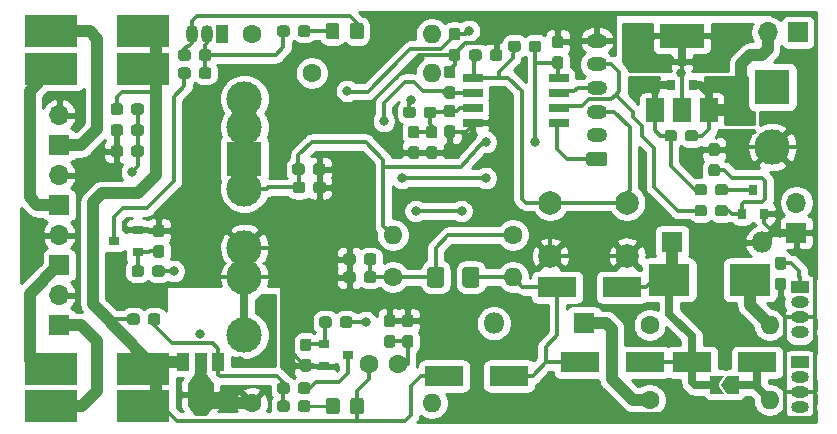
<source format=gbr>
G04 #@! TF.GenerationSoftware,KiCad,Pcbnew,5.1.5+dfsg1-2build2*
G04 #@! TF.CreationDate,2022-06-14T14:03:14+02:00*
G04 #@! TF.ProjectId,model1,6d6f6465-6c31-42e6-9b69-6361645f7063,rev?*
G04 #@! TF.SameCoordinates,Original*
G04 #@! TF.FileFunction,Copper,L1,Top*
G04 #@! TF.FilePolarity,Positive*
%FSLAX46Y46*%
G04 Gerber Fmt 4.6, Leading zero omitted, Abs format (unit mm)*
G04 Created by KiCad (PCBNEW 5.1.5+dfsg1-2build2) date 2022-06-14 14:03:14*
%MOMM*%
%LPD*%
G04 APERTURE LIST*
%ADD10C,0.100000*%
%ADD11O,1.600000X1.600000*%
%ADD12C,1.600000*%
%ADD13C,3.000000*%
%ADD14R,3.300000X1.700000*%
%ADD15R,1.500000X2.000000*%
%ADD16R,3.800000X2.000000*%
%ADD17O,1.700000X1.700000*%
%ADD18R,1.700000X1.700000*%
%ADD19R,3.000000X3.000000*%
%ADD20R,1.800000X1.800000*%
%ADD21O,1.800000X1.800000*%
%ADD22R,3.500000X2.700000*%
%ADD23R,4.500000X2.700000*%
%ADD24O,1.750000X1.200000*%
%ADD25O,1.050000X1.500000*%
%ADD26R,1.050000X1.500000*%
%ADD27R,0.900000X0.800000*%
%ADD28R,0.800000X0.900000*%
%ADD29C,2.000000*%
%ADD30O,1.500000X1.000000*%
%ADD31R,1.500000X1.000000*%
%ADD32R,1.700000X0.650000*%
%ADD33R,1.000000X1.500000*%
%ADD34R,1.000000X1.800000*%
%ADD35R,2.200000X1.840000*%
%ADD36C,0.800000*%
%ADD37C,0.350000*%
%ADD38C,0.700000*%
%ADD39C,0.410000*%
%ADD40C,0.250000*%
%ADD41C,1.000000*%
%ADD42C,0.254000*%
G04 APERTURE END LIST*
G04 #@! TA.AperFunction,SMDPad,CuDef*
D10*
G36*
X72656779Y-52949144D02*
G01*
X72679834Y-52952563D01*
X72702443Y-52958227D01*
X72724387Y-52966079D01*
X72745457Y-52976044D01*
X72765448Y-52988026D01*
X72784168Y-53001910D01*
X72801438Y-53017562D01*
X72817090Y-53034832D01*
X72830974Y-53053552D01*
X72842956Y-53073543D01*
X72852921Y-53094613D01*
X72860773Y-53116557D01*
X72866437Y-53139166D01*
X72869856Y-53162221D01*
X72871000Y-53185500D01*
X72871000Y-53760500D01*
X72869856Y-53783779D01*
X72866437Y-53806834D01*
X72860773Y-53829443D01*
X72852921Y-53851387D01*
X72842956Y-53872457D01*
X72830974Y-53892448D01*
X72817090Y-53911168D01*
X72801438Y-53928438D01*
X72784168Y-53944090D01*
X72765448Y-53957974D01*
X72745457Y-53969956D01*
X72724387Y-53979921D01*
X72702443Y-53987773D01*
X72679834Y-53993437D01*
X72656779Y-53996856D01*
X72633500Y-53998000D01*
X72158500Y-53998000D01*
X72135221Y-53996856D01*
X72112166Y-53993437D01*
X72089557Y-53987773D01*
X72067613Y-53979921D01*
X72046543Y-53969956D01*
X72026552Y-53957974D01*
X72007832Y-53944090D01*
X71990562Y-53928438D01*
X71974910Y-53911168D01*
X71961026Y-53892448D01*
X71949044Y-53872457D01*
X71939079Y-53851387D01*
X71931227Y-53829443D01*
X71925563Y-53806834D01*
X71922144Y-53783779D01*
X71921000Y-53760500D01*
X71921000Y-53185500D01*
X71922144Y-53162221D01*
X71925563Y-53139166D01*
X71931227Y-53116557D01*
X71939079Y-53094613D01*
X71949044Y-53073543D01*
X71961026Y-53053552D01*
X71974910Y-53034832D01*
X71990562Y-53017562D01*
X72007832Y-53001910D01*
X72026552Y-52988026D01*
X72046543Y-52976044D01*
X72067613Y-52966079D01*
X72089557Y-52958227D01*
X72112166Y-52952563D01*
X72135221Y-52949144D01*
X72158500Y-52948000D01*
X72633500Y-52948000D01*
X72656779Y-52949144D01*
G37*
G04 #@! TD.AperFunction*
G04 #@! TA.AperFunction,SMDPad,CuDef*
G36*
X72656779Y-51199144D02*
G01*
X72679834Y-51202563D01*
X72702443Y-51208227D01*
X72724387Y-51216079D01*
X72745457Y-51226044D01*
X72765448Y-51238026D01*
X72784168Y-51251910D01*
X72801438Y-51267562D01*
X72817090Y-51284832D01*
X72830974Y-51303552D01*
X72842956Y-51323543D01*
X72852921Y-51344613D01*
X72860773Y-51366557D01*
X72866437Y-51389166D01*
X72869856Y-51412221D01*
X72871000Y-51435500D01*
X72871000Y-52010500D01*
X72869856Y-52033779D01*
X72866437Y-52056834D01*
X72860773Y-52079443D01*
X72852921Y-52101387D01*
X72842956Y-52122457D01*
X72830974Y-52142448D01*
X72817090Y-52161168D01*
X72801438Y-52178438D01*
X72784168Y-52194090D01*
X72765448Y-52207974D01*
X72745457Y-52219956D01*
X72724387Y-52229921D01*
X72702443Y-52237773D01*
X72679834Y-52243437D01*
X72656779Y-52246856D01*
X72633500Y-52248000D01*
X72158500Y-52248000D01*
X72135221Y-52246856D01*
X72112166Y-52243437D01*
X72089557Y-52237773D01*
X72067613Y-52229921D01*
X72046543Y-52219956D01*
X72026552Y-52207974D01*
X72007832Y-52194090D01*
X71990562Y-52178438D01*
X71974910Y-52161168D01*
X71961026Y-52142448D01*
X71949044Y-52122457D01*
X71939079Y-52101387D01*
X71931227Y-52079443D01*
X71925563Y-52056834D01*
X71922144Y-52033779D01*
X71921000Y-52010500D01*
X71921000Y-51435500D01*
X71922144Y-51412221D01*
X71925563Y-51389166D01*
X71931227Y-51366557D01*
X71939079Y-51344613D01*
X71949044Y-51323543D01*
X71961026Y-51303552D01*
X71974910Y-51284832D01*
X71990562Y-51267562D01*
X72007832Y-51251910D01*
X72026552Y-51238026D01*
X72046543Y-51226044D01*
X72067613Y-51216079D01*
X72089557Y-51208227D01*
X72112166Y-51202563D01*
X72135221Y-51199144D01*
X72158500Y-51198000D01*
X72633500Y-51198000D01*
X72656779Y-51199144D01*
G37*
G04 #@! TD.AperFunction*
G04 #@! TA.AperFunction,SMDPad,CuDef*
G36*
X74662569Y-68226201D02*
G01*
X74686776Y-68229792D01*
X74710515Y-68235738D01*
X74733557Y-68243982D01*
X74755680Y-68254446D01*
X74776671Y-68267027D01*
X74796327Y-68281605D01*
X74814460Y-68298040D01*
X74830895Y-68316173D01*
X74845473Y-68335829D01*
X74858054Y-68356820D01*
X74868518Y-68378943D01*
X74876762Y-68401985D01*
X74882708Y-68425724D01*
X74886299Y-68449931D01*
X74887500Y-68474374D01*
X74887500Y-69725626D01*
X74886299Y-69750069D01*
X74882708Y-69774276D01*
X74876762Y-69798015D01*
X74868518Y-69821057D01*
X74858054Y-69843180D01*
X74845473Y-69864171D01*
X74830895Y-69883827D01*
X74814460Y-69901960D01*
X74796327Y-69918395D01*
X74776671Y-69932973D01*
X74755680Y-69945554D01*
X74733557Y-69956018D01*
X74710515Y-69964262D01*
X74686776Y-69970208D01*
X74662569Y-69973799D01*
X74638126Y-69975000D01*
X73711874Y-69975000D01*
X73687431Y-69973799D01*
X73663224Y-69970208D01*
X73639485Y-69964262D01*
X73616443Y-69956018D01*
X73594320Y-69945554D01*
X73573329Y-69932973D01*
X73553673Y-69918395D01*
X73535540Y-69901960D01*
X73519105Y-69883827D01*
X73504527Y-69864171D01*
X73491946Y-69843180D01*
X73481482Y-69821057D01*
X73473238Y-69798015D01*
X73467292Y-69774276D01*
X73463701Y-69750069D01*
X73462500Y-69725626D01*
X73462500Y-68474374D01*
X73463701Y-68449931D01*
X73467292Y-68425724D01*
X73473238Y-68401985D01*
X73481482Y-68378943D01*
X73491946Y-68356820D01*
X73504527Y-68335829D01*
X73519105Y-68316173D01*
X73535540Y-68298040D01*
X73553673Y-68281605D01*
X73573329Y-68267027D01*
X73594320Y-68254446D01*
X73616443Y-68243982D01*
X73639485Y-68235738D01*
X73663224Y-68229792D01*
X73687431Y-68226201D01*
X73711874Y-68225000D01*
X74638126Y-68225000D01*
X74662569Y-68226201D01*
G37*
G04 #@! TD.AperFunction*
G04 #@! TA.AperFunction,SMDPad,CuDef*
G36*
X71687569Y-68226201D02*
G01*
X71711776Y-68229792D01*
X71735515Y-68235738D01*
X71758557Y-68243982D01*
X71780680Y-68254446D01*
X71801671Y-68267027D01*
X71821327Y-68281605D01*
X71839460Y-68298040D01*
X71855895Y-68316173D01*
X71870473Y-68335829D01*
X71883054Y-68356820D01*
X71893518Y-68378943D01*
X71901762Y-68401985D01*
X71907708Y-68425724D01*
X71911299Y-68449931D01*
X71912500Y-68474374D01*
X71912500Y-69725626D01*
X71911299Y-69750069D01*
X71907708Y-69774276D01*
X71901762Y-69798015D01*
X71893518Y-69821057D01*
X71883054Y-69843180D01*
X71870473Y-69864171D01*
X71855895Y-69883827D01*
X71839460Y-69901960D01*
X71821327Y-69918395D01*
X71801671Y-69932973D01*
X71780680Y-69945554D01*
X71758557Y-69956018D01*
X71735515Y-69964262D01*
X71711776Y-69970208D01*
X71687569Y-69973799D01*
X71663126Y-69975000D01*
X70736874Y-69975000D01*
X70712431Y-69973799D01*
X70688224Y-69970208D01*
X70664485Y-69964262D01*
X70641443Y-69956018D01*
X70619320Y-69945554D01*
X70598329Y-69932973D01*
X70578673Y-69918395D01*
X70560540Y-69901960D01*
X70544105Y-69883827D01*
X70529527Y-69864171D01*
X70516946Y-69843180D01*
X70506482Y-69821057D01*
X70498238Y-69798015D01*
X70492292Y-69774276D01*
X70488701Y-69750069D01*
X70487500Y-69725626D01*
X70487500Y-68474374D01*
X70488701Y-68449931D01*
X70492292Y-68425724D01*
X70498238Y-68401985D01*
X70506482Y-68378943D01*
X70516946Y-68356820D01*
X70529527Y-68335829D01*
X70544105Y-68316173D01*
X70560540Y-68298040D01*
X70578673Y-68281605D01*
X70598329Y-68267027D01*
X70619320Y-68254446D01*
X70641443Y-68243982D01*
X70664485Y-68235738D01*
X70688224Y-68229792D01*
X70712431Y-68226201D01*
X70736874Y-68225000D01*
X71663126Y-68225000D01*
X71687569Y-68226201D01*
G37*
G04 #@! TD.AperFunction*
D11*
X77724000Y-69088000D03*
D12*
X67564000Y-69088000D03*
G04 #@! TA.AperFunction,SMDPad,CuDef*
D10*
G36*
X81800779Y-48659144D02*
G01*
X81823834Y-48662563D01*
X81846443Y-48668227D01*
X81868387Y-48676079D01*
X81889457Y-48686044D01*
X81909448Y-48698026D01*
X81928168Y-48711910D01*
X81945438Y-48727562D01*
X81961090Y-48744832D01*
X81974974Y-48763552D01*
X81986956Y-48783543D01*
X81996921Y-48804613D01*
X82004773Y-48826557D01*
X82010437Y-48849166D01*
X82013856Y-48872221D01*
X82015000Y-48895500D01*
X82015000Y-49470500D01*
X82013856Y-49493779D01*
X82010437Y-49516834D01*
X82004773Y-49539443D01*
X81996921Y-49561387D01*
X81986956Y-49582457D01*
X81974974Y-49602448D01*
X81961090Y-49621168D01*
X81945438Y-49638438D01*
X81928168Y-49654090D01*
X81909448Y-49667974D01*
X81889457Y-49679956D01*
X81868387Y-49689921D01*
X81846443Y-49697773D01*
X81823834Y-49703437D01*
X81800779Y-49706856D01*
X81777500Y-49708000D01*
X81302500Y-49708000D01*
X81279221Y-49706856D01*
X81256166Y-49703437D01*
X81233557Y-49697773D01*
X81211613Y-49689921D01*
X81190543Y-49679956D01*
X81170552Y-49667974D01*
X81151832Y-49654090D01*
X81134562Y-49638438D01*
X81118910Y-49621168D01*
X81105026Y-49602448D01*
X81093044Y-49582457D01*
X81083079Y-49561387D01*
X81075227Y-49539443D01*
X81069563Y-49516834D01*
X81066144Y-49493779D01*
X81065000Y-49470500D01*
X81065000Y-48895500D01*
X81066144Y-48872221D01*
X81069563Y-48849166D01*
X81075227Y-48826557D01*
X81083079Y-48804613D01*
X81093044Y-48783543D01*
X81105026Y-48763552D01*
X81118910Y-48744832D01*
X81134562Y-48727562D01*
X81151832Y-48711910D01*
X81170552Y-48698026D01*
X81190543Y-48686044D01*
X81211613Y-48676079D01*
X81233557Y-48668227D01*
X81256166Y-48662563D01*
X81279221Y-48659144D01*
X81302500Y-48658000D01*
X81777500Y-48658000D01*
X81800779Y-48659144D01*
G37*
G04 #@! TD.AperFunction*
G04 #@! TA.AperFunction,SMDPad,CuDef*
G36*
X81800779Y-50409144D02*
G01*
X81823834Y-50412563D01*
X81846443Y-50418227D01*
X81868387Y-50426079D01*
X81889457Y-50436044D01*
X81909448Y-50448026D01*
X81928168Y-50461910D01*
X81945438Y-50477562D01*
X81961090Y-50494832D01*
X81974974Y-50513552D01*
X81986956Y-50533543D01*
X81996921Y-50554613D01*
X82004773Y-50576557D01*
X82010437Y-50599166D01*
X82013856Y-50622221D01*
X82015000Y-50645500D01*
X82015000Y-51220500D01*
X82013856Y-51243779D01*
X82010437Y-51266834D01*
X82004773Y-51289443D01*
X81996921Y-51311387D01*
X81986956Y-51332457D01*
X81974974Y-51352448D01*
X81961090Y-51371168D01*
X81945438Y-51388438D01*
X81928168Y-51404090D01*
X81909448Y-51417974D01*
X81889457Y-51429956D01*
X81868387Y-51439921D01*
X81846443Y-51447773D01*
X81823834Y-51453437D01*
X81800779Y-51456856D01*
X81777500Y-51458000D01*
X81302500Y-51458000D01*
X81279221Y-51456856D01*
X81256166Y-51453437D01*
X81233557Y-51447773D01*
X81211613Y-51439921D01*
X81190543Y-51429956D01*
X81170552Y-51417974D01*
X81151832Y-51404090D01*
X81134562Y-51388438D01*
X81118910Y-51371168D01*
X81105026Y-51352448D01*
X81093044Y-51332457D01*
X81083079Y-51311387D01*
X81075227Y-51289443D01*
X81069563Y-51266834D01*
X81066144Y-51243779D01*
X81065000Y-51220500D01*
X81065000Y-50645500D01*
X81066144Y-50622221D01*
X81069563Y-50599166D01*
X81075227Y-50576557D01*
X81083079Y-50554613D01*
X81093044Y-50533543D01*
X81105026Y-50513552D01*
X81118910Y-50494832D01*
X81134562Y-50477562D01*
X81151832Y-50461910D01*
X81170552Y-50448026D01*
X81190543Y-50436044D01*
X81211613Y-50426079D01*
X81233557Y-50418227D01*
X81256166Y-50412563D01*
X81279221Y-50409144D01*
X81302500Y-50408000D01*
X81777500Y-50408000D01*
X81800779Y-50409144D01*
G37*
G04 #@! TD.AperFunction*
D13*
X55000000Y-56388000D03*
X55000000Y-54000000D03*
X55000000Y-74000000D03*
D14*
X98411000Y-76311000D03*
X92911000Y-76311000D03*
D11*
X70866000Y-51816000D03*
D12*
X60706000Y-51816000D03*
D11*
X70866000Y-79756000D03*
D12*
X55626000Y-79756000D03*
D11*
X70866000Y-48514000D03*
D12*
X55626000Y-48514000D03*
D15*
X89741000Y-54969000D03*
X94341000Y-54969000D03*
X92041000Y-54969000D03*
D16*
X92041000Y-48669000D03*
D17*
X39330000Y-70620000D03*
D18*
X39330000Y-73160000D03*
D17*
X39330000Y-65540000D03*
D18*
X39330000Y-68080000D03*
D17*
X39330000Y-60460000D03*
D18*
X39330000Y-63000000D03*
D17*
X39330000Y-55380000D03*
D18*
X39330000Y-57920000D03*
D13*
X54995000Y-69120000D03*
D19*
X54995000Y-59120000D03*
D13*
X54995000Y-61620000D03*
X54995000Y-66620000D03*
G04 #@! TA.AperFunction,SMDPad,CuDef*
D10*
G36*
X44520779Y-56168144D02*
G01*
X44543834Y-56171563D01*
X44566443Y-56177227D01*
X44588387Y-56185079D01*
X44609457Y-56195044D01*
X44629448Y-56207026D01*
X44648168Y-56220910D01*
X44665438Y-56236562D01*
X44681090Y-56253832D01*
X44694974Y-56272552D01*
X44706956Y-56292543D01*
X44716921Y-56313613D01*
X44724773Y-56335557D01*
X44730437Y-56358166D01*
X44733856Y-56381221D01*
X44735000Y-56404500D01*
X44735000Y-56879500D01*
X44733856Y-56902779D01*
X44730437Y-56925834D01*
X44724773Y-56948443D01*
X44716921Y-56970387D01*
X44706956Y-56991457D01*
X44694974Y-57011448D01*
X44681090Y-57030168D01*
X44665438Y-57047438D01*
X44648168Y-57063090D01*
X44629448Y-57076974D01*
X44609457Y-57088956D01*
X44588387Y-57098921D01*
X44566443Y-57106773D01*
X44543834Y-57112437D01*
X44520779Y-57115856D01*
X44497500Y-57117000D01*
X43922500Y-57117000D01*
X43899221Y-57115856D01*
X43876166Y-57112437D01*
X43853557Y-57106773D01*
X43831613Y-57098921D01*
X43810543Y-57088956D01*
X43790552Y-57076974D01*
X43771832Y-57063090D01*
X43754562Y-57047438D01*
X43738910Y-57030168D01*
X43725026Y-57011448D01*
X43713044Y-56991457D01*
X43703079Y-56970387D01*
X43695227Y-56948443D01*
X43689563Y-56925834D01*
X43686144Y-56902779D01*
X43685000Y-56879500D01*
X43685000Y-56404500D01*
X43686144Y-56381221D01*
X43689563Y-56358166D01*
X43695227Y-56335557D01*
X43703079Y-56313613D01*
X43713044Y-56292543D01*
X43725026Y-56272552D01*
X43738910Y-56253832D01*
X43754562Y-56236562D01*
X43771832Y-56220910D01*
X43790552Y-56207026D01*
X43810543Y-56195044D01*
X43831613Y-56185079D01*
X43853557Y-56177227D01*
X43876166Y-56171563D01*
X43899221Y-56168144D01*
X43922500Y-56167000D01*
X44497500Y-56167000D01*
X44520779Y-56168144D01*
G37*
G04 #@! TD.AperFunction*
G04 #@! TA.AperFunction,SMDPad,CuDef*
G36*
X46270779Y-56168144D02*
G01*
X46293834Y-56171563D01*
X46316443Y-56177227D01*
X46338387Y-56185079D01*
X46359457Y-56195044D01*
X46379448Y-56207026D01*
X46398168Y-56220910D01*
X46415438Y-56236562D01*
X46431090Y-56253832D01*
X46444974Y-56272552D01*
X46456956Y-56292543D01*
X46466921Y-56313613D01*
X46474773Y-56335557D01*
X46480437Y-56358166D01*
X46483856Y-56381221D01*
X46485000Y-56404500D01*
X46485000Y-56879500D01*
X46483856Y-56902779D01*
X46480437Y-56925834D01*
X46474773Y-56948443D01*
X46466921Y-56970387D01*
X46456956Y-56991457D01*
X46444974Y-57011448D01*
X46431090Y-57030168D01*
X46415438Y-57047438D01*
X46398168Y-57063090D01*
X46379448Y-57076974D01*
X46359457Y-57088956D01*
X46338387Y-57098921D01*
X46316443Y-57106773D01*
X46293834Y-57112437D01*
X46270779Y-57115856D01*
X46247500Y-57117000D01*
X45672500Y-57117000D01*
X45649221Y-57115856D01*
X45626166Y-57112437D01*
X45603557Y-57106773D01*
X45581613Y-57098921D01*
X45560543Y-57088956D01*
X45540552Y-57076974D01*
X45521832Y-57063090D01*
X45504562Y-57047438D01*
X45488910Y-57030168D01*
X45475026Y-57011448D01*
X45463044Y-56991457D01*
X45453079Y-56970387D01*
X45445227Y-56948443D01*
X45439563Y-56925834D01*
X45436144Y-56902779D01*
X45435000Y-56879500D01*
X45435000Y-56404500D01*
X45436144Y-56381221D01*
X45439563Y-56358166D01*
X45445227Y-56335557D01*
X45453079Y-56313613D01*
X45463044Y-56292543D01*
X45475026Y-56272552D01*
X45488910Y-56253832D01*
X45504562Y-56236562D01*
X45521832Y-56220910D01*
X45540552Y-56207026D01*
X45560543Y-56195044D01*
X45581613Y-56185079D01*
X45603557Y-56177227D01*
X45626166Y-56171563D01*
X45649221Y-56168144D01*
X45672500Y-56167000D01*
X46247500Y-56167000D01*
X46270779Y-56168144D01*
G37*
G04 #@! TD.AperFunction*
G04 #@! TA.AperFunction,SMDPad,CuDef*
G36*
X44520779Y-54390144D02*
G01*
X44543834Y-54393563D01*
X44566443Y-54399227D01*
X44588387Y-54407079D01*
X44609457Y-54417044D01*
X44629448Y-54429026D01*
X44648168Y-54442910D01*
X44665438Y-54458562D01*
X44681090Y-54475832D01*
X44694974Y-54494552D01*
X44706956Y-54514543D01*
X44716921Y-54535613D01*
X44724773Y-54557557D01*
X44730437Y-54580166D01*
X44733856Y-54603221D01*
X44735000Y-54626500D01*
X44735000Y-55101500D01*
X44733856Y-55124779D01*
X44730437Y-55147834D01*
X44724773Y-55170443D01*
X44716921Y-55192387D01*
X44706956Y-55213457D01*
X44694974Y-55233448D01*
X44681090Y-55252168D01*
X44665438Y-55269438D01*
X44648168Y-55285090D01*
X44629448Y-55298974D01*
X44609457Y-55310956D01*
X44588387Y-55320921D01*
X44566443Y-55328773D01*
X44543834Y-55334437D01*
X44520779Y-55337856D01*
X44497500Y-55339000D01*
X43922500Y-55339000D01*
X43899221Y-55337856D01*
X43876166Y-55334437D01*
X43853557Y-55328773D01*
X43831613Y-55320921D01*
X43810543Y-55310956D01*
X43790552Y-55298974D01*
X43771832Y-55285090D01*
X43754562Y-55269438D01*
X43738910Y-55252168D01*
X43725026Y-55233448D01*
X43713044Y-55213457D01*
X43703079Y-55192387D01*
X43695227Y-55170443D01*
X43689563Y-55147834D01*
X43686144Y-55124779D01*
X43685000Y-55101500D01*
X43685000Y-54626500D01*
X43686144Y-54603221D01*
X43689563Y-54580166D01*
X43695227Y-54557557D01*
X43703079Y-54535613D01*
X43713044Y-54514543D01*
X43725026Y-54494552D01*
X43738910Y-54475832D01*
X43754562Y-54458562D01*
X43771832Y-54442910D01*
X43790552Y-54429026D01*
X43810543Y-54417044D01*
X43831613Y-54407079D01*
X43853557Y-54399227D01*
X43876166Y-54393563D01*
X43899221Y-54390144D01*
X43922500Y-54389000D01*
X44497500Y-54389000D01*
X44520779Y-54390144D01*
G37*
G04 #@! TD.AperFunction*
G04 #@! TA.AperFunction,SMDPad,CuDef*
G36*
X46270779Y-54390144D02*
G01*
X46293834Y-54393563D01*
X46316443Y-54399227D01*
X46338387Y-54407079D01*
X46359457Y-54417044D01*
X46379448Y-54429026D01*
X46398168Y-54442910D01*
X46415438Y-54458562D01*
X46431090Y-54475832D01*
X46444974Y-54494552D01*
X46456956Y-54514543D01*
X46466921Y-54535613D01*
X46474773Y-54557557D01*
X46480437Y-54580166D01*
X46483856Y-54603221D01*
X46485000Y-54626500D01*
X46485000Y-55101500D01*
X46483856Y-55124779D01*
X46480437Y-55147834D01*
X46474773Y-55170443D01*
X46466921Y-55192387D01*
X46456956Y-55213457D01*
X46444974Y-55233448D01*
X46431090Y-55252168D01*
X46415438Y-55269438D01*
X46398168Y-55285090D01*
X46379448Y-55298974D01*
X46359457Y-55310956D01*
X46338387Y-55320921D01*
X46316443Y-55328773D01*
X46293834Y-55334437D01*
X46270779Y-55337856D01*
X46247500Y-55339000D01*
X45672500Y-55339000D01*
X45649221Y-55337856D01*
X45626166Y-55334437D01*
X45603557Y-55328773D01*
X45581613Y-55320921D01*
X45560543Y-55310956D01*
X45540552Y-55298974D01*
X45521832Y-55285090D01*
X45504562Y-55269438D01*
X45488910Y-55252168D01*
X45475026Y-55233448D01*
X45463044Y-55213457D01*
X45453079Y-55192387D01*
X45445227Y-55170443D01*
X45439563Y-55147834D01*
X45436144Y-55124779D01*
X45435000Y-55101500D01*
X45435000Y-54626500D01*
X45436144Y-54603221D01*
X45439563Y-54580166D01*
X45445227Y-54557557D01*
X45453079Y-54535613D01*
X45463044Y-54514543D01*
X45475026Y-54494552D01*
X45488910Y-54475832D01*
X45504562Y-54458562D01*
X45521832Y-54442910D01*
X45540552Y-54429026D01*
X45560543Y-54417044D01*
X45581613Y-54407079D01*
X45603557Y-54399227D01*
X45626166Y-54393563D01*
X45649221Y-54390144D01*
X45672500Y-54389000D01*
X46247500Y-54389000D01*
X46270779Y-54390144D01*
G37*
G04 #@! TD.AperFunction*
D19*
X99706000Y-53006000D03*
D13*
X99706000Y-58086000D03*
G04 #@! TA.AperFunction,SMDPad,CuDef*
D10*
G36*
X74873779Y-49818144D02*
G01*
X74896834Y-49821563D01*
X74919443Y-49827227D01*
X74941387Y-49835079D01*
X74962457Y-49845044D01*
X74982448Y-49857026D01*
X75001168Y-49870910D01*
X75018438Y-49886562D01*
X75034090Y-49903832D01*
X75047974Y-49922552D01*
X75059956Y-49942543D01*
X75069921Y-49963613D01*
X75077773Y-49985557D01*
X75083437Y-50008166D01*
X75086856Y-50031221D01*
X75088000Y-50054500D01*
X75088000Y-50529500D01*
X75086856Y-50552779D01*
X75083437Y-50575834D01*
X75077773Y-50598443D01*
X75069921Y-50620387D01*
X75059956Y-50641457D01*
X75047974Y-50661448D01*
X75034090Y-50680168D01*
X75018438Y-50697438D01*
X75001168Y-50713090D01*
X74982448Y-50726974D01*
X74962457Y-50738956D01*
X74941387Y-50748921D01*
X74919443Y-50756773D01*
X74896834Y-50762437D01*
X74873779Y-50765856D01*
X74850500Y-50767000D01*
X74275500Y-50767000D01*
X74252221Y-50765856D01*
X74229166Y-50762437D01*
X74206557Y-50756773D01*
X74184613Y-50748921D01*
X74163543Y-50738956D01*
X74143552Y-50726974D01*
X74124832Y-50713090D01*
X74107562Y-50697438D01*
X74091910Y-50680168D01*
X74078026Y-50661448D01*
X74066044Y-50641457D01*
X74056079Y-50620387D01*
X74048227Y-50598443D01*
X74042563Y-50575834D01*
X74039144Y-50552779D01*
X74038000Y-50529500D01*
X74038000Y-50054500D01*
X74039144Y-50031221D01*
X74042563Y-50008166D01*
X74048227Y-49985557D01*
X74056079Y-49963613D01*
X74066044Y-49942543D01*
X74078026Y-49922552D01*
X74091910Y-49903832D01*
X74107562Y-49886562D01*
X74124832Y-49870910D01*
X74143552Y-49857026D01*
X74163543Y-49845044D01*
X74184613Y-49835079D01*
X74206557Y-49827227D01*
X74229166Y-49821563D01*
X74252221Y-49818144D01*
X74275500Y-49817000D01*
X74850500Y-49817000D01*
X74873779Y-49818144D01*
G37*
G04 #@! TD.AperFunction*
G04 #@! TA.AperFunction,SMDPad,CuDef*
G36*
X76623779Y-49818144D02*
G01*
X76646834Y-49821563D01*
X76669443Y-49827227D01*
X76691387Y-49835079D01*
X76712457Y-49845044D01*
X76732448Y-49857026D01*
X76751168Y-49870910D01*
X76768438Y-49886562D01*
X76784090Y-49903832D01*
X76797974Y-49922552D01*
X76809956Y-49942543D01*
X76819921Y-49963613D01*
X76827773Y-49985557D01*
X76833437Y-50008166D01*
X76836856Y-50031221D01*
X76838000Y-50054500D01*
X76838000Y-50529500D01*
X76836856Y-50552779D01*
X76833437Y-50575834D01*
X76827773Y-50598443D01*
X76819921Y-50620387D01*
X76809956Y-50641457D01*
X76797974Y-50661448D01*
X76784090Y-50680168D01*
X76768438Y-50697438D01*
X76751168Y-50713090D01*
X76732448Y-50726974D01*
X76712457Y-50738956D01*
X76691387Y-50748921D01*
X76669443Y-50756773D01*
X76646834Y-50762437D01*
X76623779Y-50765856D01*
X76600500Y-50767000D01*
X76025500Y-50767000D01*
X76002221Y-50765856D01*
X75979166Y-50762437D01*
X75956557Y-50756773D01*
X75934613Y-50748921D01*
X75913543Y-50738956D01*
X75893552Y-50726974D01*
X75874832Y-50713090D01*
X75857562Y-50697438D01*
X75841910Y-50680168D01*
X75828026Y-50661448D01*
X75816044Y-50641457D01*
X75806079Y-50620387D01*
X75798227Y-50598443D01*
X75792563Y-50575834D01*
X75789144Y-50552779D01*
X75788000Y-50529500D01*
X75788000Y-50054500D01*
X75789144Y-50031221D01*
X75792563Y-50008166D01*
X75798227Y-49985557D01*
X75806079Y-49963613D01*
X75816044Y-49942543D01*
X75828026Y-49922552D01*
X75841910Y-49903832D01*
X75857562Y-49886562D01*
X75874832Y-49870910D01*
X75893552Y-49857026D01*
X75913543Y-49845044D01*
X75934613Y-49835079D01*
X75956557Y-49827227D01*
X75979166Y-49821563D01*
X76002221Y-49818144D01*
X76025500Y-49817000D01*
X76600500Y-49817000D01*
X76623779Y-49818144D01*
G37*
G04 #@! TD.AperFunction*
G04 #@! TA.AperFunction,SMDPad,CuDef*
G36*
X64205779Y-67090144D02*
G01*
X64228834Y-67093563D01*
X64251443Y-67099227D01*
X64273387Y-67107079D01*
X64294457Y-67117044D01*
X64314448Y-67129026D01*
X64333168Y-67142910D01*
X64350438Y-67158562D01*
X64366090Y-67175832D01*
X64379974Y-67194552D01*
X64391956Y-67214543D01*
X64401921Y-67235613D01*
X64409773Y-67257557D01*
X64415437Y-67280166D01*
X64418856Y-67303221D01*
X64420000Y-67326500D01*
X64420000Y-67801500D01*
X64418856Y-67824779D01*
X64415437Y-67847834D01*
X64409773Y-67870443D01*
X64401921Y-67892387D01*
X64391956Y-67913457D01*
X64379974Y-67933448D01*
X64366090Y-67952168D01*
X64350438Y-67969438D01*
X64333168Y-67985090D01*
X64314448Y-67998974D01*
X64294457Y-68010956D01*
X64273387Y-68020921D01*
X64251443Y-68028773D01*
X64228834Y-68034437D01*
X64205779Y-68037856D01*
X64182500Y-68039000D01*
X63607500Y-68039000D01*
X63584221Y-68037856D01*
X63561166Y-68034437D01*
X63538557Y-68028773D01*
X63516613Y-68020921D01*
X63495543Y-68010956D01*
X63475552Y-67998974D01*
X63456832Y-67985090D01*
X63439562Y-67969438D01*
X63423910Y-67952168D01*
X63410026Y-67933448D01*
X63398044Y-67913457D01*
X63388079Y-67892387D01*
X63380227Y-67870443D01*
X63374563Y-67847834D01*
X63371144Y-67824779D01*
X63370000Y-67801500D01*
X63370000Y-67326500D01*
X63371144Y-67303221D01*
X63374563Y-67280166D01*
X63380227Y-67257557D01*
X63388079Y-67235613D01*
X63398044Y-67214543D01*
X63410026Y-67194552D01*
X63423910Y-67175832D01*
X63439562Y-67158562D01*
X63456832Y-67142910D01*
X63475552Y-67129026D01*
X63495543Y-67117044D01*
X63516613Y-67107079D01*
X63538557Y-67099227D01*
X63561166Y-67093563D01*
X63584221Y-67090144D01*
X63607500Y-67089000D01*
X64182500Y-67089000D01*
X64205779Y-67090144D01*
G37*
G04 #@! TD.AperFunction*
G04 #@! TA.AperFunction,SMDPad,CuDef*
G36*
X65955779Y-67090144D02*
G01*
X65978834Y-67093563D01*
X66001443Y-67099227D01*
X66023387Y-67107079D01*
X66044457Y-67117044D01*
X66064448Y-67129026D01*
X66083168Y-67142910D01*
X66100438Y-67158562D01*
X66116090Y-67175832D01*
X66129974Y-67194552D01*
X66141956Y-67214543D01*
X66151921Y-67235613D01*
X66159773Y-67257557D01*
X66165437Y-67280166D01*
X66168856Y-67303221D01*
X66170000Y-67326500D01*
X66170000Y-67801500D01*
X66168856Y-67824779D01*
X66165437Y-67847834D01*
X66159773Y-67870443D01*
X66151921Y-67892387D01*
X66141956Y-67913457D01*
X66129974Y-67933448D01*
X66116090Y-67952168D01*
X66100438Y-67969438D01*
X66083168Y-67985090D01*
X66064448Y-67998974D01*
X66044457Y-68010956D01*
X66023387Y-68020921D01*
X66001443Y-68028773D01*
X65978834Y-68034437D01*
X65955779Y-68037856D01*
X65932500Y-68039000D01*
X65357500Y-68039000D01*
X65334221Y-68037856D01*
X65311166Y-68034437D01*
X65288557Y-68028773D01*
X65266613Y-68020921D01*
X65245543Y-68010956D01*
X65225552Y-67998974D01*
X65206832Y-67985090D01*
X65189562Y-67969438D01*
X65173910Y-67952168D01*
X65160026Y-67933448D01*
X65148044Y-67913457D01*
X65138079Y-67892387D01*
X65130227Y-67870443D01*
X65124563Y-67847834D01*
X65121144Y-67824779D01*
X65120000Y-67801500D01*
X65120000Y-67326500D01*
X65121144Y-67303221D01*
X65124563Y-67280166D01*
X65130227Y-67257557D01*
X65138079Y-67235613D01*
X65148044Y-67214543D01*
X65160026Y-67194552D01*
X65173910Y-67175832D01*
X65189562Y-67158562D01*
X65206832Y-67142910D01*
X65225552Y-67129026D01*
X65245543Y-67117044D01*
X65266613Y-67107079D01*
X65288557Y-67099227D01*
X65311166Y-67093563D01*
X65334221Y-67090144D01*
X65357500Y-67089000D01*
X65932500Y-67089000D01*
X65955779Y-67090144D01*
G37*
G04 #@! TD.AperFunction*
G04 #@! TA.AperFunction,SMDPad,CuDef*
G36*
X64205779Y-68614144D02*
G01*
X64228834Y-68617563D01*
X64251443Y-68623227D01*
X64273387Y-68631079D01*
X64294457Y-68641044D01*
X64314448Y-68653026D01*
X64333168Y-68666910D01*
X64350438Y-68682562D01*
X64366090Y-68699832D01*
X64379974Y-68718552D01*
X64391956Y-68738543D01*
X64401921Y-68759613D01*
X64409773Y-68781557D01*
X64415437Y-68804166D01*
X64418856Y-68827221D01*
X64420000Y-68850500D01*
X64420000Y-69325500D01*
X64418856Y-69348779D01*
X64415437Y-69371834D01*
X64409773Y-69394443D01*
X64401921Y-69416387D01*
X64391956Y-69437457D01*
X64379974Y-69457448D01*
X64366090Y-69476168D01*
X64350438Y-69493438D01*
X64333168Y-69509090D01*
X64314448Y-69522974D01*
X64294457Y-69534956D01*
X64273387Y-69544921D01*
X64251443Y-69552773D01*
X64228834Y-69558437D01*
X64205779Y-69561856D01*
X64182500Y-69563000D01*
X63607500Y-69563000D01*
X63584221Y-69561856D01*
X63561166Y-69558437D01*
X63538557Y-69552773D01*
X63516613Y-69544921D01*
X63495543Y-69534956D01*
X63475552Y-69522974D01*
X63456832Y-69509090D01*
X63439562Y-69493438D01*
X63423910Y-69476168D01*
X63410026Y-69457448D01*
X63398044Y-69437457D01*
X63388079Y-69416387D01*
X63380227Y-69394443D01*
X63374563Y-69371834D01*
X63371144Y-69348779D01*
X63370000Y-69325500D01*
X63370000Y-68850500D01*
X63371144Y-68827221D01*
X63374563Y-68804166D01*
X63380227Y-68781557D01*
X63388079Y-68759613D01*
X63398044Y-68738543D01*
X63410026Y-68718552D01*
X63423910Y-68699832D01*
X63439562Y-68682562D01*
X63456832Y-68666910D01*
X63475552Y-68653026D01*
X63495543Y-68641044D01*
X63516613Y-68631079D01*
X63538557Y-68623227D01*
X63561166Y-68617563D01*
X63584221Y-68614144D01*
X63607500Y-68613000D01*
X64182500Y-68613000D01*
X64205779Y-68614144D01*
G37*
G04 #@! TD.AperFunction*
G04 #@! TA.AperFunction,SMDPad,CuDef*
G36*
X65955779Y-68614144D02*
G01*
X65978834Y-68617563D01*
X66001443Y-68623227D01*
X66023387Y-68631079D01*
X66044457Y-68641044D01*
X66064448Y-68653026D01*
X66083168Y-68666910D01*
X66100438Y-68682562D01*
X66116090Y-68699832D01*
X66129974Y-68718552D01*
X66141956Y-68738543D01*
X66151921Y-68759613D01*
X66159773Y-68781557D01*
X66165437Y-68804166D01*
X66168856Y-68827221D01*
X66170000Y-68850500D01*
X66170000Y-69325500D01*
X66168856Y-69348779D01*
X66165437Y-69371834D01*
X66159773Y-69394443D01*
X66151921Y-69416387D01*
X66141956Y-69437457D01*
X66129974Y-69457448D01*
X66116090Y-69476168D01*
X66100438Y-69493438D01*
X66083168Y-69509090D01*
X66064448Y-69522974D01*
X66044457Y-69534956D01*
X66023387Y-69544921D01*
X66001443Y-69552773D01*
X65978834Y-69558437D01*
X65955779Y-69561856D01*
X65932500Y-69563000D01*
X65357500Y-69563000D01*
X65334221Y-69561856D01*
X65311166Y-69558437D01*
X65288557Y-69552773D01*
X65266613Y-69544921D01*
X65245543Y-69534956D01*
X65225552Y-69522974D01*
X65206832Y-69509090D01*
X65189562Y-69493438D01*
X65173910Y-69476168D01*
X65160026Y-69457448D01*
X65148044Y-69437457D01*
X65138079Y-69416387D01*
X65130227Y-69394443D01*
X65124563Y-69371834D01*
X65121144Y-69348779D01*
X65120000Y-69325500D01*
X65120000Y-68850500D01*
X65121144Y-68827221D01*
X65124563Y-68804166D01*
X65130227Y-68781557D01*
X65138079Y-68759613D01*
X65148044Y-68738543D01*
X65160026Y-68718552D01*
X65173910Y-68699832D01*
X65189562Y-68682562D01*
X65206832Y-68666910D01*
X65225552Y-68653026D01*
X65245543Y-68641044D01*
X65266613Y-68631079D01*
X65288557Y-68623227D01*
X65311166Y-68617563D01*
X65334221Y-68614144D01*
X65357500Y-68613000D01*
X65932500Y-68613000D01*
X65955779Y-68614144D01*
G37*
G04 #@! TD.AperFunction*
G04 #@! TA.AperFunction,SMDPad,CuDef*
G36*
X69608779Y-56279144D02*
G01*
X69631834Y-56282563D01*
X69654443Y-56288227D01*
X69676387Y-56296079D01*
X69697457Y-56306044D01*
X69717448Y-56318026D01*
X69736168Y-56331910D01*
X69753438Y-56347562D01*
X69769090Y-56364832D01*
X69782974Y-56383552D01*
X69794956Y-56403543D01*
X69804921Y-56424613D01*
X69812773Y-56446557D01*
X69818437Y-56469166D01*
X69821856Y-56492221D01*
X69823000Y-56515500D01*
X69823000Y-57090500D01*
X69821856Y-57113779D01*
X69818437Y-57136834D01*
X69812773Y-57159443D01*
X69804921Y-57181387D01*
X69794956Y-57202457D01*
X69782974Y-57222448D01*
X69769090Y-57241168D01*
X69753438Y-57258438D01*
X69736168Y-57274090D01*
X69717448Y-57287974D01*
X69697457Y-57299956D01*
X69676387Y-57309921D01*
X69654443Y-57317773D01*
X69631834Y-57323437D01*
X69608779Y-57326856D01*
X69585500Y-57328000D01*
X69110500Y-57328000D01*
X69087221Y-57326856D01*
X69064166Y-57323437D01*
X69041557Y-57317773D01*
X69019613Y-57309921D01*
X68998543Y-57299956D01*
X68978552Y-57287974D01*
X68959832Y-57274090D01*
X68942562Y-57258438D01*
X68926910Y-57241168D01*
X68913026Y-57222448D01*
X68901044Y-57202457D01*
X68891079Y-57181387D01*
X68883227Y-57159443D01*
X68877563Y-57136834D01*
X68874144Y-57113779D01*
X68873000Y-57090500D01*
X68873000Y-56515500D01*
X68874144Y-56492221D01*
X68877563Y-56469166D01*
X68883227Y-56446557D01*
X68891079Y-56424613D01*
X68901044Y-56403543D01*
X68913026Y-56383552D01*
X68926910Y-56364832D01*
X68942562Y-56347562D01*
X68959832Y-56331910D01*
X68978552Y-56318026D01*
X68998543Y-56306044D01*
X69019613Y-56296079D01*
X69041557Y-56288227D01*
X69064166Y-56282563D01*
X69087221Y-56279144D01*
X69110500Y-56278000D01*
X69585500Y-56278000D01*
X69608779Y-56279144D01*
G37*
G04 #@! TD.AperFunction*
G04 #@! TA.AperFunction,SMDPad,CuDef*
G36*
X69608779Y-58029144D02*
G01*
X69631834Y-58032563D01*
X69654443Y-58038227D01*
X69676387Y-58046079D01*
X69697457Y-58056044D01*
X69717448Y-58068026D01*
X69736168Y-58081910D01*
X69753438Y-58097562D01*
X69769090Y-58114832D01*
X69782974Y-58133552D01*
X69794956Y-58153543D01*
X69804921Y-58174613D01*
X69812773Y-58196557D01*
X69818437Y-58219166D01*
X69821856Y-58242221D01*
X69823000Y-58265500D01*
X69823000Y-58840500D01*
X69821856Y-58863779D01*
X69818437Y-58886834D01*
X69812773Y-58909443D01*
X69804921Y-58931387D01*
X69794956Y-58952457D01*
X69782974Y-58972448D01*
X69769090Y-58991168D01*
X69753438Y-59008438D01*
X69736168Y-59024090D01*
X69717448Y-59037974D01*
X69697457Y-59049956D01*
X69676387Y-59059921D01*
X69654443Y-59067773D01*
X69631834Y-59073437D01*
X69608779Y-59076856D01*
X69585500Y-59078000D01*
X69110500Y-59078000D01*
X69087221Y-59076856D01*
X69064166Y-59073437D01*
X69041557Y-59067773D01*
X69019613Y-59059921D01*
X68998543Y-59049956D01*
X68978552Y-59037974D01*
X68959832Y-59024090D01*
X68942562Y-59008438D01*
X68926910Y-58991168D01*
X68913026Y-58972448D01*
X68901044Y-58952457D01*
X68891079Y-58931387D01*
X68883227Y-58909443D01*
X68877563Y-58886834D01*
X68874144Y-58863779D01*
X68873000Y-58840500D01*
X68873000Y-58265500D01*
X68874144Y-58242221D01*
X68877563Y-58219166D01*
X68883227Y-58196557D01*
X68891079Y-58174613D01*
X68901044Y-58153543D01*
X68913026Y-58133552D01*
X68926910Y-58114832D01*
X68942562Y-58097562D01*
X68959832Y-58081910D01*
X68978552Y-58068026D01*
X68998543Y-58056044D01*
X69019613Y-58046079D01*
X69041557Y-58038227D01*
X69064166Y-58032563D01*
X69087221Y-58029144D01*
X69110500Y-58028000D01*
X69585500Y-58028000D01*
X69608779Y-58029144D01*
G37*
G04 #@! TD.AperFunction*
G04 #@! TA.AperFunction,SMDPad,CuDef*
G36*
X59887779Y-59470144D02*
G01*
X59910834Y-59473563D01*
X59933443Y-59479227D01*
X59955387Y-59487079D01*
X59976457Y-59497044D01*
X59996448Y-59509026D01*
X60015168Y-59522910D01*
X60032438Y-59538562D01*
X60048090Y-59555832D01*
X60061974Y-59574552D01*
X60073956Y-59594543D01*
X60083921Y-59615613D01*
X60091773Y-59637557D01*
X60097437Y-59660166D01*
X60100856Y-59683221D01*
X60102000Y-59706500D01*
X60102000Y-60181500D01*
X60100856Y-60204779D01*
X60097437Y-60227834D01*
X60091773Y-60250443D01*
X60083921Y-60272387D01*
X60073956Y-60293457D01*
X60061974Y-60313448D01*
X60048090Y-60332168D01*
X60032438Y-60349438D01*
X60015168Y-60365090D01*
X59996448Y-60378974D01*
X59976457Y-60390956D01*
X59955387Y-60400921D01*
X59933443Y-60408773D01*
X59910834Y-60414437D01*
X59887779Y-60417856D01*
X59864500Y-60419000D01*
X59289500Y-60419000D01*
X59266221Y-60417856D01*
X59243166Y-60414437D01*
X59220557Y-60408773D01*
X59198613Y-60400921D01*
X59177543Y-60390956D01*
X59157552Y-60378974D01*
X59138832Y-60365090D01*
X59121562Y-60349438D01*
X59105910Y-60332168D01*
X59092026Y-60313448D01*
X59080044Y-60293457D01*
X59070079Y-60272387D01*
X59062227Y-60250443D01*
X59056563Y-60227834D01*
X59053144Y-60204779D01*
X59052000Y-60181500D01*
X59052000Y-59706500D01*
X59053144Y-59683221D01*
X59056563Y-59660166D01*
X59062227Y-59637557D01*
X59070079Y-59615613D01*
X59080044Y-59594543D01*
X59092026Y-59574552D01*
X59105910Y-59555832D01*
X59121562Y-59538562D01*
X59138832Y-59522910D01*
X59157552Y-59509026D01*
X59177543Y-59497044D01*
X59198613Y-59487079D01*
X59220557Y-59479227D01*
X59243166Y-59473563D01*
X59266221Y-59470144D01*
X59289500Y-59469000D01*
X59864500Y-59469000D01*
X59887779Y-59470144D01*
G37*
G04 #@! TD.AperFunction*
G04 #@! TA.AperFunction,SMDPad,CuDef*
G36*
X61637779Y-59470144D02*
G01*
X61660834Y-59473563D01*
X61683443Y-59479227D01*
X61705387Y-59487079D01*
X61726457Y-59497044D01*
X61746448Y-59509026D01*
X61765168Y-59522910D01*
X61782438Y-59538562D01*
X61798090Y-59555832D01*
X61811974Y-59574552D01*
X61823956Y-59594543D01*
X61833921Y-59615613D01*
X61841773Y-59637557D01*
X61847437Y-59660166D01*
X61850856Y-59683221D01*
X61852000Y-59706500D01*
X61852000Y-60181500D01*
X61850856Y-60204779D01*
X61847437Y-60227834D01*
X61841773Y-60250443D01*
X61833921Y-60272387D01*
X61823956Y-60293457D01*
X61811974Y-60313448D01*
X61798090Y-60332168D01*
X61782438Y-60349438D01*
X61765168Y-60365090D01*
X61746448Y-60378974D01*
X61726457Y-60390956D01*
X61705387Y-60400921D01*
X61683443Y-60408773D01*
X61660834Y-60414437D01*
X61637779Y-60417856D01*
X61614500Y-60419000D01*
X61039500Y-60419000D01*
X61016221Y-60417856D01*
X60993166Y-60414437D01*
X60970557Y-60408773D01*
X60948613Y-60400921D01*
X60927543Y-60390956D01*
X60907552Y-60378974D01*
X60888832Y-60365090D01*
X60871562Y-60349438D01*
X60855910Y-60332168D01*
X60842026Y-60313448D01*
X60830044Y-60293457D01*
X60820079Y-60272387D01*
X60812227Y-60250443D01*
X60806563Y-60227834D01*
X60803144Y-60204779D01*
X60802000Y-60181500D01*
X60802000Y-59706500D01*
X60803144Y-59683221D01*
X60806563Y-59660166D01*
X60812227Y-59637557D01*
X60820079Y-59615613D01*
X60830044Y-59594543D01*
X60842026Y-59574552D01*
X60855910Y-59555832D01*
X60871562Y-59538562D01*
X60888832Y-59522910D01*
X60907552Y-59509026D01*
X60927543Y-59497044D01*
X60948613Y-59487079D01*
X60970557Y-59479227D01*
X60993166Y-59473563D01*
X61016221Y-59470144D01*
X61039500Y-59469000D01*
X61614500Y-59469000D01*
X61637779Y-59470144D01*
G37*
G04 #@! TD.AperFunction*
G04 #@! TA.AperFunction,SMDPad,CuDef*
G36*
X72656779Y-56251144D02*
G01*
X72679834Y-56254563D01*
X72702443Y-56260227D01*
X72724387Y-56268079D01*
X72745457Y-56278044D01*
X72765448Y-56290026D01*
X72784168Y-56303910D01*
X72801438Y-56319562D01*
X72817090Y-56336832D01*
X72830974Y-56355552D01*
X72842956Y-56375543D01*
X72852921Y-56396613D01*
X72860773Y-56418557D01*
X72866437Y-56441166D01*
X72869856Y-56464221D01*
X72871000Y-56487500D01*
X72871000Y-57062500D01*
X72869856Y-57085779D01*
X72866437Y-57108834D01*
X72860773Y-57131443D01*
X72852921Y-57153387D01*
X72842956Y-57174457D01*
X72830974Y-57194448D01*
X72817090Y-57213168D01*
X72801438Y-57230438D01*
X72784168Y-57246090D01*
X72765448Y-57259974D01*
X72745457Y-57271956D01*
X72724387Y-57281921D01*
X72702443Y-57289773D01*
X72679834Y-57295437D01*
X72656779Y-57298856D01*
X72633500Y-57300000D01*
X72158500Y-57300000D01*
X72135221Y-57298856D01*
X72112166Y-57295437D01*
X72089557Y-57289773D01*
X72067613Y-57281921D01*
X72046543Y-57271956D01*
X72026552Y-57259974D01*
X72007832Y-57246090D01*
X71990562Y-57230438D01*
X71974910Y-57213168D01*
X71961026Y-57194448D01*
X71949044Y-57174457D01*
X71939079Y-57153387D01*
X71931227Y-57131443D01*
X71925563Y-57108834D01*
X71922144Y-57085779D01*
X71921000Y-57062500D01*
X71921000Y-56487500D01*
X71922144Y-56464221D01*
X71925563Y-56441166D01*
X71931227Y-56418557D01*
X71939079Y-56396613D01*
X71949044Y-56375543D01*
X71961026Y-56355552D01*
X71974910Y-56336832D01*
X71990562Y-56319562D01*
X72007832Y-56303910D01*
X72026552Y-56290026D01*
X72046543Y-56278044D01*
X72067613Y-56268079D01*
X72089557Y-56260227D01*
X72112166Y-56254563D01*
X72135221Y-56251144D01*
X72158500Y-56250000D01*
X72633500Y-56250000D01*
X72656779Y-56251144D01*
G37*
G04 #@! TD.AperFunction*
G04 #@! TA.AperFunction,SMDPad,CuDef*
G36*
X72656779Y-54501144D02*
G01*
X72679834Y-54504563D01*
X72702443Y-54510227D01*
X72724387Y-54518079D01*
X72745457Y-54528044D01*
X72765448Y-54540026D01*
X72784168Y-54553910D01*
X72801438Y-54569562D01*
X72817090Y-54586832D01*
X72830974Y-54605552D01*
X72842956Y-54625543D01*
X72852921Y-54646613D01*
X72860773Y-54668557D01*
X72866437Y-54691166D01*
X72869856Y-54714221D01*
X72871000Y-54737500D01*
X72871000Y-55312500D01*
X72869856Y-55335779D01*
X72866437Y-55358834D01*
X72860773Y-55381443D01*
X72852921Y-55403387D01*
X72842956Y-55424457D01*
X72830974Y-55444448D01*
X72817090Y-55463168D01*
X72801438Y-55480438D01*
X72784168Y-55496090D01*
X72765448Y-55509974D01*
X72745457Y-55521956D01*
X72724387Y-55531921D01*
X72702443Y-55539773D01*
X72679834Y-55545437D01*
X72656779Y-55548856D01*
X72633500Y-55550000D01*
X72158500Y-55550000D01*
X72135221Y-55548856D01*
X72112166Y-55545437D01*
X72089557Y-55539773D01*
X72067613Y-55531921D01*
X72046543Y-55521956D01*
X72026552Y-55509974D01*
X72007832Y-55496090D01*
X71990562Y-55480438D01*
X71974910Y-55463168D01*
X71961026Y-55444448D01*
X71949044Y-55424457D01*
X71939079Y-55403387D01*
X71931227Y-55381443D01*
X71925563Y-55358834D01*
X71922144Y-55335779D01*
X71921000Y-55312500D01*
X71921000Y-54737500D01*
X71922144Y-54714221D01*
X71925563Y-54691166D01*
X71931227Y-54668557D01*
X71939079Y-54646613D01*
X71949044Y-54625543D01*
X71961026Y-54605552D01*
X71974910Y-54586832D01*
X71990562Y-54569562D01*
X72007832Y-54553910D01*
X72026552Y-54540026D01*
X72046543Y-54528044D01*
X72067613Y-54518079D01*
X72089557Y-54510227D01*
X72112166Y-54504563D01*
X72135221Y-54501144D01*
X72158500Y-54500000D01*
X72633500Y-54500000D01*
X72656779Y-54501144D01*
G37*
G04 #@! TD.AperFunction*
G04 #@! TA.AperFunction,SMDPad,CuDef*
G36*
X59935779Y-61026144D02*
G01*
X59958834Y-61029563D01*
X59981443Y-61035227D01*
X60003387Y-61043079D01*
X60024457Y-61053044D01*
X60044448Y-61065026D01*
X60063168Y-61078910D01*
X60080438Y-61094562D01*
X60096090Y-61111832D01*
X60109974Y-61130552D01*
X60121956Y-61150543D01*
X60131921Y-61171613D01*
X60139773Y-61193557D01*
X60145437Y-61216166D01*
X60148856Y-61239221D01*
X60150000Y-61262500D01*
X60150000Y-61737500D01*
X60148856Y-61760779D01*
X60145437Y-61783834D01*
X60139773Y-61806443D01*
X60131921Y-61828387D01*
X60121956Y-61849457D01*
X60109974Y-61869448D01*
X60096090Y-61888168D01*
X60080438Y-61905438D01*
X60063168Y-61921090D01*
X60044448Y-61934974D01*
X60024457Y-61946956D01*
X60003387Y-61956921D01*
X59981443Y-61964773D01*
X59958834Y-61970437D01*
X59935779Y-61973856D01*
X59912500Y-61975000D01*
X59337500Y-61975000D01*
X59314221Y-61973856D01*
X59291166Y-61970437D01*
X59268557Y-61964773D01*
X59246613Y-61956921D01*
X59225543Y-61946956D01*
X59205552Y-61934974D01*
X59186832Y-61921090D01*
X59169562Y-61905438D01*
X59153910Y-61888168D01*
X59140026Y-61869448D01*
X59128044Y-61849457D01*
X59118079Y-61828387D01*
X59110227Y-61806443D01*
X59104563Y-61783834D01*
X59101144Y-61760779D01*
X59100000Y-61737500D01*
X59100000Y-61262500D01*
X59101144Y-61239221D01*
X59104563Y-61216166D01*
X59110227Y-61193557D01*
X59118079Y-61171613D01*
X59128044Y-61150543D01*
X59140026Y-61130552D01*
X59153910Y-61111832D01*
X59169562Y-61094562D01*
X59186832Y-61078910D01*
X59205552Y-61065026D01*
X59225543Y-61053044D01*
X59246613Y-61043079D01*
X59268557Y-61035227D01*
X59291166Y-61029563D01*
X59314221Y-61026144D01*
X59337500Y-61025000D01*
X59912500Y-61025000D01*
X59935779Y-61026144D01*
G37*
G04 #@! TD.AperFunction*
G04 #@! TA.AperFunction,SMDPad,CuDef*
G36*
X61685779Y-61026144D02*
G01*
X61708834Y-61029563D01*
X61731443Y-61035227D01*
X61753387Y-61043079D01*
X61774457Y-61053044D01*
X61794448Y-61065026D01*
X61813168Y-61078910D01*
X61830438Y-61094562D01*
X61846090Y-61111832D01*
X61859974Y-61130552D01*
X61871956Y-61150543D01*
X61881921Y-61171613D01*
X61889773Y-61193557D01*
X61895437Y-61216166D01*
X61898856Y-61239221D01*
X61900000Y-61262500D01*
X61900000Y-61737500D01*
X61898856Y-61760779D01*
X61895437Y-61783834D01*
X61889773Y-61806443D01*
X61881921Y-61828387D01*
X61871956Y-61849457D01*
X61859974Y-61869448D01*
X61846090Y-61888168D01*
X61830438Y-61905438D01*
X61813168Y-61921090D01*
X61794448Y-61934974D01*
X61774457Y-61946956D01*
X61753387Y-61956921D01*
X61731443Y-61964773D01*
X61708834Y-61970437D01*
X61685779Y-61973856D01*
X61662500Y-61975000D01*
X61087500Y-61975000D01*
X61064221Y-61973856D01*
X61041166Y-61970437D01*
X61018557Y-61964773D01*
X60996613Y-61956921D01*
X60975543Y-61946956D01*
X60955552Y-61934974D01*
X60936832Y-61921090D01*
X60919562Y-61905438D01*
X60903910Y-61888168D01*
X60890026Y-61869448D01*
X60878044Y-61849457D01*
X60868079Y-61828387D01*
X60860227Y-61806443D01*
X60854563Y-61783834D01*
X60851144Y-61760779D01*
X60850000Y-61737500D01*
X60850000Y-61262500D01*
X60851144Y-61239221D01*
X60854563Y-61216166D01*
X60860227Y-61193557D01*
X60868079Y-61171613D01*
X60878044Y-61150543D01*
X60890026Y-61130552D01*
X60903910Y-61111832D01*
X60919562Y-61094562D01*
X60936832Y-61078910D01*
X60955552Y-61065026D01*
X60975543Y-61053044D01*
X60996613Y-61043079D01*
X61018557Y-61035227D01*
X61041166Y-61029563D01*
X61064221Y-61026144D01*
X61087500Y-61025000D01*
X61662500Y-61025000D01*
X61685779Y-61026144D01*
G37*
G04 #@! TD.AperFunction*
G04 #@! TA.AperFunction,SMDPad,CuDef*
G36*
X46270779Y-57946144D02*
G01*
X46293834Y-57949563D01*
X46316443Y-57955227D01*
X46338387Y-57963079D01*
X46359457Y-57973044D01*
X46379448Y-57985026D01*
X46398168Y-57998910D01*
X46415438Y-58014562D01*
X46431090Y-58031832D01*
X46444974Y-58050552D01*
X46456956Y-58070543D01*
X46466921Y-58091613D01*
X46474773Y-58113557D01*
X46480437Y-58136166D01*
X46483856Y-58159221D01*
X46485000Y-58182500D01*
X46485000Y-58657500D01*
X46483856Y-58680779D01*
X46480437Y-58703834D01*
X46474773Y-58726443D01*
X46466921Y-58748387D01*
X46456956Y-58769457D01*
X46444974Y-58789448D01*
X46431090Y-58808168D01*
X46415438Y-58825438D01*
X46398168Y-58841090D01*
X46379448Y-58854974D01*
X46359457Y-58866956D01*
X46338387Y-58876921D01*
X46316443Y-58884773D01*
X46293834Y-58890437D01*
X46270779Y-58893856D01*
X46247500Y-58895000D01*
X45672500Y-58895000D01*
X45649221Y-58893856D01*
X45626166Y-58890437D01*
X45603557Y-58884773D01*
X45581613Y-58876921D01*
X45560543Y-58866956D01*
X45540552Y-58854974D01*
X45521832Y-58841090D01*
X45504562Y-58825438D01*
X45488910Y-58808168D01*
X45475026Y-58789448D01*
X45463044Y-58769457D01*
X45453079Y-58748387D01*
X45445227Y-58726443D01*
X45439563Y-58703834D01*
X45436144Y-58680779D01*
X45435000Y-58657500D01*
X45435000Y-58182500D01*
X45436144Y-58159221D01*
X45439563Y-58136166D01*
X45445227Y-58113557D01*
X45453079Y-58091613D01*
X45463044Y-58070543D01*
X45475026Y-58050552D01*
X45488910Y-58031832D01*
X45504562Y-58014562D01*
X45521832Y-57998910D01*
X45540552Y-57985026D01*
X45560543Y-57973044D01*
X45581613Y-57963079D01*
X45603557Y-57955227D01*
X45626166Y-57949563D01*
X45649221Y-57946144D01*
X45672500Y-57945000D01*
X46247500Y-57945000D01*
X46270779Y-57946144D01*
G37*
G04 #@! TD.AperFunction*
G04 #@! TA.AperFunction,SMDPad,CuDef*
G36*
X44520779Y-57946144D02*
G01*
X44543834Y-57949563D01*
X44566443Y-57955227D01*
X44588387Y-57963079D01*
X44609457Y-57973044D01*
X44629448Y-57985026D01*
X44648168Y-57998910D01*
X44665438Y-58014562D01*
X44681090Y-58031832D01*
X44694974Y-58050552D01*
X44706956Y-58070543D01*
X44716921Y-58091613D01*
X44724773Y-58113557D01*
X44730437Y-58136166D01*
X44733856Y-58159221D01*
X44735000Y-58182500D01*
X44735000Y-58657500D01*
X44733856Y-58680779D01*
X44730437Y-58703834D01*
X44724773Y-58726443D01*
X44716921Y-58748387D01*
X44706956Y-58769457D01*
X44694974Y-58789448D01*
X44681090Y-58808168D01*
X44665438Y-58825438D01*
X44648168Y-58841090D01*
X44629448Y-58854974D01*
X44609457Y-58866956D01*
X44588387Y-58876921D01*
X44566443Y-58884773D01*
X44543834Y-58890437D01*
X44520779Y-58893856D01*
X44497500Y-58895000D01*
X43922500Y-58895000D01*
X43899221Y-58893856D01*
X43876166Y-58890437D01*
X43853557Y-58884773D01*
X43831613Y-58876921D01*
X43810543Y-58866956D01*
X43790552Y-58854974D01*
X43771832Y-58841090D01*
X43754562Y-58825438D01*
X43738910Y-58808168D01*
X43725026Y-58789448D01*
X43713044Y-58769457D01*
X43703079Y-58748387D01*
X43695227Y-58726443D01*
X43689563Y-58703834D01*
X43686144Y-58680779D01*
X43685000Y-58657500D01*
X43685000Y-58182500D01*
X43686144Y-58159221D01*
X43689563Y-58136166D01*
X43695227Y-58113557D01*
X43703079Y-58091613D01*
X43713044Y-58070543D01*
X43725026Y-58050552D01*
X43738910Y-58031832D01*
X43754562Y-58014562D01*
X43771832Y-57998910D01*
X43790552Y-57985026D01*
X43810543Y-57973044D01*
X43831613Y-57963079D01*
X43853557Y-57955227D01*
X43876166Y-57949563D01*
X43899221Y-57946144D01*
X43922500Y-57945000D01*
X44497500Y-57945000D01*
X44520779Y-57946144D01*
G37*
G04 #@! TD.AperFunction*
G04 #@! TA.AperFunction,SMDPad,CuDef*
G36*
X73060779Y-49751144D02*
G01*
X73083834Y-49754563D01*
X73106443Y-49760227D01*
X73128387Y-49768079D01*
X73149457Y-49778044D01*
X73169448Y-49790026D01*
X73188168Y-49803910D01*
X73205438Y-49819562D01*
X73221090Y-49836832D01*
X73234974Y-49855552D01*
X73246956Y-49875543D01*
X73256921Y-49896613D01*
X73264773Y-49918557D01*
X73270437Y-49941166D01*
X73273856Y-49964221D01*
X73275000Y-49987500D01*
X73275000Y-50562500D01*
X73273856Y-50585779D01*
X73270437Y-50608834D01*
X73264773Y-50631443D01*
X73256921Y-50653387D01*
X73246956Y-50674457D01*
X73234974Y-50694448D01*
X73221090Y-50713168D01*
X73205438Y-50730438D01*
X73188168Y-50746090D01*
X73169448Y-50759974D01*
X73149457Y-50771956D01*
X73128387Y-50781921D01*
X73106443Y-50789773D01*
X73083834Y-50795437D01*
X73060779Y-50798856D01*
X73037500Y-50800000D01*
X72562500Y-50800000D01*
X72539221Y-50798856D01*
X72516166Y-50795437D01*
X72493557Y-50789773D01*
X72471613Y-50781921D01*
X72450543Y-50771956D01*
X72430552Y-50759974D01*
X72411832Y-50746090D01*
X72394562Y-50730438D01*
X72378910Y-50713168D01*
X72365026Y-50694448D01*
X72353044Y-50674457D01*
X72343079Y-50653387D01*
X72335227Y-50631443D01*
X72329563Y-50608834D01*
X72326144Y-50585779D01*
X72325000Y-50562500D01*
X72325000Y-49987500D01*
X72326144Y-49964221D01*
X72329563Y-49941166D01*
X72335227Y-49918557D01*
X72343079Y-49896613D01*
X72353044Y-49875543D01*
X72365026Y-49855552D01*
X72378910Y-49836832D01*
X72394562Y-49819562D01*
X72411832Y-49803910D01*
X72430552Y-49790026D01*
X72450543Y-49778044D01*
X72471613Y-49768079D01*
X72493557Y-49760227D01*
X72516166Y-49754563D01*
X72539221Y-49751144D01*
X72562500Y-49750000D01*
X73037500Y-49750000D01*
X73060779Y-49751144D01*
G37*
G04 #@! TD.AperFunction*
G04 #@! TA.AperFunction,SMDPad,CuDef*
G36*
X73060779Y-48001144D02*
G01*
X73083834Y-48004563D01*
X73106443Y-48010227D01*
X73128387Y-48018079D01*
X73149457Y-48028044D01*
X73169448Y-48040026D01*
X73188168Y-48053910D01*
X73205438Y-48069562D01*
X73221090Y-48086832D01*
X73234974Y-48105552D01*
X73246956Y-48125543D01*
X73256921Y-48146613D01*
X73264773Y-48168557D01*
X73270437Y-48191166D01*
X73273856Y-48214221D01*
X73275000Y-48237500D01*
X73275000Y-48812500D01*
X73273856Y-48835779D01*
X73270437Y-48858834D01*
X73264773Y-48881443D01*
X73256921Y-48903387D01*
X73246956Y-48924457D01*
X73234974Y-48944448D01*
X73221090Y-48963168D01*
X73205438Y-48980438D01*
X73188168Y-48996090D01*
X73169448Y-49009974D01*
X73149457Y-49021956D01*
X73128387Y-49031921D01*
X73106443Y-49039773D01*
X73083834Y-49045437D01*
X73060779Y-49048856D01*
X73037500Y-49050000D01*
X72562500Y-49050000D01*
X72539221Y-49048856D01*
X72516166Y-49045437D01*
X72493557Y-49039773D01*
X72471613Y-49031921D01*
X72450543Y-49021956D01*
X72430552Y-49009974D01*
X72411832Y-48996090D01*
X72394562Y-48980438D01*
X72378910Y-48963168D01*
X72365026Y-48944448D01*
X72353044Y-48924457D01*
X72343079Y-48903387D01*
X72335227Y-48881443D01*
X72329563Y-48858834D01*
X72326144Y-48835779D01*
X72325000Y-48812500D01*
X72325000Y-48237500D01*
X72326144Y-48214221D01*
X72329563Y-48191166D01*
X72335227Y-48168557D01*
X72343079Y-48146613D01*
X72353044Y-48125543D01*
X72365026Y-48105552D01*
X72378910Y-48086832D01*
X72394562Y-48069562D01*
X72411832Y-48053910D01*
X72430552Y-48040026D01*
X72450543Y-48028044D01*
X72471613Y-48018079D01*
X72493557Y-48010227D01*
X72516166Y-48004563D01*
X72539221Y-48001144D01*
X72562500Y-48000000D01*
X73037500Y-48000000D01*
X73060779Y-48001144D01*
G37*
G04 #@! TD.AperFunction*
G04 #@! TA.AperFunction,SMDPad,CuDef*
G36*
X62824505Y-47561204D02*
G01*
X62848773Y-47564804D01*
X62872572Y-47570765D01*
X62895671Y-47579030D01*
X62917850Y-47589520D01*
X62938893Y-47602132D01*
X62958599Y-47616747D01*
X62976777Y-47633223D01*
X62993253Y-47651401D01*
X63007868Y-47671107D01*
X63020480Y-47692150D01*
X63030970Y-47714329D01*
X63039235Y-47737428D01*
X63045196Y-47761227D01*
X63048796Y-47785495D01*
X63050000Y-47809999D01*
X63050000Y-48710001D01*
X63048796Y-48734505D01*
X63045196Y-48758773D01*
X63039235Y-48782572D01*
X63030970Y-48805671D01*
X63020480Y-48827850D01*
X63007868Y-48848893D01*
X62993253Y-48868599D01*
X62976777Y-48886777D01*
X62958599Y-48903253D01*
X62938893Y-48917868D01*
X62917850Y-48930480D01*
X62895671Y-48940970D01*
X62872572Y-48949235D01*
X62848773Y-48955196D01*
X62824505Y-48958796D01*
X62800001Y-48960000D01*
X62149999Y-48960000D01*
X62125495Y-48958796D01*
X62101227Y-48955196D01*
X62077428Y-48949235D01*
X62054329Y-48940970D01*
X62032150Y-48930480D01*
X62011107Y-48917868D01*
X61991401Y-48903253D01*
X61973223Y-48886777D01*
X61956747Y-48868599D01*
X61942132Y-48848893D01*
X61929520Y-48827850D01*
X61919030Y-48805671D01*
X61910765Y-48782572D01*
X61904804Y-48758773D01*
X61901204Y-48734505D01*
X61900000Y-48710001D01*
X61900000Y-47809999D01*
X61901204Y-47785495D01*
X61904804Y-47761227D01*
X61910765Y-47737428D01*
X61919030Y-47714329D01*
X61929520Y-47692150D01*
X61942132Y-47671107D01*
X61956747Y-47651401D01*
X61973223Y-47633223D01*
X61991401Y-47616747D01*
X62011107Y-47602132D01*
X62032150Y-47589520D01*
X62054329Y-47579030D01*
X62077428Y-47570765D01*
X62101227Y-47564804D01*
X62125495Y-47561204D01*
X62149999Y-47560000D01*
X62800001Y-47560000D01*
X62824505Y-47561204D01*
G37*
G04 #@! TD.AperFunction*
G04 #@! TA.AperFunction,SMDPad,CuDef*
G36*
X64874505Y-47561204D02*
G01*
X64898773Y-47564804D01*
X64922572Y-47570765D01*
X64945671Y-47579030D01*
X64967850Y-47589520D01*
X64988893Y-47602132D01*
X65008599Y-47616747D01*
X65026777Y-47633223D01*
X65043253Y-47651401D01*
X65057868Y-47671107D01*
X65070480Y-47692150D01*
X65080970Y-47714329D01*
X65089235Y-47737428D01*
X65095196Y-47761227D01*
X65098796Y-47785495D01*
X65100000Y-47809999D01*
X65100000Y-48710001D01*
X65098796Y-48734505D01*
X65095196Y-48758773D01*
X65089235Y-48782572D01*
X65080970Y-48805671D01*
X65070480Y-48827850D01*
X65057868Y-48848893D01*
X65043253Y-48868599D01*
X65026777Y-48886777D01*
X65008599Y-48903253D01*
X64988893Y-48917868D01*
X64967850Y-48930480D01*
X64945671Y-48940970D01*
X64922572Y-48949235D01*
X64898773Y-48955196D01*
X64874505Y-48958796D01*
X64850001Y-48960000D01*
X64199999Y-48960000D01*
X64175495Y-48958796D01*
X64151227Y-48955196D01*
X64127428Y-48949235D01*
X64104329Y-48940970D01*
X64082150Y-48930480D01*
X64061107Y-48917868D01*
X64041401Y-48903253D01*
X64023223Y-48886777D01*
X64006747Y-48868599D01*
X63992132Y-48848893D01*
X63979520Y-48827850D01*
X63969030Y-48805671D01*
X63960765Y-48782572D01*
X63954804Y-48758773D01*
X63951204Y-48734505D01*
X63950000Y-48710001D01*
X63950000Y-47809999D01*
X63951204Y-47785495D01*
X63954804Y-47761227D01*
X63960765Y-47737428D01*
X63969030Y-47714329D01*
X63979520Y-47692150D01*
X63992132Y-47671107D01*
X64006747Y-47651401D01*
X64023223Y-47633223D01*
X64041401Y-47616747D01*
X64061107Y-47602132D01*
X64082150Y-47589520D01*
X64104329Y-47579030D01*
X64127428Y-47570765D01*
X64151227Y-47564804D01*
X64175495Y-47561204D01*
X64199999Y-47560000D01*
X64850001Y-47560000D01*
X64874505Y-47561204D01*
G37*
G04 #@! TD.AperFunction*
G04 #@! TA.AperFunction,SMDPad,CuDef*
G36*
X64883505Y-79311204D02*
G01*
X64907773Y-79314804D01*
X64931572Y-79320765D01*
X64954671Y-79329030D01*
X64976850Y-79339520D01*
X64997893Y-79352132D01*
X65017599Y-79366747D01*
X65035777Y-79383223D01*
X65052253Y-79401401D01*
X65066868Y-79421107D01*
X65079480Y-79442150D01*
X65089970Y-79464329D01*
X65098235Y-79487428D01*
X65104196Y-79511227D01*
X65107796Y-79535495D01*
X65109000Y-79559999D01*
X65109000Y-80460001D01*
X65107796Y-80484505D01*
X65104196Y-80508773D01*
X65098235Y-80532572D01*
X65089970Y-80555671D01*
X65079480Y-80577850D01*
X65066868Y-80598893D01*
X65052253Y-80618599D01*
X65035777Y-80636777D01*
X65017599Y-80653253D01*
X64997893Y-80667868D01*
X64976850Y-80680480D01*
X64954671Y-80690970D01*
X64931572Y-80699235D01*
X64907773Y-80705196D01*
X64883505Y-80708796D01*
X64859001Y-80710000D01*
X64208999Y-80710000D01*
X64184495Y-80708796D01*
X64160227Y-80705196D01*
X64136428Y-80699235D01*
X64113329Y-80690970D01*
X64091150Y-80680480D01*
X64070107Y-80667868D01*
X64050401Y-80653253D01*
X64032223Y-80636777D01*
X64015747Y-80618599D01*
X64001132Y-80598893D01*
X63988520Y-80577850D01*
X63978030Y-80555671D01*
X63969765Y-80532572D01*
X63963804Y-80508773D01*
X63960204Y-80484505D01*
X63959000Y-80460001D01*
X63959000Y-79559999D01*
X63960204Y-79535495D01*
X63963804Y-79511227D01*
X63969765Y-79487428D01*
X63978030Y-79464329D01*
X63988520Y-79442150D01*
X64001132Y-79421107D01*
X64015747Y-79401401D01*
X64032223Y-79383223D01*
X64050401Y-79366747D01*
X64070107Y-79352132D01*
X64091150Y-79339520D01*
X64113329Y-79329030D01*
X64136428Y-79320765D01*
X64160227Y-79314804D01*
X64184495Y-79311204D01*
X64208999Y-79310000D01*
X64859001Y-79310000D01*
X64883505Y-79311204D01*
G37*
G04 #@! TD.AperFunction*
G04 #@! TA.AperFunction,SMDPad,CuDef*
G36*
X62833505Y-79311204D02*
G01*
X62857773Y-79314804D01*
X62881572Y-79320765D01*
X62904671Y-79329030D01*
X62926850Y-79339520D01*
X62947893Y-79352132D01*
X62967599Y-79366747D01*
X62985777Y-79383223D01*
X63002253Y-79401401D01*
X63016868Y-79421107D01*
X63029480Y-79442150D01*
X63039970Y-79464329D01*
X63048235Y-79487428D01*
X63054196Y-79511227D01*
X63057796Y-79535495D01*
X63059000Y-79559999D01*
X63059000Y-80460001D01*
X63057796Y-80484505D01*
X63054196Y-80508773D01*
X63048235Y-80532572D01*
X63039970Y-80555671D01*
X63029480Y-80577850D01*
X63016868Y-80598893D01*
X63002253Y-80618599D01*
X62985777Y-80636777D01*
X62967599Y-80653253D01*
X62947893Y-80667868D01*
X62926850Y-80680480D01*
X62904671Y-80690970D01*
X62881572Y-80699235D01*
X62857773Y-80705196D01*
X62833505Y-80708796D01*
X62809001Y-80710000D01*
X62158999Y-80710000D01*
X62134495Y-80708796D01*
X62110227Y-80705196D01*
X62086428Y-80699235D01*
X62063329Y-80690970D01*
X62041150Y-80680480D01*
X62020107Y-80667868D01*
X62000401Y-80653253D01*
X61982223Y-80636777D01*
X61965747Y-80618599D01*
X61951132Y-80598893D01*
X61938520Y-80577850D01*
X61928030Y-80555671D01*
X61919765Y-80532572D01*
X61913804Y-80508773D01*
X61910204Y-80484505D01*
X61909000Y-80460001D01*
X61909000Y-79559999D01*
X61910204Y-79535495D01*
X61913804Y-79511227D01*
X61919765Y-79487428D01*
X61928030Y-79464329D01*
X61938520Y-79442150D01*
X61951132Y-79421107D01*
X61965747Y-79401401D01*
X61982223Y-79383223D01*
X62000401Y-79366747D01*
X62020107Y-79352132D01*
X62041150Y-79339520D01*
X62063329Y-79329030D01*
X62086428Y-79320765D01*
X62110227Y-79314804D01*
X62134495Y-79311204D01*
X62158999Y-79310000D01*
X62809001Y-79310000D01*
X62833505Y-79311204D01*
G37*
G04 #@! TD.AperFunction*
D20*
X83750000Y-73000000D03*
D21*
X76130000Y-73000000D03*
D14*
X83386000Y-76311000D03*
X88886000Y-76311000D03*
D22*
X90991000Y-69326000D03*
X97791000Y-69326000D03*
D14*
X71926000Y-77470000D03*
X77426000Y-77470000D03*
X81481000Y-69961000D03*
X86981000Y-69961000D03*
D18*
X101738000Y-65325000D03*
D17*
X101738000Y-62785000D03*
D21*
X98836000Y-66151000D03*
D20*
X91216000Y-66151000D03*
D23*
X46445000Y-48260000D03*
X38645000Y-48260000D03*
X38645000Y-51435000D03*
X46445000Y-51435000D03*
X38645000Y-76835000D03*
X46445000Y-76835000D03*
X46445000Y-80010000D03*
X38645000Y-80010000D03*
G04 #@! TA.AperFunction,ComponentPad*
D10*
G36*
X85491505Y-58476204D02*
G01*
X85515773Y-58479804D01*
X85539572Y-58485765D01*
X85562671Y-58494030D01*
X85584850Y-58504520D01*
X85605893Y-58517132D01*
X85625599Y-58531747D01*
X85643777Y-58548223D01*
X85660253Y-58566401D01*
X85674868Y-58586107D01*
X85687480Y-58607150D01*
X85697970Y-58629329D01*
X85706235Y-58652428D01*
X85712196Y-58676227D01*
X85715796Y-58700495D01*
X85717000Y-58724999D01*
X85717000Y-59425001D01*
X85715796Y-59449505D01*
X85712196Y-59473773D01*
X85706235Y-59497572D01*
X85697970Y-59520671D01*
X85687480Y-59542850D01*
X85674868Y-59563893D01*
X85660253Y-59583599D01*
X85643777Y-59601777D01*
X85625599Y-59618253D01*
X85605893Y-59632868D01*
X85584850Y-59645480D01*
X85562671Y-59655970D01*
X85539572Y-59664235D01*
X85515773Y-59670196D01*
X85491505Y-59673796D01*
X85467001Y-59675000D01*
X84216999Y-59675000D01*
X84192495Y-59673796D01*
X84168227Y-59670196D01*
X84144428Y-59664235D01*
X84121329Y-59655970D01*
X84099150Y-59645480D01*
X84078107Y-59632868D01*
X84058401Y-59618253D01*
X84040223Y-59601777D01*
X84023747Y-59583599D01*
X84009132Y-59563893D01*
X83996520Y-59542850D01*
X83986030Y-59520671D01*
X83977765Y-59497572D01*
X83971804Y-59473773D01*
X83968204Y-59449505D01*
X83967000Y-59425001D01*
X83967000Y-58724999D01*
X83968204Y-58700495D01*
X83971804Y-58676227D01*
X83977765Y-58652428D01*
X83986030Y-58629329D01*
X83996520Y-58607150D01*
X84009132Y-58586107D01*
X84023747Y-58566401D01*
X84040223Y-58548223D01*
X84058401Y-58531747D01*
X84078107Y-58517132D01*
X84099150Y-58504520D01*
X84121329Y-58494030D01*
X84144428Y-58485765D01*
X84168227Y-58479804D01*
X84192495Y-58476204D01*
X84216999Y-58475000D01*
X85467001Y-58475000D01*
X85491505Y-58476204D01*
G37*
G04 #@! TD.AperFunction*
D24*
X84842000Y-57075000D03*
X84842000Y-55075000D03*
X84842000Y-53075000D03*
X84842000Y-51075000D03*
X84842000Y-49075000D03*
G04 #@! TA.AperFunction,SMDPad,CuDef*
D10*
G36*
X94436000Y-77466000D02*
G01*
X95586000Y-77466000D01*
X95086000Y-78216000D01*
X95586000Y-78966000D01*
X94436000Y-78966000D01*
X94436000Y-77466000D01*
G37*
G04 #@! TD.AperFunction*
G04 #@! TA.AperFunction,SMDPad,CuDef*
G36*
X95386000Y-78216000D02*
G01*
X95886000Y-77466000D01*
X96886000Y-77466000D01*
X96886000Y-78966000D01*
X95886000Y-78966000D01*
X95386000Y-78216000D01*
G37*
G04 #@! TD.AperFunction*
D11*
X99471000Y-79486000D03*
D12*
X89311000Y-79486000D03*
X89311000Y-73136000D03*
D11*
X99471000Y-73136000D03*
D12*
X77724000Y-65532000D03*
D11*
X67564000Y-65532000D03*
D25*
X51816000Y-48514000D03*
X50546000Y-48514000D03*
D26*
X53086000Y-48514000D03*
D27*
X45958000Y-66990000D03*
X45958000Y-65090000D03*
X43958000Y-66040000D03*
X63738000Y-75692000D03*
X61738000Y-76642000D03*
X61738000Y-74742000D03*
D28*
X91091000Y-52819000D03*
X92991000Y-52819000D03*
X92041000Y-50819000D03*
X98074000Y-61722000D03*
X99024000Y-63722000D03*
X97124000Y-63722000D03*
G04 #@! TA.AperFunction,SMDPad,CuDef*
D10*
G36*
X50235779Y-49818144D02*
G01*
X50258834Y-49821563D01*
X50281443Y-49827227D01*
X50303387Y-49835079D01*
X50324457Y-49845044D01*
X50344448Y-49857026D01*
X50363168Y-49870910D01*
X50380438Y-49886562D01*
X50396090Y-49903832D01*
X50409974Y-49922552D01*
X50421956Y-49942543D01*
X50431921Y-49963613D01*
X50439773Y-49985557D01*
X50445437Y-50008166D01*
X50448856Y-50031221D01*
X50450000Y-50054500D01*
X50450000Y-50529500D01*
X50448856Y-50552779D01*
X50445437Y-50575834D01*
X50439773Y-50598443D01*
X50431921Y-50620387D01*
X50421956Y-50641457D01*
X50409974Y-50661448D01*
X50396090Y-50680168D01*
X50380438Y-50697438D01*
X50363168Y-50713090D01*
X50344448Y-50726974D01*
X50324457Y-50738956D01*
X50303387Y-50748921D01*
X50281443Y-50756773D01*
X50258834Y-50762437D01*
X50235779Y-50765856D01*
X50212500Y-50767000D01*
X49637500Y-50767000D01*
X49614221Y-50765856D01*
X49591166Y-50762437D01*
X49568557Y-50756773D01*
X49546613Y-50748921D01*
X49525543Y-50738956D01*
X49505552Y-50726974D01*
X49486832Y-50713090D01*
X49469562Y-50697438D01*
X49453910Y-50680168D01*
X49440026Y-50661448D01*
X49428044Y-50641457D01*
X49418079Y-50620387D01*
X49410227Y-50598443D01*
X49404563Y-50575834D01*
X49401144Y-50552779D01*
X49400000Y-50529500D01*
X49400000Y-50054500D01*
X49401144Y-50031221D01*
X49404563Y-50008166D01*
X49410227Y-49985557D01*
X49418079Y-49963613D01*
X49428044Y-49942543D01*
X49440026Y-49922552D01*
X49453910Y-49903832D01*
X49469562Y-49886562D01*
X49486832Y-49870910D01*
X49505552Y-49857026D01*
X49525543Y-49845044D01*
X49546613Y-49835079D01*
X49568557Y-49827227D01*
X49591166Y-49821563D01*
X49614221Y-49818144D01*
X49637500Y-49817000D01*
X50212500Y-49817000D01*
X50235779Y-49818144D01*
G37*
G04 #@! TD.AperFunction*
G04 #@! TA.AperFunction,SMDPad,CuDef*
G36*
X51985779Y-49818144D02*
G01*
X52008834Y-49821563D01*
X52031443Y-49827227D01*
X52053387Y-49835079D01*
X52074457Y-49845044D01*
X52094448Y-49857026D01*
X52113168Y-49870910D01*
X52130438Y-49886562D01*
X52146090Y-49903832D01*
X52159974Y-49922552D01*
X52171956Y-49942543D01*
X52181921Y-49963613D01*
X52189773Y-49985557D01*
X52195437Y-50008166D01*
X52198856Y-50031221D01*
X52200000Y-50054500D01*
X52200000Y-50529500D01*
X52198856Y-50552779D01*
X52195437Y-50575834D01*
X52189773Y-50598443D01*
X52181921Y-50620387D01*
X52171956Y-50641457D01*
X52159974Y-50661448D01*
X52146090Y-50680168D01*
X52130438Y-50697438D01*
X52113168Y-50713090D01*
X52094448Y-50726974D01*
X52074457Y-50738956D01*
X52053387Y-50748921D01*
X52031443Y-50756773D01*
X52008834Y-50762437D01*
X51985779Y-50765856D01*
X51962500Y-50767000D01*
X51387500Y-50767000D01*
X51364221Y-50765856D01*
X51341166Y-50762437D01*
X51318557Y-50756773D01*
X51296613Y-50748921D01*
X51275543Y-50738956D01*
X51255552Y-50726974D01*
X51236832Y-50713090D01*
X51219562Y-50697438D01*
X51203910Y-50680168D01*
X51190026Y-50661448D01*
X51178044Y-50641457D01*
X51168079Y-50620387D01*
X51160227Y-50598443D01*
X51154563Y-50575834D01*
X51151144Y-50552779D01*
X51150000Y-50529500D01*
X51150000Y-50054500D01*
X51151144Y-50031221D01*
X51154563Y-50008166D01*
X51160227Y-49985557D01*
X51168079Y-49963613D01*
X51178044Y-49942543D01*
X51190026Y-49922552D01*
X51203910Y-49903832D01*
X51219562Y-49886562D01*
X51236832Y-49870910D01*
X51255552Y-49857026D01*
X51275543Y-49845044D01*
X51296613Y-49835079D01*
X51318557Y-49827227D01*
X51341166Y-49821563D01*
X51364221Y-49818144D01*
X51387500Y-49817000D01*
X51962500Y-49817000D01*
X51985779Y-49818144D01*
G37*
G04 #@! TD.AperFunction*
G04 #@! TA.AperFunction,SMDPad,CuDef*
G36*
X50235779Y-51342144D02*
G01*
X50258834Y-51345563D01*
X50281443Y-51351227D01*
X50303387Y-51359079D01*
X50324457Y-51369044D01*
X50344448Y-51381026D01*
X50363168Y-51394910D01*
X50380438Y-51410562D01*
X50396090Y-51427832D01*
X50409974Y-51446552D01*
X50421956Y-51466543D01*
X50431921Y-51487613D01*
X50439773Y-51509557D01*
X50445437Y-51532166D01*
X50448856Y-51555221D01*
X50450000Y-51578500D01*
X50450000Y-52053500D01*
X50448856Y-52076779D01*
X50445437Y-52099834D01*
X50439773Y-52122443D01*
X50431921Y-52144387D01*
X50421956Y-52165457D01*
X50409974Y-52185448D01*
X50396090Y-52204168D01*
X50380438Y-52221438D01*
X50363168Y-52237090D01*
X50344448Y-52250974D01*
X50324457Y-52262956D01*
X50303387Y-52272921D01*
X50281443Y-52280773D01*
X50258834Y-52286437D01*
X50235779Y-52289856D01*
X50212500Y-52291000D01*
X49637500Y-52291000D01*
X49614221Y-52289856D01*
X49591166Y-52286437D01*
X49568557Y-52280773D01*
X49546613Y-52272921D01*
X49525543Y-52262956D01*
X49505552Y-52250974D01*
X49486832Y-52237090D01*
X49469562Y-52221438D01*
X49453910Y-52204168D01*
X49440026Y-52185448D01*
X49428044Y-52165457D01*
X49418079Y-52144387D01*
X49410227Y-52122443D01*
X49404563Y-52099834D01*
X49401144Y-52076779D01*
X49400000Y-52053500D01*
X49400000Y-51578500D01*
X49401144Y-51555221D01*
X49404563Y-51532166D01*
X49410227Y-51509557D01*
X49418079Y-51487613D01*
X49428044Y-51466543D01*
X49440026Y-51446552D01*
X49453910Y-51427832D01*
X49469562Y-51410562D01*
X49486832Y-51394910D01*
X49505552Y-51381026D01*
X49525543Y-51369044D01*
X49546613Y-51359079D01*
X49568557Y-51351227D01*
X49591166Y-51345563D01*
X49614221Y-51342144D01*
X49637500Y-51341000D01*
X50212500Y-51341000D01*
X50235779Y-51342144D01*
G37*
G04 #@! TD.AperFunction*
G04 #@! TA.AperFunction,SMDPad,CuDef*
G36*
X51985779Y-51342144D02*
G01*
X52008834Y-51345563D01*
X52031443Y-51351227D01*
X52053387Y-51359079D01*
X52074457Y-51369044D01*
X52094448Y-51381026D01*
X52113168Y-51394910D01*
X52130438Y-51410562D01*
X52146090Y-51427832D01*
X52159974Y-51446552D01*
X52171956Y-51466543D01*
X52181921Y-51487613D01*
X52189773Y-51509557D01*
X52195437Y-51532166D01*
X52198856Y-51555221D01*
X52200000Y-51578500D01*
X52200000Y-52053500D01*
X52198856Y-52076779D01*
X52195437Y-52099834D01*
X52189773Y-52122443D01*
X52181921Y-52144387D01*
X52171956Y-52165457D01*
X52159974Y-52185448D01*
X52146090Y-52204168D01*
X52130438Y-52221438D01*
X52113168Y-52237090D01*
X52094448Y-52250974D01*
X52074457Y-52262956D01*
X52053387Y-52272921D01*
X52031443Y-52280773D01*
X52008834Y-52286437D01*
X51985779Y-52289856D01*
X51962500Y-52291000D01*
X51387500Y-52291000D01*
X51364221Y-52289856D01*
X51341166Y-52286437D01*
X51318557Y-52280773D01*
X51296613Y-52272921D01*
X51275543Y-52262956D01*
X51255552Y-52250974D01*
X51236832Y-52237090D01*
X51219562Y-52221438D01*
X51203910Y-52204168D01*
X51190026Y-52185448D01*
X51178044Y-52165457D01*
X51168079Y-52144387D01*
X51160227Y-52122443D01*
X51154563Y-52099834D01*
X51151144Y-52076779D01*
X51150000Y-52053500D01*
X51150000Y-51578500D01*
X51151144Y-51555221D01*
X51154563Y-51532166D01*
X51160227Y-51509557D01*
X51168079Y-51487613D01*
X51178044Y-51466543D01*
X51190026Y-51446552D01*
X51203910Y-51427832D01*
X51219562Y-51410562D01*
X51236832Y-51394910D01*
X51255552Y-51381026D01*
X51275543Y-51369044D01*
X51296613Y-51359079D01*
X51318557Y-51351227D01*
X51341166Y-51345563D01*
X51364221Y-51342144D01*
X51387500Y-51341000D01*
X51962500Y-51341000D01*
X51985779Y-51342144D01*
G37*
G04 #@! TD.AperFunction*
G04 #@! TA.AperFunction,SMDPad,CuDef*
G36*
X48012779Y-66391144D02*
G01*
X48035834Y-66394563D01*
X48058443Y-66400227D01*
X48080387Y-66408079D01*
X48101457Y-66418044D01*
X48121448Y-66430026D01*
X48140168Y-66443910D01*
X48157438Y-66459562D01*
X48173090Y-66476832D01*
X48186974Y-66495552D01*
X48198956Y-66515543D01*
X48208921Y-66536613D01*
X48216773Y-66558557D01*
X48222437Y-66581166D01*
X48225856Y-66604221D01*
X48227000Y-66627500D01*
X48227000Y-67202500D01*
X48225856Y-67225779D01*
X48222437Y-67248834D01*
X48216773Y-67271443D01*
X48208921Y-67293387D01*
X48198956Y-67314457D01*
X48186974Y-67334448D01*
X48173090Y-67353168D01*
X48157438Y-67370438D01*
X48140168Y-67386090D01*
X48121448Y-67399974D01*
X48101457Y-67411956D01*
X48080387Y-67421921D01*
X48058443Y-67429773D01*
X48035834Y-67435437D01*
X48012779Y-67438856D01*
X47989500Y-67440000D01*
X47514500Y-67440000D01*
X47491221Y-67438856D01*
X47468166Y-67435437D01*
X47445557Y-67429773D01*
X47423613Y-67421921D01*
X47402543Y-67411956D01*
X47382552Y-67399974D01*
X47363832Y-67386090D01*
X47346562Y-67370438D01*
X47330910Y-67353168D01*
X47317026Y-67334448D01*
X47305044Y-67314457D01*
X47295079Y-67293387D01*
X47287227Y-67271443D01*
X47281563Y-67248834D01*
X47278144Y-67225779D01*
X47277000Y-67202500D01*
X47277000Y-66627500D01*
X47278144Y-66604221D01*
X47281563Y-66581166D01*
X47287227Y-66558557D01*
X47295079Y-66536613D01*
X47305044Y-66515543D01*
X47317026Y-66495552D01*
X47330910Y-66476832D01*
X47346562Y-66459562D01*
X47363832Y-66443910D01*
X47382552Y-66430026D01*
X47402543Y-66418044D01*
X47423613Y-66408079D01*
X47445557Y-66400227D01*
X47468166Y-66394563D01*
X47491221Y-66391144D01*
X47514500Y-66390000D01*
X47989500Y-66390000D01*
X48012779Y-66391144D01*
G37*
G04 #@! TD.AperFunction*
G04 #@! TA.AperFunction,SMDPad,CuDef*
G36*
X48012779Y-64641144D02*
G01*
X48035834Y-64644563D01*
X48058443Y-64650227D01*
X48080387Y-64658079D01*
X48101457Y-64668044D01*
X48121448Y-64680026D01*
X48140168Y-64693910D01*
X48157438Y-64709562D01*
X48173090Y-64726832D01*
X48186974Y-64745552D01*
X48198956Y-64765543D01*
X48208921Y-64786613D01*
X48216773Y-64808557D01*
X48222437Y-64831166D01*
X48225856Y-64854221D01*
X48227000Y-64877500D01*
X48227000Y-65452500D01*
X48225856Y-65475779D01*
X48222437Y-65498834D01*
X48216773Y-65521443D01*
X48208921Y-65543387D01*
X48198956Y-65564457D01*
X48186974Y-65584448D01*
X48173090Y-65603168D01*
X48157438Y-65620438D01*
X48140168Y-65636090D01*
X48121448Y-65649974D01*
X48101457Y-65661956D01*
X48080387Y-65671921D01*
X48058443Y-65679773D01*
X48035834Y-65685437D01*
X48012779Y-65688856D01*
X47989500Y-65690000D01*
X47514500Y-65690000D01*
X47491221Y-65688856D01*
X47468166Y-65685437D01*
X47445557Y-65679773D01*
X47423613Y-65671921D01*
X47402543Y-65661956D01*
X47382552Y-65649974D01*
X47363832Y-65636090D01*
X47346562Y-65620438D01*
X47330910Y-65603168D01*
X47317026Y-65584448D01*
X47305044Y-65564457D01*
X47295079Y-65543387D01*
X47287227Y-65521443D01*
X47281563Y-65498834D01*
X47278144Y-65475779D01*
X47277000Y-65452500D01*
X47277000Y-64877500D01*
X47278144Y-64854221D01*
X47281563Y-64831166D01*
X47287227Y-64808557D01*
X47295079Y-64786613D01*
X47305044Y-64765543D01*
X47317026Y-64745552D01*
X47330910Y-64726832D01*
X47346562Y-64709562D01*
X47363832Y-64693910D01*
X47382552Y-64680026D01*
X47402543Y-64668044D01*
X47423613Y-64658079D01*
X47445557Y-64650227D01*
X47468166Y-64644563D01*
X47491221Y-64641144D01*
X47514500Y-64640000D01*
X47989500Y-64640000D01*
X48012779Y-64641144D01*
G37*
G04 #@! TD.AperFunction*
G04 #@! TA.AperFunction,SMDPad,CuDef*
G36*
X58617779Y-47786144D02*
G01*
X58640834Y-47789563D01*
X58663443Y-47795227D01*
X58685387Y-47803079D01*
X58706457Y-47813044D01*
X58726448Y-47825026D01*
X58745168Y-47838910D01*
X58762438Y-47854562D01*
X58778090Y-47871832D01*
X58791974Y-47890552D01*
X58803956Y-47910543D01*
X58813921Y-47931613D01*
X58821773Y-47953557D01*
X58827437Y-47976166D01*
X58830856Y-47999221D01*
X58832000Y-48022500D01*
X58832000Y-48497500D01*
X58830856Y-48520779D01*
X58827437Y-48543834D01*
X58821773Y-48566443D01*
X58813921Y-48588387D01*
X58803956Y-48609457D01*
X58791974Y-48629448D01*
X58778090Y-48648168D01*
X58762438Y-48665438D01*
X58745168Y-48681090D01*
X58726448Y-48694974D01*
X58706457Y-48706956D01*
X58685387Y-48716921D01*
X58663443Y-48724773D01*
X58640834Y-48730437D01*
X58617779Y-48733856D01*
X58594500Y-48735000D01*
X58019500Y-48735000D01*
X57996221Y-48733856D01*
X57973166Y-48730437D01*
X57950557Y-48724773D01*
X57928613Y-48716921D01*
X57907543Y-48706956D01*
X57887552Y-48694974D01*
X57868832Y-48681090D01*
X57851562Y-48665438D01*
X57835910Y-48648168D01*
X57822026Y-48629448D01*
X57810044Y-48609457D01*
X57800079Y-48588387D01*
X57792227Y-48566443D01*
X57786563Y-48543834D01*
X57783144Y-48520779D01*
X57782000Y-48497500D01*
X57782000Y-48022500D01*
X57783144Y-47999221D01*
X57786563Y-47976166D01*
X57792227Y-47953557D01*
X57800079Y-47931613D01*
X57810044Y-47910543D01*
X57822026Y-47890552D01*
X57835910Y-47871832D01*
X57851562Y-47854562D01*
X57868832Y-47838910D01*
X57887552Y-47825026D01*
X57907543Y-47813044D01*
X57928613Y-47803079D01*
X57950557Y-47795227D01*
X57973166Y-47789563D01*
X57996221Y-47786144D01*
X58019500Y-47785000D01*
X58594500Y-47785000D01*
X58617779Y-47786144D01*
G37*
G04 #@! TD.AperFunction*
G04 #@! TA.AperFunction,SMDPad,CuDef*
G36*
X60367779Y-47786144D02*
G01*
X60390834Y-47789563D01*
X60413443Y-47795227D01*
X60435387Y-47803079D01*
X60456457Y-47813044D01*
X60476448Y-47825026D01*
X60495168Y-47838910D01*
X60512438Y-47854562D01*
X60528090Y-47871832D01*
X60541974Y-47890552D01*
X60553956Y-47910543D01*
X60563921Y-47931613D01*
X60571773Y-47953557D01*
X60577437Y-47976166D01*
X60580856Y-47999221D01*
X60582000Y-48022500D01*
X60582000Y-48497500D01*
X60580856Y-48520779D01*
X60577437Y-48543834D01*
X60571773Y-48566443D01*
X60563921Y-48588387D01*
X60553956Y-48609457D01*
X60541974Y-48629448D01*
X60528090Y-48648168D01*
X60512438Y-48665438D01*
X60495168Y-48681090D01*
X60476448Y-48694974D01*
X60456457Y-48706956D01*
X60435387Y-48716921D01*
X60413443Y-48724773D01*
X60390834Y-48730437D01*
X60367779Y-48733856D01*
X60344500Y-48735000D01*
X59769500Y-48735000D01*
X59746221Y-48733856D01*
X59723166Y-48730437D01*
X59700557Y-48724773D01*
X59678613Y-48716921D01*
X59657543Y-48706956D01*
X59637552Y-48694974D01*
X59618832Y-48681090D01*
X59601562Y-48665438D01*
X59585910Y-48648168D01*
X59572026Y-48629448D01*
X59560044Y-48609457D01*
X59550079Y-48588387D01*
X59542227Y-48566443D01*
X59536563Y-48543834D01*
X59533144Y-48520779D01*
X59532000Y-48497500D01*
X59532000Y-48022500D01*
X59533144Y-47999221D01*
X59536563Y-47976166D01*
X59542227Y-47953557D01*
X59550079Y-47931613D01*
X59560044Y-47910543D01*
X59572026Y-47890552D01*
X59585910Y-47871832D01*
X59601562Y-47854562D01*
X59618832Y-47838910D01*
X59637552Y-47825026D01*
X59657543Y-47813044D01*
X59678613Y-47803079D01*
X59700557Y-47795227D01*
X59723166Y-47789563D01*
X59746221Y-47786144D01*
X59769500Y-47785000D01*
X60344500Y-47785000D01*
X60367779Y-47786144D01*
G37*
G04 #@! TD.AperFunction*
G04 #@! TA.AperFunction,SMDPad,CuDef*
G36*
X46284779Y-68106144D02*
G01*
X46307834Y-68109563D01*
X46330443Y-68115227D01*
X46352387Y-68123079D01*
X46373457Y-68133044D01*
X46393448Y-68145026D01*
X46412168Y-68158910D01*
X46429438Y-68174562D01*
X46445090Y-68191832D01*
X46458974Y-68210552D01*
X46470956Y-68230543D01*
X46480921Y-68251613D01*
X46488773Y-68273557D01*
X46494437Y-68296166D01*
X46497856Y-68319221D01*
X46499000Y-68342500D01*
X46499000Y-68817500D01*
X46497856Y-68840779D01*
X46494437Y-68863834D01*
X46488773Y-68886443D01*
X46480921Y-68908387D01*
X46470956Y-68929457D01*
X46458974Y-68949448D01*
X46445090Y-68968168D01*
X46429438Y-68985438D01*
X46412168Y-69001090D01*
X46393448Y-69014974D01*
X46373457Y-69026956D01*
X46352387Y-69036921D01*
X46330443Y-69044773D01*
X46307834Y-69050437D01*
X46284779Y-69053856D01*
X46261500Y-69055000D01*
X45686500Y-69055000D01*
X45663221Y-69053856D01*
X45640166Y-69050437D01*
X45617557Y-69044773D01*
X45595613Y-69036921D01*
X45574543Y-69026956D01*
X45554552Y-69014974D01*
X45535832Y-69001090D01*
X45518562Y-68985438D01*
X45502910Y-68968168D01*
X45489026Y-68949448D01*
X45477044Y-68929457D01*
X45467079Y-68908387D01*
X45459227Y-68886443D01*
X45453563Y-68863834D01*
X45450144Y-68840779D01*
X45449000Y-68817500D01*
X45449000Y-68342500D01*
X45450144Y-68319221D01*
X45453563Y-68296166D01*
X45459227Y-68273557D01*
X45467079Y-68251613D01*
X45477044Y-68230543D01*
X45489026Y-68210552D01*
X45502910Y-68191832D01*
X45518562Y-68174562D01*
X45535832Y-68158910D01*
X45554552Y-68145026D01*
X45574543Y-68133044D01*
X45595613Y-68123079D01*
X45617557Y-68115227D01*
X45640166Y-68109563D01*
X45663221Y-68106144D01*
X45686500Y-68105000D01*
X46261500Y-68105000D01*
X46284779Y-68106144D01*
G37*
G04 #@! TD.AperFunction*
G04 #@! TA.AperFunction,SMDPad,CuDef*
G36*
X48034779Y-68106144D02*
G01*
X48057834Y-68109563D01*
X48080443Y-68115227D01*
X48102387Y-68123079D01*
X48123457Y-68133044D01*
X48143448Y-68145026D01*
X48162168Y-68158910D01*
X48179438Y-68174562D01*
X48195090Y-68191832D01*
X48208974Y-68210552D01*
X48220956Y-68230543D01*
X48230921Y-68251613D01*
X48238773Y-68273557D01*
X48244437Y-68296166D01*
X48247856Y-68319221D01*
X48249000Y-68342500D01*
X48249000Y-68817500D01*
X48247856Y-68840779D01*
X48244437Y-68863834D01*
X48238773Y-68886443D01*
X48230921Y-68908387D01*
X48220956Y-68929457D01*
X48208974Y-68949448D01*
X48195090Y-68968168D01*
X48179438Y-68985438D01*
X48162168Y-69001090D01*
X48143448Y-69014974D01*
X48123457Y-69026956D01*
X48102387Y-69036921D01*
X48080443Y-69044773D01*
X48057834Y-69050437D01*
X48034779Y-69053856D01*
X48011500Y-69055000D01*
X47436500Y-69055000D01*
X47413221Y-69053856D01*
X47390166Y-69050437D01*
X47367557Y-69044773D01*
X47345613Y-69036921D01*
X47324543Y-69026956D01*
X47304552Y-69014974D01*
X47285832Y-69001090D01*
X47268562Y-68985438D01*
X47252910Y-68968168D01*
X47239026Y-68949448D01*
X47227044Y-68929457D01*
X47217079Y-68908387D01*
X47209227Y-68886443D01*
X47203563Y-68863834D01*
X47200144Y-68840779D01*
X47199000Y-68817500D01*
X47199000Y-68342500D01*
X47200144Y-68319221D01*
X47203563Y-68296166D01*
X47209227Y-68273557D01*
X47217079Y-68251613D01*
X47227044Y-68230543D01*
X47239026Y-68210552D01*
X47252910Y-68191832D01*
X47268562Y-68174562D01*
X47285832Y-68158910D01*
X47304552Y-68145026D01*
X47324543Y-68133044D01*
X47345613Y-68123079D01*
X47367557Y-68115227D01*
X47390166Y-68109563D01*
X47413221Y-68106144D01*
X47436500Y-68105000D01*
X48011500Y-68105000D01*
X48034779Y-68106144D01*
G37*
G04 #@! TD.AperFunction*
G04 #@! TA.AperFunction,SMDPad,CuDef*
G36*
X45917779Y-72170144D02*
G01*
X45940834Y-72173563D01*
X45963443Y-72179227D01*
X45985387Y-72187079D01*
X46006457Y-72197044D01*
X46026448Y-72209026D01*
X46045168Y-72222910D01*
X46062438Y-72238562D01*
X46078090Y-72255832D01*
X46091974Y-72274552D01*
X46103956Y-72294543D01*
X46113921Y-72315613D01*
X46121773Y-72337557D01*
X46127437Y-72360166D01*
X46130856Y-72383221D01*
X46132000Y-72406500D01*
X46132000Y-72881500D01*
X46130856Y-72904779D01*
X46127437Y-72927834D01*
X46121773Y-72950443D01*
X46113921Y-72972387D01*
X46103956Y-72993457D01*
X46091974Y-73013448D01*
X46078090Y-73032168D01*
X46062438Y-73049438D01*
X46045168Y-73065090D01*
X46026448Y-73078974D01*
X46006457Y-73090956D01*
X45985387Y-73100921D01*
X45963443Y-73108773D01*
X45940834Y-73114437D01*
X45917779Y-73117856D01*
X45894500Y-73119000D01*
X45319500Y-73119000D01*
X45296221Y-73117856D01*
X45273166Y-73114437D01*
X45250557Y-73108773D01*
X45228613Y-73100921D01*
X45207543Y-73090956D01*
X45187552Y-73078974D01*
X45168832Y-73065090D01*
X45151562Y-73049438D01*
X45135910Y-73032168D01*
X45122026Y-73013448D01*
X45110044Y-72993457D01*
X45100079Y-72972387D01*
X45092227Y-72950443D01*
X45086563Y-72927834D01*
X45083144Y-72904779D01*
X45082000Y-72881500D01*
X45082000Y-72406500D01*
X45083144Y-72383221D01*
X45086563Y-72360166D01*
X45092227Y-72337557D01*
X45100079Y-72315613D01*
X45110044Y-72294543D01*
X45122026Y-72274552D01*
X45135910Y-72255832D01*
X45151562Y-72238562D01*
X45168832Y-72222910D01*
X45187552Y-72209026D01*
X45207543Y-72197044D01*
X45228613Y-72187079D01*
X45250557Y-72179227D01*
X45273166Y-72173563D01*
X45296221Y-72170144D01*
X45319500Y-72169000D01*
X45894500Y-72169000D01*
X45917779Y-72170144D01*
G37*
G04 #@! TD.AperFunction*
G04 #@! TA.AperFunction,SMDPad,CuDef*
G36*
X47667779Y-72170144D02*
G01*
X47690834Y-72173563D01*
X47713443Y-72179227D01*
X47735387Y-72187079D01*
X47756457Y-72197044D01*
X47776448Y-72209026D01*
X47795168Y-72222910D01*
X47812438Y-72238562D01*
X47828090Y-72255832D01*
X47841974Y-72274552D01*
X47853956Y-72294543D01*
X47863921Y-72315613D01*
X47871773Y-72337557D01*
X47877437Y-72360166D01*
X47880856Y-72383221D01*
X47882000Y-72406500D01*
X47882000Y-72881500D01*
X47880856Y-72904779D01*
X47877437Y-72927834D01*
X47871773Y-72950443D01*
X47863921Y-72972387D01*
X47853956Y-72993457D01*
X47841974Y-73013448D01*
X47828090Y-73032168D01*
X47812438Y-73049438D01*
X47795168Y-73065090D01*
X47776448Y-73078974D01*
X47756457Y-73090956D01*
X47735387Y-73100921D01*
X47713443Y-73108773D01*
X47690834Y-73114437D01*
X47667779Y-73117856D01*
X47644500Y-73119000D01*
X47069500Y-73119000D01*
X47046221Y-73117856D01*
X47023166Y-73114437D01*
X47000557Y-73108773D01*
X46978613Y-73100921D01*
X46957543Y-73090956D01*
X46937552Y-73078974D01*
X46918832Y-73065090D01*
X46901562Y-73049438D01*
X46885910Y-73032168D01*
X46872026Y-73013448D01*
X46860044Y-72993457D01*
X46850079Y-72972387D01*
X46842227Y-72950443D01*
X46836563Y-72927834D01*
X46833144Y-72904779D01*
X46832000Y-72881500D01*
X46832000Y-72406500D01*
X46833144Y-72383221D01*
X46836563Y-72360166D01*
X46842227Y-72337557D01*
X46850079Y-72315613D01*
X46860044Y-72294543D01*
X46872026Y-72274552D01*
X46885910Y-72255832D01*
X46901562Y-72238562D01*
X46918832Y-72222910D01*
X46937552Y-72209026D01*
X46957543Y-72197044D01*
X46978613Y-72187079D01*
X47000557Y-72179227D01*
X47023166Y-72173563D01*
X47046221Y-72170144D01*
X47069500Y-72169000D01*
X47644500Y-72169000D01*
X47667779Y-72170144D01*
G37*
G04 #@! TD.AperFunction*
G04 #@! TA.AperFunction,SMDPad,CuDef*
G36*
X60367779Y-78012144D02*
G01*
X60390834Y-78015563D01*
X60413443Y-78021227D01*
X60435387Y-78029079D01*
X60456457Y-78039044D01*
X60476448Y-78051026D01*
X60495168Y-78064910D01*
X60512438Y-78080562D01*
X60528090Y-78097832D01*
X60541974Y-78116552D01*
X60553956Y-78136543D01*
X60563921Y-78157613D01*
X60571773Y-78179557D01*
X60577437Y-78202166D01*
X60580856Y-78225221D01*
X60582000Y-78248500D01*
X60582000Y-78723500D01*
X60580856Y-78746779D01*
X60577437Y-78769834D01*
X60571773Y-78792443D01*
X60563921Y-78814387D01*
X60553956Y-78835457D01*
X60541974Y-78855448D01*
X60528090Y-78874168D01*
X60512438Y-78891438D01*
X60495168Y-78907090D01*
X60476448Y-78920974D01*
X60456457Y-78932956D01*
X60435387Y-78942921D01*
X60413443Y-78950773D01*
X60390834Y-78956437D01*
X60367779Y-78959856D01*
X60344500Y-78961000D01*
X59769500Y-78961000D01*
X59746221Y-78959856D01*
X59723166Y-78956437D01*
X59700557Y-78950773D01*
X59678613Y-78942921D01*
X59657543Y-78932956D01*
X59637552Y-78920974D01*
X59618832Y-78907090D01*
X59601562Y-78891438D01*
X59585910Y-78874168D01*
X59572026Y-78855448D01*
X59560044Y-78835457D01*
X59550079Y-78814387D01*
X59542227Y-78792443D01*
X59536563Y-78769834D01*
X59533144Y-78746779D01*
X59532000Y-78723500D01*
X59532000Y-78248500D01*
X59533144Y-78225221D01*
X59536563Y-78202166D01*
X59542227Y-78179557D01*
X59550079Y-78157613D01*
X59560044Y-78136543D01*
X59572026Y-78116552D01*
X59585910Y-78097832D01*
X59601562Y-78080562D01*
X59618832Y-78064910D01*
X59637552Y-78051026D01*
X59657543Y-78039044D01*
X59678613Y-78029079D01*
X59700557Y-78021227D01*
X59723166Y-78015563D01*
X59746221Y-78012144D01*
X59769500Y-78011000D01*
X60344500Y-78011000D01*
X60367779Y-78012144D01*
G37*
G04 #@! TD.AperFunction*
G04 #@! TA.AperFunction,SMDPad,CuDef*
G36*
X58617779Y-78012144D02*
G01*
X58640834Y-78015563D01*
X58663443Y-78021227D01*
X58685387Y-78029079D01*
X58706457Y-78039044D01*
X58726448Y-78051026D01*
X58745168Y-78064910D01*
X58762438Y-78080562D01*
X58778090Y-78097832D01*
X58791974Y-78116552D01*
X58803956Y-78136543D01*
X58813921Y-78157613D01*
X58821773Y-78179557D01*
X58827437Y-78202166D01*
X58830856Y-78225221D01*
X58832000Y-78248500D01*
X58832000Y-78723500D01*
X58830856Y-78746779D01*
X58827437Y-78769834D01*
X58821773Y-78792443D01*
X58813921Y-78814387D01*
X58803956Y-78835457D01*
X58791974Y-78855448D01*
X58778090Y-78874168D01*
X58762438Y-78891438D01*
X58745168Y-78907090D01*
X58726448Y-78920974D01*
X58706457Y-78932956D01*
X58685387Y-78942921D01*
X58663443Y-78950773D01*
X58640834Y-78956437D01*
X58617779Y-78959856D01*
X58594500Y-78961000D01*
X58019500Y-78961000D01*
X57996221Y-78959856D01*
X57973166Y-78956437D01*
X57950557Y-78950773D01*
X57928613Y-78942921D01*
X57907543Y-78932956D01*
X57887552Y-78920974D01*
X57868832Y-78907090D01*
X57851562Y-78891438D01*
X57835910Y-78874168D01*
X57822026Y-78855448D01*
X57810044Y-78835457D01*
X57800079Y-78814387D01*
X57792227Y-78792443D01*
X57786563Y-78769834D01*
X57783144Y-78746779D01*
X57782000Y-78723500D01*
X57782000Y-78248500D01*
X57783144Y-78225221D01*
X57786563Y-78202166D01*
X57792227Y-78179557D01*
X57800079Y-78157613D01*
X57810044Y-78136543D01*
X57822026Y-78116552D01*
X57835910Y-78097832D01*
X57851562Y-78080562D01*
X57868832Y-78064910D01*
X57887552Y-78051026D01*
X57907543Y-78039044D01*
X57928613Y-78029079D01*
X57950557Y-78021227D01*
X57973166Y-78015563D01*
X57996221Y-78012144D01*
X58019500Y-78011000D01*
X58594500Y-78011000D01*
X58617779Y-78012144D01*
G37*
G04 #@! TD.AperFunction*
G04 #@! TA.AperFunction,SMDPad,CuDef*
G36*
X79931779Y-49076144D02*
G01*
X79954834Y-49079563D01*
X79977443Y-49085227D01*
X79999387Y-49093079D01*
X80020457Y-49103044D01*
X80040448Y-49115026D01*
X80059168Y-49128910D01*
X80076438Y-49144562D01*
X80092090Y-49161832D01*
X80105974Y-49180552D01*
X80117956Y-49200543D01*
X80127921Y-49221613D01*
X80135773Y-49243557D01*
X80141437Y-49266166D01*
X80144856Y-49289221D01*
X80146000Y-49312500D01*
X80146000Y-49787500D01*
X80144856Y-49810779D01*
X80141437Y-49833834D01*
X80135773Y-49856443D01*
X80127921Y-49878387D01*
X80117956Y-49899457D01*
X80105974Y-49919448D01*
X80092090Y-49938168D01*
X80076438Y-49955438D01*
X80059168Y-49971090D01*
X80040448Y-49984974D01*
X80020457Y-49996956D01*
X79999387Y-50006921D01*
X79977443Y-50014773D01*
X79954834Y-50020437D01*
X79931779Y-50023856D01*
X79908500Y-50025000D01*
X79333500Y-50025000D01*
X79310221Y-50023856D01*
X79287166Y-50020437D01*
X79264557Y-50014773D01*
X79242613Y-50006921D01*
X79221543Y-49996956D01*
X79201552Y-49984974D01*
X79182832Y-49971090D01*
X79165562Y-49955438D01*
X79149910Y-49938168D01*
X79136026Y-49919448D01*
X79124044Y-49899457D01*
X79114079Y-49878387D01*
X79106227Y-49856443D01*
X79100563Y-49833834D01*
X79097144Y-49810779D01*
X79096000Y-49787500D01*
X79096000Y-49312500D01*
X79097144Y-49289221D01*
X79100563Y-49266166D01*
X79106227Y-49243557D01*
X79114079Y-49221613D01*
X79124044Y-49200543D01*
X79136026Y-49180552D01*
X79149910Y-49161832D01*
X79165562Y-49144562D01*
X79182832Y-49128910D01*
X79201552Y-49115026D01*
X79221543Y-49103044D01*
X79242613Y-49093079D01*
X79264557Y-49085227D01*
X79287166Y-49079563D01*
X79310221Y-49076144D01*
X79333500Y-49075000D01*
X79908500Y-49075000D01*
X79931779Y-49076144D01*
G37*
G04 #@! TD.AperFunction*
G04 #@! TA.AperFunction,SMDPad,CuDef*
G36*
X78181779Y-49076144D02*
G01*
X78204834Y-49079563D01*
X78227443Y-49085227D01*
X78249387Y-49093079D01*
X78270457Y-49103044D01*
X78290448Y-49115026D01*
X78309168Y-49128910D01*
X78326438Y-49144562D01*
X78342090Y-49161832D01*
X78355974Y-49180552D01*
X78367956Y-49200543D01*
X78377921Y-49221613D01*
X78385773Y-49243557D01*
X78391437Y-49266166D01*
X78394856Y-49289221D01*
X78396000Y-49312500D01*
X78396000Y-49787500D01*
X78394856Y-49810779D01*
X78391437Y-49833834D01*
X78385773Y-49856443D01*
X78377921Y-49878387D01*
X78367956Y-49899457D01*
X78355974Y-49919448D01*
X78342090Y-49938168D01*
X78326438Y-49955438D01*
X78309168Y-49971090D01*
X78290448Y-49984974D01*
X78270457Y-49996956D01*
X78249387Y-50006921D01*
X78227443Y-50014773D01*
X78204834Y-50020437D01*
X78181779Y-50023856D01*
X78158500Y-50025000D01*
X77583500Y-50025000D01*
X77560221Y-50023856D01*
X77537166Y-50020437D01*
X77514557Y-50014773D01*
X77492613Y-50006921D01*
X77471543Y-49996956D01*
X77451552Y-49984974D01*
X77432832Y-49971090D01*
X77415562Y-49955438D01*
X77399910Y-49938168D01*
X77386026Y-49919448D01*
X77374044Y-49899457D01*
X77364079Y-49878387D01*
X77356227Y-49856443D01*
X77350563Y-49833834D01*
X77347144Y-49810779D01*
X77346000Y-49787500D01*
X77346000Y-49312500D01*
X77347144Y-49289221D01*
X77350563Y-49266166D01*
X77356227Y-49243557D01*
X77364079Y-49221613D01*
X77374044Y-49200543D01*
X77386026Y-49180552D01*
X77399910Y-49161832D01*
X77415562Y-49144562D01*
X77432832Y-49128910D01*
X77451552Y-49115026D01*
X77471543Y-49103044D01*
X77492613Y-49093079D01*
X77514557Y-49085227D01*
X77537166Y-49079563D01*
X77560221Y-49076144D01*
X77583500Y-49075000D01*
X78158500Y-49075000D01*
X78181779Y-49076144D01*
G37*
G04 #@! TD.AperFunction*
G04 #@! TA.AperFunction,SMDPad,CuDef*
G36*
X60458779Y-74293144D02*
G01*
X60481834Y-74296563D01*
X60504443Y-74302227D01*
X60526387Y-74310079D01*
X60547457Y-74320044D01*
X60567448Y-74332026D01*
X60586168Y-74345910D01*
X60603438Y-74361562D01*
X60619090Y-74378832D01*
X60632974Y-74397552D01*
X60644956Y-74417543D01*
X60654921Y-74438613D01*
X60662773Y-74460557D01*
X60668437Y-74483166D01*
X60671856Y-74506221D01*
X60673000Y-74529500D01*
X60673000Y-75104500D01*
X60671856Y-75127779D01*
X60668437Y-75150834D01*
X60662773Y-75173443D01*
X60654921Y-75195387D01*
X60644956Y-75216457D01*
X60632974Y-75236448D01*
X60619090Y-75255168D01*
X60603438Y-75272438D01*
X60586168Y-75288090D01*
X60567448Y-75301974D01*
X60547457Y-75313956D01*
X60526387Y-75323921D01*
X60504443Y-75331773D01*
X60481834Y-75337437D01*
X60458779Y-75340856D01*
X60435500Y-75342000D01*
X59960500Y-75342000D01*
X59937221Y-75340856D01*
X59914166Y-75337437D01*
X59891557Y-75331773D01*
X59869613Y-75323921D01*
X59848543Y-75313956D01*
X59828552Y-75301974D01*
X59809832Y-75288090D01*
X59792562Y-75272438D01*
X59776910Y-75255168D01*
X59763026Y-75236448D01*
X59751044Y-75216457D01*
X59741079Y-75195387D01*
X59733227Y-75173443D01*
X59727563Y-75150834D01*
X59724144Y-75127779D01*
X59723000Y-75104500D01*
X59723000Y-74529500D01*
X59724144Y-74506221D01*
X59727563Y-74483166D01*
X59733227Y-74460557D01*
X59741079Y-74438613D01*
X59751044Y-74417543D01*
X59763026Y-74397552D01*
X59776910Y-74378832D01*
X59792562Y-74361562D01*
X59809832Y-74345910D01*
X59828552Y-74332026D01*
X59848543Y-74320044D01*
X59869613Y-74310079D01*
X59891557Y-74302227D01*
X59914166Y-74296563D01*
X59937221Y-74293144D01*
X59960500Y-74292000D01*
X60435500Y-74292000D01*
X60458779Y-74293144D01*
G37*
G04 #@! TD.AperFunction*
G04 #@! TA.AperFunction,SMDPad,CuDef*
G36*
X60458779Y-76043144D02*
G01*
X60481834Y-76046563D01*
X60504443Y-76052227D01*
X60526387Y-76060079D01*
X60547457Y-76070044D01*
X60567448Y-76082026D01*
X60586168Y-76095910D01*
X60603438Y-76111562D01*
X60619090Y-76128832D01*
X60632974Y-76147552D01*
X60644956Y-76167543D01*
X60654921Y-76188613D01*
X60662773Y-76210557D01*
X60668437Y-76233166D01*
X60671856Y-76256221D01*
X60673000Y-76279500D01*
X60673000Y-76854500D01*
X60671856Y-76877779D01*
X60668437Y-76900834D01*
X60662773Y-76923443D01*
X60654921Y-76945387D01*
X60644956Y-76966457D01*
X60632974Y-76986448D01*
X60619090Y-77005168D01*
X60603438Y-77022438D01*
X60586168Y-77038090D01*
X60567448Y-77051974D01*
X60547457Y-77063956D01*
X60526387Y-77073921D01*
X60504443Y-77081773D01*
X60481834Y-77087437D01*
X60458779Y-77090856D01*
X60435500Y-77092000D01*
X59960500Y-77092000D01*
X59937221Y-77090856D01*
X59914166Y-77087437D01*
X59891557Y-77081773D01*
X59869613Y-77073921D01*
X59848543Y-77063956D01*
X59828552Y-77051974D01*
X59809832Y-77038090D01*
X59792562Y-77022438D01*
X59776910Y-77005168D01*
X59763026Y-76986448D01*
X59751044Y-76966457D01*
X59741079Y-76945387D01*
X59733227Y-76923443D01*
X59727563Y-76900834D01*
X59724144Y-76877779D01*
X59723000Y-76854500D01*
X59723000Y-76279500D01*
X59724144Y-76256221D01*
X59727563Y-76233166D01*
X59733227Y-76210557D01*
X59741079Y-76188613D01*
X59751044Y-76167543D01*
X59763026Y-76147552D01*
X59776910Y-76128832D01*
X59792562Y-76111562D01*
X59809832Y-76095910D01*
X59828552Y-76082026D01*
X59848543Y-76070044D01*
X59869613Y-76060079D01*
X59891557Y-76052227D01*
X59914166Y-76046563D01*
X59937221Y-76043144D01*
X59960500Y-76042000D01*
X60435500Y-76042000D01*
X60458779Y-76043144D01*
G37*
G04 #@! TD.AperFunction*
G04 #@! TA.AperFunction,SMDPad,CuDef*
G36*
X58617779Y-79536144D02*
G01*
X58640834Y-79539563D01*
X58663443Y-79545227D01*
X58685387Y-79553079D01*
X58706457Y-79563044D01*
X58726448Y-79575026D01*
X58745168Y-79588910D01*
X58762438Y-79604562D01*
X58778090Y-79621832D01*
X58791974Y-79640552D01*
X58803956Y-79660543D01*
X58813921Y-79681613D01*
X58821773Y-79703557D01*
X58827437Y-79726166D01*
X58830856Y-79749221D01*
X58832000Y-79772500D01*
X58832000Y-80247500D01*
X58830856Y-80270779D01*
X58827437Y-80293834D01*
X58821773Y-80316443D01*
X58813921Y-80338387D01*
X58803956Y-80359457D01*
X58791974Y-80379448D01*
X58778090Y-80398168D01*
X58762438Y-80415438D01*
X58745168Y-80431090D01*
X58726448Y-80444974D01*
X58706457Y-80456956D01*
X58685387Y-80466921D01*
X58663443Y-80474773D01*
X58640834Y-80480437D01*
X58617779Y-80483856D01*
X58594500Y-80485000D01*
X58019500Y-80485000D01*
X57996221Y-80483856D01*
X57973166Y-80480437D01*
X57950557Y-80474773D01*
X57928613Y-80466921D01*
X57907543Y-80456956D01*
X57887552Y-80444974D01*
X57868832Y-80431090D01*
X57851562Y-80415438D01*
X57835910Y-80398168D01*
X57822026Y-80379448D01*
X57810044Y-80359457D01*
X57800079Y-80338387D01*
X57792227Y-80316443D01*
X57786563Y-80293834D01*
X57783144Y-80270779D01*
X57782000Y-80247500D01*
X57782000Y-79772500D01*
X57783144Y-79749221D01*
X57786563Y-79726166D01*
X57792227Y-79703557D01*
X57800079Y-79681613D01*
X57810044Y-79660543D01*
X57822026Y-79640552D01*
X57835910Y-79621832D01*
X57851562Y-79604562D01*
X57868832Y-79588910D01*
X57887552Y-79575026D01*
X57907543Y-79563044D01*
X57928613Y-79553079D01*
X57950557Y-79545227D01*
X57973166Y-79539563D01*
X57996221Y-79536144D01*
X58019500Y-79535000D01*
X58594500Y-79535000D01*
X58617779Y-79536144D01*
G37*
G04 #@! TD.AperFunction*
G04 #@! TA.AperFunction,SMDPad,CuDef*
G36*
X60367779Y-79536144D02*
G01*
X60390834Y-79539563D01*
X60413443Y-79545227D01*
X60435387Y-79553079D01*
X60456457Y-79563044D01*
X60476448Y-79575026D01*
X60495168Y-79588910D01*
X60512438Y-79604562D01*
X60528090Y-79621832D01*
X60541974Y-79640552D01*
X60553956Y-79660543D01*
X60563921Y-79681613D01*
X60571773Y-79703557D01*
X60577437Y-79726166D01*
X60580856Y-79749221D01*
X60582000Y-79772500D01*
X60582000Y-80247500D01*
X60580856Y-80270779D01*
X60577437Y-80293834D01*
X60571773Y-80316443D01*
X60563921Y-80338387D01*
X60553956Y-80359457D01*
X60541974Y-80379448D01*
X60528090Y-80398168D01*
X60512438Y-80415438D01*
X60495168Y-80431090D01*
X60476448Y-80444974D01*
X60456457Y-80456956D01*
X60435387Y-80466921D01*
X60413443Y-80474773D01*
X60390834Y-80480437D01*
X60367779Y-80483856D01*
X60344500Y-80485000D01*
X59769500Y-80485000D01*
X59746221Y-80483856D01*
X59723166Y-80480437D01*
X59700557Y-80474773D01*
X59678613Y-80466921D01*
X59657543Y-80456956D01*
X59637552Y-80444974D01*
X59618832Y-80431090D01*
X59601562Y-80415438D01*
X59585910Y-80398168D01*
X59572026Y-80379448D01*
X59560044Y-80359457D01*
X59550079Y-80338387D01*
X59542227Y-80316443D01*
X59536563Y-80293834D01*
X59533144Y-80270779D01*
X59532000Y-80247500D01*
X59532000Y-79772500D01*
X59533144Y-79749221D01*
X59536563Y-79726166D01*
X59542227Y-79703557D01*
X59550079Y-79681613D01*
X59560044Y-79660543D01*
X59572026Y-79640552D01*
X59585910Y-79621832D01*
X59601562Y-79604562D01*
X59618832Y-79588910D01*
X59637552Y-79575026D01*
X59657543Y-79563044D01*
X59678613Y-79553079D01*
X59700557Y-79545227D01*
X59723166Y-79539563D01*
X59746221Y-79536144D01*
X59769500Y-79535000D01*
X60344500Y-79535000D01*
X60367779Y-79536144D01*
G37*
G04 #@! TD.AperFunction*
G04 #@! TA.AperFunction,SMDPad,CuDef*
G36*
X63923779Y-72424144D02*
G01*
X63946834Y-72427563D01*
X63969443Y-72433227D01*
X63991387Y-72441079D01*
X64012457Y-72451044D01*
X64032448Y-72463026D01*
X64051168Y-72476910D01*
X64068438Y-72492562D01*
X64084090Y-72509832D01*
X64097974Y-72528552D01*
X64109956Y-72548543D01*
X64119921Y-72569613D01*
X64127773Y-72591557D01*
X64133437Y-72614166D01*
X64136856Y-72637221D01*
X64138000Y-72660500D01*
X64138000Y-73135500D01*
X64136856Y-73158779D01*
X64133437Y-73181834D01*
X64127773Y-73204443D01*
X64119921Y-73226387D01*
X64109956Y-73247457D01*
X64097974Y-73267448D01*
X64084090Y-73286168D01*
X64068438Y-73303438D01*
X64051168Y-73319090D01*
X64032448Y-73332974D01*
X64012457Y-73344956D01*
X63991387Y-73354921D01*
X63969443Y-73362773D01*
X63946834Y-73368437D01*
X63923779Y-73371856D01*
X63900500Y-73373000D01*
X63325500Y-73373000D01*
X63302221Y-73371856D01*
X63279166Y-73368437D01*
X63256557Y-73362773D01*
X63234613Y-73354921D01*
X63213543Y-73344956D01*
X63193552Y-73332974D01*
X63174832Y-73319090D01*
X63157562Y-73303438D01*
X63141910Y-73286168D01*
X63128026Y-73267448D01*
X63116044Y-73247457D01*
X63106079Y-73226387D01*
X63098227Y-73204443D01*
X63092563Y-73181834D01*
X63089144Y-73158779D01*
X63088000Y-73135500D01*
X63088000Y-72660500D01*
X63089144Y-72637221D01*
X63092563Y-72614166D01*
X63098227Y-72591557D01*
X63106079Y-72569613D01*
X63116044Y-72548543D01*
X63128026Y-72528552D01*
X63141910Y-72509832D01*
X63157562Y-72492562D01*
X63174832Y-72476910D01*
X63193552Y-72463026D01*
X63213543Y-72451044D01*
X63234613Y-72441079D01*
X63256557Y-72433227D01*
X63279166Y-72427563D01*
X63302221Y-72424144D01*
X63325500Y-72423000D01*
X63900500Y-72423000D01*
X63923779Y-72424144D01*
G37*
G04 #@! TD.AperFunction*
G04 #@! TA.AperFunction,SMDPad,CuDef*
G36*
X62173779Y-72424144D02*
G01*
X62196834Y-72427563D01*
X62219443Y-72433227D01*
X62241387Y-72441079D01*
X62262457Y-72451044D01*
X62282448Y-72463026D01*
X62301168Y-72476910D01*
X62318438Y-72492562D01*
X62334090Y-72509832D01*
X62347974Y-72528552D01*
X62359956Y-72548543D01*
X62369921Y-72569613D01*
X62377773Y-72591557D01*
X62383437Y-72614166D01*
X62386856Y-72637221D01*
X62388000Y-72660500D01*
X62388000Y-73135500D01*
X62386856Y-73158779D01*
X62383437Y-73181834D01*
X62377773Y-73204443D01*
X62369921Y-73226387D01*
X62359956Y-73247457D01*
X62347974Y-73267448D01*
X62334090Y-73286168D01*
X62318438Y-73303438D01*
X62301168Y-73319090D01*
X62282448Y-73332974D01*
X62262457Y-73344956D01*
X62241387Y-73354921D01*
X62219443Y-73362773D01*
X62196834Y-73368437D01*
X62173779Y-73371856D01*
X62150500Y-73373000D01*
X61575500Y-73373000D01*
X61552221Y-73371856D01*
X61529166Y-73368437D01*
X61506557Y-73362773D01*
X61484613Y-73354921D01*
X61463543Y-73344956D01*
X61443552Y-73332974D01*
X61424832Y-73319090D01*
X61407562Y-73303438D01*
X61391910Y-73286168D01*
X61378026Y-73267448D01*
X61366044Y-73247457D01*
X61356079Y-73226387D01*
X61348227Y-73204443D01*
X61342563Y-73181834D01*
X61339144Y-73158779D01*
X61338000Y-73135500D01*
X61338000Y-72660500D01*
X61339144Y-72637221D01*
X61342563Y-72614166D01*
X61348227Y-72591557D01*
X61356079Y-72569613D01*
X61366044Y-72548543D01*
X61378026Y-72528552D01*
X61391910Y-72509832D01*
X61407562Y-72492562D01*
X61424832Y-72476910D01*
X61443552Y-72463026D01*
X61463543Y-72451044D01*
X61484613Y-72441079D01*
X61506557Y-72433227D01*
X61529166Y-72427563D01*
X61552221Y-72424144D01*
X61575500Y-72423000D01*
X62150500Y-72423000D01*
X62173779Y-72424144D01*
G37*
G04 #@! TD.AperFunction*
G04 #@! TA.AperFunction,SMDPad,CuDef*
G36*
X100660779Y-67401144D02*
G01*
X100683834Y-67404563D01*
X100706443Y-67410227D01*
X100728387Y-67418079D01*
X100749457Y-67428044D01*
X100769448Y-67440026D01*
X100788168Y-67453910D01*
X100805438Y-67469562D01*
X100821090Y-67486832D01*
X100834974Y-67505552D01*
X100846956Y-67525543D01*
X100856921Y-67546613D01*
X100864773Y-67568557D01*
X100870437Y-67591166D01*
X100873856Y-67614221D01*
X100875000Y-67637500D01*
X100875000Y-68212500D01*
X100873856Y-68235779D01*
X100870437Y-68258834D01*
X100864773Y-68281443D01*
X100856921Y-68303387D01*
X100846956Y-68324457D01*
X100834974Y-68344448D01*
X100821090Y-68363168D01*
X100805438Y-68380438D01*
X100788168Y-68396090D01*
X100769448Y-68409974D01*
X100749457Y-68421956D01*
X100728387Y-68431921D01*
X100706443Y-68439773D01*
X100683834Y-68445437D01*
X100660779Y-68448856D01*
X100637500Y-68450000D01*
X100162500Y-68450000D01*
X100139221Y-68448856D01*
X100116166Y-68445437D01*
X100093557Y-68439773D01*
X100071613Y-68431921D01*
X100050543Y-68421956D01*
X100030552Y-68409974D01*
X100011832Y-68396090D01*
X99994562Y-68380438D01*
X99978910Y-68363168D01*
X99965026Y-68344448D01*
X99953044Y-68324457D01*
X99943079Y-68303387D01*
X99935227Y-68281443D01*
X99929563Y-68258834D01*
X99926144Y-68235779D01*
X99925000Y-68212500D01*
X99925000Y-67637500D01*
X99926144Y-67614221D01*
X99929563Y-67591166D01*
X99935227Y-67568557D01*
X99943079Y-67546613D01*
X99953044Y-67525543D01*
X99965026Y-67505552D01*
X99978910Y-67486832D01*
X99994562Y-67469562D01*
X100011832Y-67453910D01*
X100030552Y-67440026D01*
X100050543Y-67428044D01*
X100071613Y-67418079D01*
X100093557Y-67410227D01*
X100116166Y-67404563D01*
X100139221Y-67401144D01*
X100162500Y-67400000D01*
X100637500Y-67400000D01*
X100660779Y-67401144D01*
G37*
G04 #@! TD.AperFunction*
G04 #@! TA.AperFunction,SMDPad,CuDef*
G36*
X100660779Y-69151144D02*
G01*
X100683834Y-69154563D01*
X100706443Y-69160227D01*
X100728387Y-69168079D01*
X100749457Y-69178044D01*
X100769448Y-69190026D01*
X100788168Y-69203910D01*
X100805438Y-69219562D01*
X100821090Y-69236832D01*
X100834974Y-69255552D01*
X100846956Y-69275543D01*
X100856921Y-69296613D01*
X100864773Y-69318557D01*
X100870437Y-69341166D01*
X100873856Y-69364221D01*
X100875000Y-69387500D01*
X100875000Y-69962500D01*
X100873856Y-69985779D01*
X100870437Y-70008834D01*
X100864773Y-70031443D01*
X100856921Y-70053387D01*
X100846956Y-70074457D01*
X100834974Y-70094448D01*
X100821090Y-70113168D01*
X100805438Y-70130438D01*
X100788168Y-70146090D01*
X100769448Y-70159974D01*
X100749457Y-70171956D01*
X100728387Y-70181921D01*
X100706443Y-70189773D01*
X100683834Y-70195437D01*
X100660779Y-70198856D01*
X100637500Y-70200000D01*
X100162500Y-70200000D01*
X100139221Y-70198856D01*
X100116166Y-70195437D01*
X100093557Y-70189773D01*
X100071613Y-70181921D01*
X100050543Y-70171956D01*
X100030552Y-70159974D01*
X100011832Y-70146090D01*
X99994562Y-70130438D01*
X99978910Y-70113168D01*
X99965026Y-70094448D01*
X99953044Y-70074457D01*
X99943079Y-70053387D01*
X99935227Y-70031443D01*
X99929563Y-70008834D01*
X99926144Y-69985779D01*
X99925000Y-69962500D01*
X99925000Y-69387500D01*
X99926144Y-69364221D01*
X99929563Y-69341166D01*
X99935227Y-69318557D01*
X99943079Y-69296613D01*
X99953044Y-69275543D01*
X99965026Y-69255552D01*
X99978910Y-69236832D01*
X99994562Y-69219562D01*
X100011832Y-69203910D01*
X100030552Y-69190026D01*
X100050543Y-69178044D01*
X100071613Y-69168079D01*
X100093557Y-69160227D01*
X100116166Y-69154563D01*
X100139221Y-69151144D01*
X100162500Y-69150000D01*
X100637500Y-69150000D01*
X100660779Y-69151144D01*
G37*
G04 #@! TD.AperFunction*
G04 #@! TA.AperFunction,SMDPad,CuDef*
G36*
X91413779Y-56660144D02*
G01*
X91436834Y-56663563D01*
X91459443Y-56669227D01*
X91481387Y-56677079D01*
X91502457Y-56687044D01*
X91522448Y-56699026D01*
X91541168Y-56712910D01*
X91558438Y-56728562D01*
X91574090Y-56745832D01*
X91587974Y-56764552D01*
X91599956Y-56784543D01*
X91609921Y-56805613D01*
X91617773Y-56827557D01*
X91623437Y-56850166D01*
X91626856Y-56873221D01*
X91628000Y-56896500D01*
X91628000Y-57371500D01*
X91626856Y-57394779D01*
X91623437Y-57417834D01*
X91617773Y-57440443D01*
X91609921Y-57462387D01*
X91599956Y-57483457D01*
X91587974Y-57503448D01*
X91574090Y-57522168D01*
X91558438Y-57539438D01*
X91541168Y-57555090D01*
X91522448Y-57568974D01*
X91502457Y-57580956D01*
X91481387Y-57590921D01*
X91459443Y-57598773D01*
X91436834Y-57604437D01*
X91413779Y-57607856D01*
X91390500Y-57609000D01*
X90815500Y-57609000D01*
X90792221Y-57607856D01*
X90769166Y-57604437D01*
X90746557Y-57598773D01*
X90724613Y-57590921D01*
X90703543Y-57580956D01*
X90683552Y-57568974D01*
X90664832Y-57555090D01*
X90647562Y-57539438D01*
X90631910Y-57522168D01*
X90618026Y-57503448D01*
X90606044Y-57483457D01*
X90596079Y-57462387D01*
X90588227Y-57440443D01*
X90582563Y-57417834D01*
X90579144Y-57394779D01*
X90578000Y-57371500D01*
X90578000Y-56896500D01*
X90579144Y-56873221D01*
X90582563Y-56850166D01*
X90588227Y-56827557D01*
X90596079Y-56805613D01*
X90606044Y-56784543D01*
X90618026Y-56764552D01*
X90631910Y-56745832D01*
X90647562Y-56728562D01*
X90664832Y-56712910D01*
X90683552Y-56699026D01*
X90703543Y-56687044D01*
X90724613Y-56677079D01*
X90746557Y-56669227D01*
X90769166Y-56663563D01*
X90792221Y-56660144D01*
X90815500Y-56659000D01*
X91390500Y-56659000D01*
X91413779Y-56660144D01*
G37*
G04 #@! TD.AperFunction*
G04 #@! TA.AperFunction,SMDPad,CuDef*
G36*
X93163779Y-56660144D02*
G01*
X93186834Y-56663563D01*
X93209443Y-56669227D01*
X93231387Y-56677079D01*
X93252457Y-56687044D01*
X93272448Y-56699026D01*
X93291168Y-56712910D01*
X93308438Y-56728562D01*
X93324090Y-56745832D01*
X93337974Y-56764552D01*
X93349956Y-56784543D01*
X93359921Y-56805613D01*
X93367773Y-56827557D01*
X93373437Y-56850166D01*
X93376856Y-56873221D01*
X93378000Y-56896500D01*
X93378000Y-57371500D01*
X93376856Y-57394779D01*
X93373437Y-57417834D01*
X93367773Y-57440443D01*
X93359921Y-57462387D01*
X93349956Y-57483457D01*
X93337974Y-57503448D01*
X93324090Y-57522168D01*
X93308438Y-57539438D01*
X93291168Y-57555090D01*
X93272448Y-57568974D01*
X93252457Y-57580956D01*
X93231387Y-57590921D01*
X93209443Y-57598773D01*
X93186834Y-57604437D01*
X93163779Y-57607856D01*
X93140500Y-57609000D01*
X92565500Y-57609000D01*
X92542221Y-57607856D01*
X92519166Y-57604437D01*
X92496557Y-57598773D01*
X92474613Y-57590921D01*
X92453543Y-57580956D01*
X92433552Y-57568974D01*
X92414832Y-57555090D01*
X92397562Y-57539438D01*
X92381910Y-57522168D01*
X92368026Y-57503448D01*
X92356044Y-57483457D01*
X92346079Y-57462387D01*
X92338227Y-57440443D01*
X92332563Y-57417834D01*
X92329144Y-57394779D01*
X92328000Y-57371500D01*
X92328000Y-56896500D01*
X92329144Y-56873221D01*
X92332563Y-56850166D01*
X92338227Y-56827557D01*
X92346079Y-56805613D01*
X92356044Y-56784543D01*
X92368026Y-56764552D01*
X92381910Y-56745832D01*
X92397562Y-56728562D01*
X92414832Y-56712910D01*
X92433552Y-56699026D01*
X92453543Y-56687044D01*
X92474613Y-56677079D01*
X92496557Y-56669227D01*
X92519166Y-56663563D01*
X92542221Y-56660144D01*
X92565500Y-56659000D01*
X93140500Y-56659000D01*
X93163779Y-56660144D01*
G37*
G04 #@! TD.AperFunction*
G04 #@! TA.AperFunction,SMDPad,CuDef*
G36*
X93953779Y-61232144D02*
G01*
X93976834Y-61235563D01*
X93999443Y-61241227D01*
X94021387Y-61249079D01*
X94042457Y-61259044D01*
X94062448Y-61271026D01*
X94081168Y-61284910D01*
X94098438Y-61300562D01*
X94114090Y-61317832D01*
X94127974Y-61336552D01*
X94139956Y-61356543D01*
X94149921Y-61377613D01*
X94157773Y-61399557D01*
X94163437Y-61422166D01*
X94166856Y-61445221D01*
X94168000Y-61468500D01*
X94168000Y-61943500D01*
X94166856Y-61966779D01*
X94163437Y-61989834D01*
X94157773Y-62012443D01*
X94149921Y-62034387D01*
X94139956Y-62055457D01*
X94127974Y-62075448D01*
X94114090Y-62094168D01*
X94098438Y-62111438D01*
X94081168Y-62127090D01*
X94062448Y-62140974D01*
X94042457Y-62152956D01*
X94021387Y-62162921D01*
X93999443Y-62170773D01*
X93976834Y-62176437D01*
X93953779Y-62179856D01*
X93930500Y-62181000D01*
X93355500Y-62181000D01*
X93332221Y-62179856D01*
X93309166Y-62176437D01*
X93286557Y-62170773D01*
X93264613Y-62162921D01*
X93243543Y-62152956D01*
X93223552Y-62140974D01*
X93204832Y-62127090D01*
X93187562Y-62111438D01*
X93171910Y-62094168D01*
X93158026Y-62075448D01*
X93146044Y-62055457D01*
X93136079Y-62034387D01*
X93128227Y-62012443D01*
X93122563Y-61989834D01*
X93119144Y-61966779D01*
X93118000Y-61943500D01*
X93118000Y-61468500D01*
X93119144Y-61445221D01*
X93122563Y-61422166D01*
X93128227Y-61399557D01*
X93136079Y-61377613D01*
X93146044Y-61356543D01*
X93158026Y-61336552D01*
X93171910Y-61317832D01*
X93187562Y-61300562D01*
X93204832Y-61284910D01*
X93223552Y-61271026D01*
X93243543Y-61259044D01*
X93264613Y-61249079D01*
X93286557Y-61241227D01*
X93309166Y-61235563D01*
X93332221Y-61232144D01*
X93355500Y-61231000D01*
X93930500Y-61231000D01*
X93953779Y-61232144D01*
G37*
G04 #@! TD.AperFunction*
G04 #@! TA.AperFunction,SMDPad,CuDef*
G36*
X95703779Y-61232144D02*
G01*
X95726834Y-61235563D01*
X95749443Y-61241227D01*
X95771387Y-61249079D01*
X95792457Y-61259044D01*
X95812448Y-61271026D01*
X95831168Y-61284910D01*
X95848438Y-61300562D01*
X95864090Y-61317832D01*
X95877974Y-61336552D01*
X95889956Y-61356543D01*
X95899921Y-61377613D01*
X95907773Y-61399557D01*
X95913437Y-61422166D01*
X95916856Y-61445221D01*
X95918000Y-61468500D01*
X95918000Y-61943500D01*
X95916856Y-61966779D01*
X95913437Y-61989834D01*
X95907773Y-62012443D01*
X95899921Y-62034387D01*
X95889956Y-62055457D01*
X95877974Y-62075448D01*
X95864090Y-62094168D01*
X95848438Y-62111438D01*
X95831168Y-62127090D01*
X95812448Y-62140974D01*
X95792457Y-62152956D01*
X95771387Y-62162921D01*
X95749443Y-62170773D01*
X95726834Y-62176437D01*
X95703779Y-62179856D01*
X95680500Y-62181000D01*
X95105500Y-62181000D01*
X95082221Y-62179856D01*
X95059166Y-62176437D01*
X95036557Y-62170773D01*
X95014613Y-62162921D01*
X94993543Y-62152956D01*
X94973552Y-62140974D01*
X94954832Y-62127090D01*
X94937562Y-62111438D01*
X94921910Y-62094168D01*
X94908026Y-62075448D01*
X94896044Y-62055457D01*
X94886079Y-62034387D01*
X94878227Y-62012443D01*
X94872563Y-61989834D01*
X94869144Y-61966779D01*
X94868000Y-61943500D01*
X94868000Y-61468500D01*
X94869144Y-61445221D01*
X94872563Y-61422166D01*
X94878227Y-61399557D01*
X94886079Y-61377613D01*
X94896044Y-61356543D01*
X94908026Y-61336552D01*
X94921910Y-61317832D01*
X94937562Y-61300562D01*
X94954832Y-61284910D01*
X94973552Y-61271026D01*
X94993543Y-61259044D01*
X95014613Y-61249079D01*
X95036557Y-61241227D01*
X95059166Y-61235563D01*
X95082221Y-61232144D01*
X95105500Y-61231000D01*
X95680500Y-61231000D01*
X95703779Y-61232144D01*
G37*
G04 #@! TD.AperFunction*
G04 #@! TA.AperFunction,SMDPad,CuDef*
G36*
X95032779Y-57767144D02*
G01*
X95055834Y-57770563D01*
X95078443Y-57776227D01*
X95100387Y-57784079D01*
X95121457Y-57794044D01*
X95141448Y-57806026D01*
X95160168Y-57819910D01*
X95177438Y-57835562D01*
X95193090Y-57852832D01*
X95206974Y-57871552D01*
X95218956Y-57891543D01*
X95228921Y-57912613D01*
X95236773Y-57934557D01*
X95242437Y-57957166D01*
X95245856Y-57980221D01*
X95247000Y-58003500D01*
X95247000Y-58578500D01*
X95245856Y-58601779D01*
X95242437Y-58624834D01*
X95236773Y-58647443D01*
X95228921Y-58669387D01*
X95218956Y-58690457D01*
X95206974Y-58710448D01*
X95193090Y-58729168D01*
X95177438Y-58746438D01*
X95160168Y-58762090D01*
X95141448Y-58775974D01*
X95121457Y-58787956D01*
X95100387Y-58797921D01*
X95078443Y-58805773D01*
X95055834Y-58811437D01*
X95032779Y-58814856D01*
X95009500Y-58816000D01*
X94534500Y-58816000D01*
X94511221Y-58814856D01*
X94488166Y-58811437D01*
X94465557Y-58805773D01*
X94443613Y-58797921D01*
X94422543Y-58787956D01*
X94402552Y-58775974D01*
X94383832Y-58762090D01*
X94366562Y-58746438D01*
X94350910Y-58729168D01*
X94337026Y-58710448D01*
X94325044Y-58690457D01*
X94315079Y-58669387D01*
X94307227Y-58647443D01*
X94301563Y-58624834D01*
X94298144Y-58601779D01*
X94297000Y-58578500D01*
X94297000Y-58003500D01*
X94298144Y-57980221D01*
X94301563Y-57957166D01*
X94307227Y-57934557D01*
X94315079Y-57912613D01*
X94325044Y-57891543D01*
X94337026Y-57871552D01*
X94350910Y-57852832D01*
X94366562Y-57835562D01*
X94383832Y-57819910D01*
X94402552Y-57806026D01*
X94422543Y-57794044D01*
X94443613Y-57784079D01*
X94465557Y-57776227D01*
X94488166Y-57770563D01*
X94511221Y-57767144D01*
X94534500Y-57766000D01*
X95009500Y-57766000D01*
X95032779Y-57767144D01*
G37*
G04 #@! TD.AperFunction*
G04 #@! TA.AperFunction,SMDPad,CuDef*
G36*
X95032779Y-59517144D02*
G01*
X95055834Y-59520563D01*
X95078443Y-59526227D01*
X95100387Y-59534079D01*
X95121457Y-59544044D01*
X95141448Y-59556026D01*
X95160168Y-59569910D01*
X95177438Y-59585562D01*
X95193090Y-59602832D01*
X95206974Y-59621552D01*
X95218956Y-59641543D01*
X95228921Y-59662613D01*
X95236773Y-59684557D01*
X95242437Y-59707166D01*
X95245856Y-59730221D01*
X95247000Y-59753500D01*
X95247000Y-60328500D01*
X95245856Y-60351779D01*
X95242437Y-60374834D01*
X95236773Y-60397443D01*
X95228921Y-60419387D01*
X95218956Y-60440457D01*
X95206974Y-60460448D01*
X95193090Y-60479168D01*
X95177438Y-60496438D01*
X95160168Y-60512090D01*
X95141448Y-60525974D01*
X95121457Y-60537956D01*
X95100387Y-60547921D01*
X95078443Y-60555773D01*
X95055834Y-60561437D01*
X95032779Y-60564856D01*
X95009500Y-60566000D01*
X94534500Y-60566000D01*
X94511221Y-60564856D01*
X94488166Y-60561437D01*
X94465557Y-60555773D01*
X94443613Y-60547921D01*
X94422543Y-60537956D01*
X94402552Y-60525974D01*
X94383832Y-60512090D01*
X94366562Y-60496438D01*
X94350910Y-60479168D01*
X94337026Y-60460448D01*
X94325044Y-60440457D01*
X94315079Y-60419387D01*
X94307227Y-60397443D01*
X94301563Y-60374834D01*
X94298144Y-60351779D01*
X94297000Y-60328500D01*
X94297000Y-59753500D01*
X94298144Y-59730221D01*
X94301563Y-59707166D01*
X94307227Y-59684557D01*
X94315079Y-59662613D01*
X94325044Y-59641543D01*
X94337026Y-59621552D01*
X94350910Y-59602832D01*
X94366562Y-59585562D01*
X94383832Y-59569910D01*
X94402552Y-59556026D01*
X94422543Y-59544044D01*
X94443613Y-59534079D01*
X94465557Y-59526227D01*
X94488166Y-59520563D01*
X94511221Y-59517144D01*
X94534500Y-59516000D01*
X95009500Y-59516000D01*
X95032779Y-59517144D01*
G37*
G04 #@! TD.AperFunction*
G04 #@! TA.AperFunction,SMDPad,CuDef*
G36*
X93953779Y-63010144D02*
G01*
X93976834Y-63013563D01*
X93999443Y-63019227D01*
X94021387Y-63027079D01*
X94042457Y-63037044D01*
X94062448Y-63049026D01*
X94081168Y-63062910D01*
X94098438Y-63078562D01*
X94114090Y-63095832D01*
X94127974Y-63114552D01*
X94139956Y-63134543D01*
X94149921Y-63155613D01*
X94157773Y-63177557D01*
X94163437Y-63200166D01*
X94166856Y-63223221D01*
X94168000Y-63246500D01*
X94168000Y-63721500D01*
X94166856Y-63744779D01*
X94163437Y-63767834D01*
X94157773Y-63790443D01*
X94149921Y-63812387D01*
X94139956Y-63833457D01*
X94127974Y-63853448D01*
X94114090Y-63872168D01*
X94098438Y-63889438D01*
X94081168Y-63905090D01*
X94062448Y-63918974D01*
X94042457Y-63930956D01*
X94021387Y-63940921D01*
X93999443Y-63948773D01*
X93976834Y-63954437D01*
X93953779Y-63957856D01*
X93930500Y-63959000D01*
X93355500Y-63959000D01*
X93332221Y-63957856D01*
X93309166Y-63954437D01*
X93286557Y-63948773D01*
X93264613Y-63940921D01*
X93243543Y-63930956D01*
X93223552Y-63918974D01*
X93204832Y-63905090D01*
X93187562Y-63889438D01*
X93171910Y-63872168D01*
X93158026Y-63853448D01*
X93146044Y-63833457D01*
X93136079Y-63812387D01*
X93128227Y-63790443D01*
X93122563Y-63767834D01*
X93119144Y-63744779D01*
X93118000Y-63721500D01*
X93118000Y-63246500D01*
X93119144Y-63223221D01*
X93122563Y-63200166D01*
X93128227Y-63177557D01*
X93136079Y-63155613D01*
X93146044Y-63134543D01*
X93158026Y-63114552D01*
X93171910Y-63095832D01*
X93187562Y-63078562D01*
X93204832Y-63062910D01*
X93223552Y-63049026D01*
X93243543Y-63037044D01*
X93264613Y-63027079D01*
X93286557Y-63019227D01*
X93309166Y-63013563D01*
X93332221Y-63010144D01*
X93355500Y-63009000D01*
X93930500Y-63009000D01*
X93953779Y-63010144D01*
G37*
G04 #@! TD.AperFunction*
G04 #@! TA.AperFunction,SMDPad,CuDef*
G36*
X95703779Y-63010144D02*
G01*
X95726834Y-63013563D01*
X95749443Y-63019227D01*
X95771387Y-63027079D01*
X95792457Y-63037044D01*
X95812448Y-63049026D01*
X95831168Y-63062910D01*
X95848438Y-63078562D01*
X95864090Y-63095832D01*
X95877974Y-63114552D01*
X95889956Y-63134543D01*
X95899921Y-63155613D01*
X95907773Y-63177557D01*
X95913437Y-63200166D01*
X95916856Y-63223221D01*
X95918000Y-63246500D01*
X95918000Y-63721500D01*
X95916856Y-63744779D01*
X95913437Y-63767834D01*
X95907773Y-63790443D01*
X95899921Y-63812387D01*
X95889956Y-63833457D01*
X95877974Y-63853448D01*
X95864090Y-63872168D01*
X95848438Y-63889438D01*
X95831168Y-63905090D01*
X95812448Y-63918974D01*
X95792457Y-63930956D01*
X95771387Y-63940921D01*
X95749443Y-63948773D01*
X95726834Y-63954437D01*
X95703779Y-63957856D01*
X95680500Y-63959000D01*
X95105500Y-63959000D01*
X95082221Y-63957856D01*
X95059166Y-63954437D01*
X95036557Y-63948773D01*
X95014613Y-63940921D01*
X94993543Y-63930956D01*
X94973552Y-63918974D01*
X94954832Y-63905090D01*
X94937562Y-63889438D01*
X94921910Y-63872168D01*
X94908026Y-63853448D01*
X94896044Y-63833457D01*
X94886079Y-63812387D01*
X94878227Y-63790443D01*
X94872563Y-63767834D01*
X94869144Y-63744779D01*
X94868000Y-63721500D01*
X94868000Y-63246500D01*
X94869144Y-63223221D01*
X94872563Y-63200166D01*
X94878227Y-63177557D01*
X94886079Y-63155613D01*
X94896044Y-63134543D01*
X94908026Y-63114552D01*
X94921910Y-63095832D01*
X94937562Y-63078562D01*
X94954832Y-63062910D01*
X94973552Y-63049026D01*
X94993543Y-63037044D01*
X95014613Y-63027079D01*
X95036557Y-63019227D01*
X95059166Y-63013563D01*
X95082221Y-63010144D01*
X95105500Y-63009000D01*
X95680500Y-63009000D01*
X95703779Y-63010144D01*
G37*
G04 #@! TD.AperFunction*
G04 #@! TA.AperFunction,SMDPad,CuDef*
G36*
X71041779Y-54664144D02*
G01*
X71064834Y-54667563D01*
X71087443Y-54673227D01*
X71109387Y-54681079D01*
X71130457Y-54691044D01*
X71150448Y-54703026D01*
X71169168Y-54716910D01*
X71186438Y-54732562D01*
X71202090Y-54749832D01*
X71215974Y-54768552D01*
X71227956Y-54788543D01*
X71237921Y-54809613D01*
X71245773Y-54831557D01*
X71251437Y-54854166D01*
X71254856Y-54877221D01*
X71256000Y-54900500D01*
X71256000Y-55375500D01*
X71254856Y-55398779D01*
X71251437Y-55421834D01*
X71245773Y-55444443D01*
X71237921Y-55466387D01*
X71227956Y-55487457D01*
X71215974Y-55507448D01*
X71202090Y-55526168D01*
X71186438Y-55543438D01*
X71169168Y-55559090D01*
X71150448Y-55572974D01*
X71130457Y-55584956D01*
X71109387Y-55594921D01*
X71087443Y-55602773D01*
X71064834Y-55608437D01*
X71041779Y-55611856D01*
X71018500Y-55613000D01*
X70443500Y-55613000D01*
X70420221Y-55611856D01*
X70397166Y-55608437D01*
X70374557Y-55602773D01*
X70352613Y-55594921D01*
X70331543Y-55584956D01*
X70311552Y-55572974D01*
X70292832Y-55559090D01*
X70275562Y-55543438D01*
X70259910Y-55526168D01*
X70246026Y-55507448D01*
X70234044Y-55487457D01*
X70224079Y-55466387D01*
X70216227Y-55444443D01*
X70210563Y-55421834D01*
X70207144Y-55398779D01*
X70206000Y-55375500D01*
X70206000Y-54900500D01*
X70207144Y-54877221D01*
X70210563Y-54854166D01*
X70216227Y-54831557D01*
X70224079Y-54809613D01*
X70234044Y-54788543D01*
X70246026Y-54768552D01*
X70259910Y-54749832D01*
X70275562Y-54732562D01*
X70292832Y-54716910D01*
X70311552Y-54703026D01*
X70331543Y-54691044D01*
X70352613Y-54681079D01*
X70374557Y-54673227D01*
X70397166Y-54667563D01*
X70420221Y-54664144D01*
X70443500Y-54663000D01*
X71018500Y-54663000D01*
X71041779Y-54664144D01*
G37*
G04 #@! TD.AperFunction*
G04 #@! TA.AperFunction,SMDPad,CuDef*
G36*
X69291779Y-54664144D02*
G01*
X69314834Y-54667563D01*
X69337443Y-54673227D01*
X69359387Y-54681079D01*
X69380457Y-54691044D01*
X69400448Y-54703026D01*
X69419168Y-54716910D01*
X69436438Y-54732562D01*
X69452090Y-54749832D01*
X69465974Y-54768552D01*
X69477956Y-54788543D01*
X69487921Y-54809613D01*
X69495773Y-54831557D01*
X69501437Y-54854166D01*
X69504856Y-54877221D01*
X69506000Y-54900500D01*
X69506000Y-55375500D01*
X69504856Y-55398779D01*
X69501437Y-55421834D01*
X69495773Y-55444443D01*
X69487921Y-55466387D01*
X69477956Y-55487457D01*
X69465974Y-55507448D01*
X69452090Y-55526168D01*
X69436438Y-55543438D01*
X69419168Y-55559090D01*
X69400448Y-55572974D01*
X69380457Y-55584956D01*
X69359387Y-55594921D01*
X69337443Y-55602773D01*
X69314834Y-55608437D01*
X69291779Y-55611856D01*
X69268500Y-55613000D01*
X68693500Y-55613000D01*
X68670221Y-55611856D01*
X68647166Y-55608437D01*
X68624557Y-55602773D01*
X68602613Y-55594921D01*
X68581543Y-55584956D01*
X68561552Y-55572974D01*
X68542832Y-55559090D01*
X68525562Y-55543438D01*
X68509910Y-55526168D01*
X68496026Y-55507448D01*
X68484044Y-55487457D01*
X68474079Y-55466387D01*
X68466227Y-55444443D01*
X68460563Y-55421834D01*
X68457144Y-55398779D01*
X68456000Y-55375500D01*
X68456000Y-54900500D01*
X68457144Y-54877221D01*
X68460563Y-54854166D01*
X68466227Y-54831557D01*
X68474079Y-54809613D01*
X68484044Y-54788543D01*
X68496026Y-54768552D01*
X68509910Y-54749832D01*
X68525562Y-54732562D01*
X68542832Y-54716910D01*
X68561552Y-54703026D01*
X68581543Y-54691044D01*
X68602613Y-54681079D01*
X68624557Y-54673227D01*
X68647166Y-54667563D01*
X68670221Y-54664144D01*
X68693500Y-54663000D01*
X69268500Y-54663000D01*
X69291779Y-54664144D01*
G37*
G04 #@! TD.AperFunction*
G04 #@! TA.AperFunction,SMDPad,CuDef*
G36*
X71132779Y-56279144D02*
G01*
X71155834Y-56282563D01*
X71178443Y-56288227D01*
X71200387Y-56296079D01*
X71221457Y-56306044D01*
X71241448Y-56318026D01*
X71260168Y-56331910D01*
X71277438Y-56347562D01*
X71293090Y-56364832D01*
X71306974Y-56383552D01*
X71318956Y-56403543D01*
X71328921Y-56424613D01*
X71336773Y-56446557D01*
X71342437Y-56469166D01*
X71345856Y-56492221D01*
X71347000Y-56515500D01*
X71347000Y-57090500D01*
X71345856Y-57113779D01*
X71342437Y-57136834D01*
X71336773Y-57159443D01*
X71328921Y-57181387D01*
X71318956Y-57202457D01*
X71306974Y-57222448D01*
X71293090Y-57241168D01*
X71277438Y-57258438D01*
X71260168Y-57274090D01*
X71241448Y-57287974D01*
X71221457Y-57299956D01*
X71200387Y-57309921D01*
X71178443Y-57317773D01*
X71155834Y-57323437D01*
X71132779Y-57326856D01*
X71109500Y-57328000D01*
X70634500Y-57328000D01*
X70611221Y-57326856D01*
X70588166Y-57323437D01*
X70565557Y-57317773D01*
X70543613Y-57309921D01*
X70522543Y-57299956D01*
X70502552Y-57287974D01*
X70483832Y-57274090D01*
X70466562Y-57258438D01*
X70450910Y-57241168D01*
X70437026Y-57222448D01*
X70425044Y-57202457D01*
X70415079Y-57181387D01*
X70407227Y-57159443D01*
X70401563Y-57136834D01*
X70398144Y-57113779D01*
X70397000Y-57090500D01*
X70397000Y-56515500D01*
X70398144Y-56492221D01*
X70401563Y-56469166D01*
X70407227Y-56446557D01*
X70415079Y-56424613D01*
X70425044Y-56403543D01*
X70437026Y-56383552D01*
X70450910Y-56364832D01*
X70466562Y-56347562D01*
X70483832Y-56331910D01*
X70502552Y-56318026D01*
X70522543Y-56306044D01*
X70543613Y-56296079D01*
X70565557Y-56288227D01*
X70588166Y-56282563D01*
X70611221Y-56279144D01*
X70634500Y-56278000D01*
X71109500Y-56278000D01*
X71132779Y-56279144D01*
G37*
G04 #@! TD.AperFunction*
G04 #@! TA.AperFunction,SMDPad,CuDef*
G36*
X71132779Y-58029144D02*
G01*
X71155834Y-58032563D01*
X71178443Y-58038227D01*
X71200387Y-58046079D01*
X71221457Y-58056044D01*
X71241448Y-58068026D01*
X71260168Y-58081910D01*
X71277438Y-58097562D01*
X71293090Y-58114832D01*
X71306974Y-58133552D01*
X71318956Y-58153543D01*
X71328921Y-58174613D01*
X71336773Y-58196557D01*
X71342437Y-58219166D01*
X71345856Y-58242221D01*
X71347000Y-58265500D01*
X71347000Y-58840500D01*
X71345856Y-58863779D01*
X71342437Y-58886834D01*
X71336773Y-58909443D01*
X71328921Y-58931387D01*
X71318956Y-58952457D01*
X71306974Y-58972448D01*
X71293090Y-58991168D01*
X71277438Y-59008438D01*
X71260168Y-59024090D01*
X71241448Y-59037974D01*
X71221457Y-59049956D01*
X71200387Y-59059921D01*
X71178443Y-59067773D01*
X71155834Y-59073437D01*
X71132779Y-59076856D01*
X71109500Y-59078000D01*
X70634500Y-59078000D01*
X70611221Y-59076856D01*
X70588166Y-59073437D01*
X70565557Y-59067773D01*
X70543613Y-59059921D01*
X70522543Y-59049956D01*
X70502552Y-59037974D01*
X70483832Y-59024090D01*
X70466562Y-59008438D01*
X70450910Y-58991168D01*
X70437026Y-58972448D01*
X70425044Y-58952457D01*
X70415079Y-58931387D01*
X70407227Y-58909443D01*
X70401563Y-58886834D01*
X70398144Y-58863779D01*
X70397000Y-58840500D01*
X70397000Y-58265500D01*
X70398144Y-58242221D01*
X70401563Y-58219166D01*
X70407227Y-58196557D01*
X70415079Y-58174613D01*
X70425044Y-58153543D01*
X70437026Y-58133552D01*
X70450910Y-58114832D01*
X70466562Y-58097562D01*
X70483832Y-58081910D01*
X70502552Y-58068026D01*
X70522543Y-58056044D01*
X70543613Y-58046079D01*
X70565557Y-58038227D01*
X70588166Y-58032563D01*
X70611221Y-58029144D01*
X70634500Y-58028000D01*
X71109500Y-58028000D01*
X71132779Y-58029144D01*
G37*
G04 #@! TD.AperFunction*
D29*
X87408000Y-62794000D03*
X87408000Y-67294000D03*
X80908000Y-62794000D03*
X80908000Y-67294000D03*
D30*
X102011000Y-80121000D03*
X102011000Y-78851000D03*
X102011000Y-77581000D03*
D31*
X102011000Y-76311000D03*
X102011000Y-69961000D03*
D30*
X102011000Y-71231000D03*
X102011000Y-72501000D03*
X102011000Y-73771000D03*
D32*
X74334000Y-52217000D03*
X74334000Y-53487000D03*
X74334000Y-54757000D03*
X74334000Y-56027000D03*
X81634000Y-56027000D03*
X81634000Y-54757000D03*
X81634000Y-53487000D03*
X81634000Y-52217000D03*
G04 #@! TA.AperFunction,SMDPad,CuDef*
D10*
G36*
X67570779Y-72261144D02*
G01*
X67593834Y-72264563D01*
X67616443Y-72270227D01*
X67638387Y-72278079D01*
X67659457Y-72288044D01*
X67679448Y-72300026D01*
X67698168Y-72313910D01*
X67715438Y-72329562D01*
X67731090Y-72346832D01*
X67744974Y-72365552D01*
X67756956Y-72385543D01*
X67766921Y-72406613D01*
X67774773Y-72428557D01*
X67780437Y-72451166D01*
X67783856Y-72474221D01*
X67785000Y-72497500D01*
X67785000Y-73072500D01*
X67783856Y-73095779D01*
X67780437Y-73118834D01*
X67774773Y-73141443D01*
X67766921Y-73163387D01*
X67756956Y-73184457D01*
X67744974Y-73204448D01*
X67731090Y-73223168D01*
X67715438Y-73240438D01*
X67698168Y-73256090D01*
X67679448Y-73269974D01*
X67659457Y-73281956D01*
X67638387Y-73291921D01*
X67616443Y-73299773D01*
X67593834Y-73305437D01*
X67570779Y-73308856D01*
X67547500Y-73310000D01*
X67072500Y-73310000D01*
X67049221Y-73308856D01*
X67026166Y-73305437D01*
X67003557Y-73299773D01*
X66981613Y-73291921D01*
X66960543Y-73281956D01*
X66940552Y-73269974D01*
X66921832Y-73256090D01*
X66904562Y-73240438D01*
X66888910Y-73223168D01*
X66875026Y-73204448D01*
X66863044Y-73184457D01*
X66853079Y-73163387D01*
X66845227Y-73141443D01*
X66839563Y-73118834D01*
X66836144Y-73095779D01*
X66835000Y-73072500D01*
X66835000Y-72497500D01*
X66836144Y-72474221D01*
X66839563Y-72451166D01*
X66845227Y-72428557D01*
X66853079Y-72406613D01*
X66863044Y-72385543D01*
X66875026Y-72365552D01*
X66888910Y-72346832D01*
X66904562Y-72329562D01*
X66921832Y-72313910D01*
X66940552Y-72300026D01*
X66960543Y-72288044D01*
X66981613Y-72278079D01*
X67003557Y-72270227D01*
X67026166Y-72264563D01*
X67049221Y-72261144D01*
X67072500Y-72260000D01*
X67547500Y-72260000D01*
X67570779Y-72261144D01*
G37*
G04 #@! TD.AperFunction*
G04 #@! TA.AperFunction,SMDPad,CuDef*
G36*
X67570779Y-74011144D02*
G01*
X67593834Y-74014563D01*
X67616443Y-74020227D01*
X67638387Y-74028079D01*
X67659457Y-74038044D01*
X67679448Y-74050026D01*
X67698168Y-74063910D01*
X67715438Y-74079562D01*
X67731090Y-74096832D01*
X67744974Y-74115552D01*
X67756956Y-74135543D01*
X67766921Y-74156613D01*
X67774773Y-74178557D01*
X67780437Y-74201166D01*
X67783856Y-74224221D01*
X67785000Y-74247500D01*
X67785000Y-74822500D01*
X67783856Y-74845779D01*
X67780437Y-74868834D01*
X67774773Y-74891443D01*
X67766921Y-74913387D01*
X67756956Y-74934457D01*
X67744974Y-74954448D01*
X67731090Y-74973168D01*
X67715438Y-74990438D01*
X67698168Y-75006090D01*
X67679448Y-75019974D01*
X67659457Y-75031956D01*
X67638387Y-75041921D01*
X67616443Y-75049773D01*
X67593834Y-75055437D01*
X67570779Y-75058856D01*
X67547500Y-75060000D01*
X67072500Y-75060000D01*
X67049221Y-75058856D01*
X67026166Y-75055437D01*
X67003557Y-75049773D01*
X66981613Y-75041921D01*
X66960543Y-75031956D01*
X66940552Y-75019974D01*
X66921832Y-75006090D01*
X66904562Y-74990438D01*
X66888910Y-74973168D01*
X66875026Y-74954448D01*
X66863044Y-74934457D01*
X66853079Y-74913387D01*
X66845227Y-74891443D01*
X66839563Y-74868834D01*
X66836144Y-74845779D01*
X66835000Y-74822500D01*
X66835000Y-74247500D01*
X66836144Y-74224221D01*
X66839563Y-74201166D01*
X66845227Y-74178557D01*
X66853079Y-74156613D01*
X66863044Y-74135543D01*
X66875026Y-74115552D01*
X66888910Y-74096832D01*
X66904562Y-74079562D01*
X66921832Y-74063910D01*
X66940552Y-74050026D01*
X66960543Y-74038044D01*
X66981613Y-74028079D01*
X67003557Y-74020227D01*
X67026166Y-74014563D01*
X67049221Y-74011144D01*
X67072500Y-74010000D01*
X67547500Y-74010000D01*
X67570779Y-74011144D01*
G37*
G04 #@! TD.AperFunction*
G04 #@! TA.AperFunction,SMDPad,CuDef*
G36*
X69094779Y-74011144D02*
G01*
X69117834Y-74014563D01*
X69140443Y-74020227D01*
X69162387Y-74028079D01*
X69183457Y-74038044D01*
X69203448Y-74050026D01*
X69222168Y-74063910D01*
X69239438Y-74079562D01*
X69255090Y-74096832D01*
X69268974Y-74115552D01*
X69280956Y-74135543D01*
X69290921Y-74156613D01*
X69298773Y-74178557D01*
X69304437Y-74201166D01*
X69307856Y-74224221D01*
X69309000Y-74247500D01*
X69309000Y-74822500D01*
X69307856Y-74845779D01*
X69304437Y-74868834D01*
X69298773Y-74891443D01*
X69290921Y-74913387D01*
X69280956Y-74934457D01*
X69268974Y-74954448D01*
X69255090Y-74973168D01*
X69239438Y-74990438D01*
X69222168Y-75006090D01*
X69203448Y-75019974D01*
X69183457Y-75031956D01*
X69162387Y-75041921D01*
X69140443Y-75049773D01*
X69117834Y-75055437D01*
X69094779Y-75058856D01*
X69071500Y-75060000D01*
X68596500Y-75060000D01*
X68573221Y-75058856D01*
X68550166Y-75055437D01*
X68527557Y-75049773D01*
X68505613Y-75041921D01*
X68484543Y-75031956D01*
X68464552Y-75019974D01*
X68445832Y-75006090D01*
X68428562Y-74990438D01*
X68412910Y-74973168D01*
X68399026Y-74954448D01*
X68387044Y-74934457D01*
X68377079Y-74913387D01*
X68369227Y-74891443D01*
X68363563Y-74868834D01*
X68360144Y-74845779D01*
X68359000Y-74822500D01*
X68359000Y-74247500D01*
X68360144Y-74224221D01*
X68363563Y-74201166D01*
X68369227Y-74178557D01*
X68377079Y-74156613D01*
X68387044Y-74135543D01*
X68399026Y-74115552D01*
X68412910Y-74096832D01*
X68428562Y-74079562D01*
X68445832Y-74063910D01*
X68464552Y-74050026D01*
X68484543Y-74038044D01*
X68505613Y-74028079D01*
X68527557Y-74020227D01*
X68550166Y-74014563D01*
X68573221Y-74011144D01*
X68596500Y-74010000D01*
X69071500Y-74010000D01*
X69094779Y-74011144D01*
G37*
G04 #@! TD.AperFunction*
G04 #@! TA.AperFunction,SMDPad,CuDef*
G36*
X69094779Y-72261144D02*
G01*
X69117834Y-72264563D01*
X69140443Y-72270227D01*
X69162387Y-72278079D01*
X69183457Y-72288044D01*
X69203448Y-72300026D01*
X69222168Y-72313910D01*
X69239438Y-72329562D01*
X69255090Y-72346832D01*
X69268974Y-72365552D01*
X69280956Y-72385543D01*
X69290921Y-72406613D01*
X69298773Y-72428557D01*
X69304437Y-72451166D01*
X69307856Y-72474221D01*
X69309000Y-72497500D01*
X69309000Y-73072500D01*
X69307856Y-73095779D01*
X69304437Y-73118834D01*
X69298773Y-73141443D01*
X69290921Y-73163387D01*
X69280956Y-73184457D01*
X69268974Y-73204448D01*
X69255090Y-73223168D01*
X69239438Y-73240438D01*
X69222168Y-73256090D01*
X69203448Y-73269974D01*
X69183457Y-73281956D01*
X69162387Y-73291921D01*
X69140443Y-73299773D01*
X69117834Y-73305437D01*
X69094779Y-73308856D01*
X69071500Y-73310000D01*
X68596500Y-73310000D01*
X68573221Y-73308856D01*
X68550166Y-73305437D01*
X68527557Y-73299773D01*
X68505613Y-73291921D01*
X68484543Y-73281956D01*
X68464552Y-73269974D01*
X68445832Y-73256090D01*
X68428562Y-73240438D01*
X68412910Y-73223168D01*
X68399026Y-73204448D01*
X68387044Y-73184457D01*
X68377079Y-73163387D01*
X68369227Y-73141443D01*
X68363563Y-73118834D01*
X68360144Y-73095779D01*
X68359000Y-73072500D01*
X68359000Y-72497500D01*
X68360144Y-72474221D01*
X68363563Y-72451166D01*
X68369227Y-72428557D01*
X68377079Y-72406613D01*
X68387044Y-72385543D01*
X68399026Y-72365552D01*
X68412910Y-72346832D01*
X68428562Y-72329562D01*
X68445832Y-72313910D01*
X68464552Y-72300026D01*
X68484543Y-72288044D01*
X68505613Y-72278079D01*
X68527557Y-72270227D01*
X68550166Y-72264563D01*
X68573221Y-72261144D01*
X68596500Y-72260000D01*
X69071500Y-72260000D01*
X69094779Y-72261144D01*
G37*
G04 #@! TD.AperFunction*
D12*
X65532000Y-76454000D03*
X68032000Y-76454000D03*
D18*
X101866000Y-48371000D03*
D17*
X99326000Y-48371000D03*
G04 #@! TA.AperFunction,SMDPad,CuDef*
D10*
G36*
X52408000Y-79966000D02*
G01*
X51808000Y-80816000D01*
X50808000Y-80816000D01*
X50208000Y-79966000D01*
X52408000Y-79966000D01*
G37*
G04 #@! TD.AperFunction*
D33*
X52808000Y-76244000D03*
D34*
X51308000Y-76390500D03*
D33*
X49808000Y-76244000D03*
D35*
X51308000Y-79057500D03*
G04 #@! TA.AperFunction,SMDPad,CuDef*
D10*
G36*
X50208000Y-78147800D02*
G01*
X50908000Y-77147800D01*
X51708000Y-77147800D01*
X52408000Y-78147800D01*
X50208000Y-78147800D01*
G37*
G04 #@! TD.AperFunction*
D36*
X76740000Y-56118000D03*
X76740000Y-53832000D03*
X78500000Y-51500000D03*
X64000000Y-56000000D03*
X61600000Y-56000000D03*
X45466000Y-60198000D03*
X74000000Y-48250000D03*
X63700000Y-53327000D03*
X69088000Y-54102000D03*
X94742000Y-52832000D03*
X69500000Y-63500000D03*
X73400000Y-63500000D03*
X75438000Y-57658000D03*
X79621000Y-57679000D03*
X91978000Y-51800000D03*
X91000000Y-50700000D03*
X88300000Y-50700000D03*
X95700000Y-50500000D03*
X75438000Y-60706000D03*
X68326000Y-60706000D03*
X65278000Y-72898000D03*
X51308000Y-79057500D03*
X54610000Y-76200000D03*
X56388000Y-71882000D03*
X51250000Y-73900000D03*
X88138000Y-52832000D03*
X49022000Y-68580000D03*
X66802000Y-55880000D03*
D37*
X44210000Y-58914000D02*
X44210000Y-56642000D01*
X44210000Y-58420000D02*
X44210000Y-56642000D01*
X44210000Y-59930000D02*
X44210000Y-58420000D01*
X43688000Y-60452000D02*
X44210000Y-59930000D01*
X40540081Y-60452000D02*
X43688000Y-60452000D01*
X40532081Y-60460000D02*
X40540081Y-60452000D01*
X39330000Y-60460000D02*
X40532081Y-60460000D01*
X102011000Y-72501000D02*
X100741000Y-72501000D01*
X100911000Y-78851000D02*
X102011000Y-78851000D01*
X100741000Y-78681000D02*
X100911000Y-78851000D01*
X100741000Y-72501000D02*
X100741000Y-78681000D01*
X103111000Y-78851000D02*
X102011000Y-78851000D01*
X103281000Y-78681000D02*
X103111000Y-78851000D01*
X103281000Y-72671000D02*
X103281000Y-78681000D01*
X103111000Y-72501000D02*
X103281000Y-72671000D01*
X102011000Y-72501000D02*
X103111000Y-72501000D01*
X101827320Y-58086000D02*
X103281000Y-59539680D01*
X99706000Y-58086000D02*
X101827320Y-58086000D01*
X102938000Y-65325000D02*
X101738000Y-65325000D01*
X103281000Y-64982000D02*
X102938000Y-65325000D01*
X103281000Y-59539680D02*
X103281000Y-64982000D01*
D38*
X99662000Y-65325000D02*
X98836000Y-66151000D01*
X101738000Y-65325000D02*
X99662000Y-65325000D01*
D37*
X99662000Y-65160000D02*
X99662000Y-65325000D01*
X99024000Y-64522000D02*
X99662000Y-65160000D01*
X99024000Y-63722000D02*
X99024000Y-64522000D01*
X94772000Y-58291000D02*
X95901000Y-58291000D01*
X96106000Y-58086000D02*
X99706000Y-58086000D01*
X95901000Y-58291000D02*
X96106000Y-58086000D01*
X51594000Y-69120000D02*
X54995000Y-69120000D01*
X60273000Y-76642000D02*
X60198000Y-76567000D01*
X61738000Y-76642000D02*
X60273000Y-76642000D01*
X54995000Y-69120000D02*
X57944000Y-69120000D01*
X57944000Y-69120000D02*
X58674000Y-69850000D01*
X60057000Y-76567000D02*
X60198000Y-76567000D01*
X58674000Y-75184000D02*
X60057000Y-76567000D01*
X55724000Y-73304000D02*
X54624000Y-73304000D01*
X45958000Y-65090000D02*
X46802000Y-65090000D01*
X46877000Y-65165000D02*
X47752000Y-65165000D01*
X46802000Y-65090000D02*
X46877000Y-65165000D01*
X47752000Y-65165000D02*
X48909000Y-65165000D01*
X50292000Y-67818000D02*
X51594000Y-69120000D01*
X50292000Y-66548000D02*
X50292000Y-67818000D01*
X54995000Y-73995000D02*
X55000000Y-74000000D01*
D38*
X54995000Y-69120000D02*
X54995000Y-73995000D01*
D37*
X54995000Y-66620000D02*
X54995000Y-69120000D01*
X57116320Y-66620000D02*
X57188320Y-66548000D01*
X54995000Y-66620000D02*
X57116320Y-66620000D01*
X57188320Y-66548000D02*
X60198000Y-66548000D01*
X61375000Y-65371000D02*
X61375000Y-61500000D01*
X60198000Y-66548000D02*
X61375000Y-65371000D01*
X68834000Y-71628000D02*
X68072000Y-70866000D01*
X68834000Y-72785000D02*
X68834000Y-71628000D01*
X58674000Y-70866000D02*
X58674000Y-75184000D01*
X58674000Y-69850000D02*
X58674000Y-70866000D01*
X84842000Y-49075000D02*
X83031000Y-49075000D01*
X82923000Y-49183000D02*
X81540000Y-49183000D01*
X83031000Y-49075000D02*
X82923000Y-49183000D01*
X67310000Y-72785000D02*
X68834000Y-72785000D01*
X74334000Y-56027000D02*
X74334000Y-56248000D01*
X73807000Y-56775000D02*
X72396000Y-56775000D01*
X74334000Y-56248000D02*
X73807000Y-56775000D01*
X72029000Y-58553000D02*
X70872000Y-58553000D01*
X72396000Y-56775000D02*
X72396000Y-58186000D01*
X69348000Y-58553000D02*
X70872000Y-58553000D01*
X61900000Y-61500000D02*
X61375000Y-61500000D01*
X68072000Y-70866000D02*
X65278000Y-70866000D01*
X98836000Y-66151000D02*
X94393000Y-66151000D01*
X94393000Y-66151000D02*
X92742000Y-64500000D01*
X92742000Y-64500000D02*
X89948000Y-64500000D01*
X89948000Y-64500000D02*
X89186000Y-65262000D01*
X89186000Y-65516000D02*
X87408000Y-67294000D01*
X89186000Y-65262000D02*
X89186000Y-65516000D01*
X72396000Y-58186000D02*
X72173000Y-58409000D01*
X72173000Y-58409000D02*
X72029000Y-58553000D01*
X76649000Y-56027000D02*
X76740000Y-56118000D01*
X74334000Y-56027000D02*
X76649000Y-56027000D01*
X63895000Y-69088000D02*
X63895000Y-69563000D01*
X63895000Y-70753000D02*
X63895000Y-69088000D01*
X64008000Y-70866000D02*
X63895000Y-70753000D01*
X65278000Y-70866000D02*
X64008000Y-70866000D01*
X64008000Y-70866000D02*
X58674000Y-70866000D01*
X63895000Y-67564000D02*
X63895000Y-69088000D01*
X61375000Y-59992000D02*
X61327000Y-59944000D01*
X61375000Y-61500000D02*
X61375000Y-59992000D01*
X76313000Y-50292000D02*
X76313000Y-49817000D01*
X49530000Y-65786000D02*
X50292000Y-66548000D01*
X48909000Y-65165000D02*
X49530000Y-65786000D01*
X80908000Y-65879787D02*
X80908000Y-67294000D01*
X78528213Y-63500000D02*
X80908000Y-65879787D01*
X76962000Y-63500000D02*
X78528213Y-63500000D01*
X76740000Y-63278000D02*
X76962000Y-63500000D01*
X76740000Y-56118000D02*
X76740000Y-63278000D01*
X76740000Y-53832000D02*
X76740000Y-53740000D01*
D39*
X102800000Y-46700000D02*
X85300000Y-46700000D01*
D37*
X72396000Y-51723000D02*
X72396000Y-51504000D01*
X72800000Y-51100000D02*
X72800000Y-50275000D01*
X72396000Y-51504000D02*
X72800000Y-51100000D01*
X72800000Y-50275000D02*
X72800000Y-50200000D01*
X73724000Y-49276000D02*
X76200000Y-49276000D01*
X72800000Y-50200000D02*
X73724000Y-49276000D01*
X100400000Y-72160000D02*
X100741000Y-72501000D01*
X100400000Y-69675000D02*
X100400000Y-72160000D01*
X103281000Y-72671000D02*
X103281000Y-68481000D01*
X101738000Y-66938000D02*
X101738000Y-65325000D01*
X103281000Y-68481000D02*
X101738000Y-66938000D01*
X98661001Y-80661001D02*
X99000000Y-81000000D01*
X76061001Y-80661001D02*
X98661001Y-80661001D01*
X74600000Y-79200000D02*
X76061001Y-80661001D01*
X74600000Y-74400000D02*
X74600000Y-79200000D01*
X73000000Y-72800000D02*
X74600000Y-74400000D01*
X69324000Y-72800000D02*
X73000000Y-72800000D01*
X69309000Y-72785000D02*
X69324000Y-72800000D01*
X68834000Y-72785000D02*
X69309000Y-72785000D01*
X100741000Y-80941000D02*
X100800000Y-81000000D01*
X100741000Y-78681000D02*
X100741000Y-80941000D01*
X99000000Y-81000000D02*
X100800000Y-81000000D01*
D40*
X103100000Y-46700000D02*
X102800000Y-46700000D01*
X103350000Y-46950000D02*
X103100000Y-46700000D01*
X103350000Y-54450000D02*
X103350000Y-46950000D01*
X101213999Y-56586001D02*
X103350000Y-54450000D01*
X101205999Y-56586001D02*
X101213999Y-56586001D01*
X99706000Y-58086000D02*
X101205999Y-56586001D01*
D37*
X103281000Y-79613569D02*
X103281000Y-78681000D01*
X103281000Y-80719000D02*
X103281000Y-79613569D01*
X103000000Y-81000000D02*
X103281000Y-80719000D01*
X100800000Y-81000000D02*
X103000000Y-81000000D01*
X51308000Y-64008000D02*
X49530000Y-65786000D01*
X53848000Y-51562000D02*
X51308000Y-54102000D01*
X51308000Y-54102000D02*
X51308000Y-64008000D01*
X57150000Y-51562000D02*
X53848000Y-51562000D01*
X61638000Y-56050000D02*
X57150000Y-51562000D01*
X64000000Y-56050000D02*
X61638000Y-56050000D01*
X69752000Y-50298000D02*
X64000000Y-56050000D01*
X72396000Y-50298000D02*
X69752000Y-50298000D01*
X76313000Y-49817000D02*
X76300000Y-49804000D01*
X76300000Y-49376000D02*
X76200000Y-49276000D01*
X76300000Y-49804000D02*
X76300000Y-49376000D01*
X87408000Y-67294000D02*
X80908000Y-67294000D01*
X81507000Y-53360000D02*
X82937000Y-53360000D01*
X83222000Y-53075000D02*
X84842000Y-53075000D01*
X82937000Y-53360000D02*
X83222000Y-53075000D01*
X45960000Y-54864000D02*
X45960000Y-56642000D01*
X45960000Y-58420000D02*
X45960000Y-56642000D01*
X45960000Y-58420000D02*
X45960000Y-59704000D01*
X45960000Y-59704000D02*
X45466000Y-60198000D01*
X72800000Y-48525000D02*
X72800000Y-48600000D01*
X72800000Y-48600000D02*
X71652010Y-49747990D01*
X69108179Y-49747990D02*
X69056169Y-49800000D01*
X71652010Y-49747990D02*
X69108179Y-49747990D01*
X69056169Y-49800000D02*
X68378085Y-50478085D01*
X68378085Y-50478085D02*
X65456170Y-53400000D01*
X63773000Y-53400000D02*
X63700000Y-53327000D01*
X65456170Y-53400000D02*
X63773000Y-53400000D01*
X73725000Y-48525000D02*
X74000000Y-48250000D01*
X72800000Y-48525000D02*
X73725000Y-48525000D01*
D41*
X47545000Y-48260000D02*
X47545000Y-51435000D01*
X47545000Y-76835000D02*
X47545000Y-80010000D01*
D37*
X47545000Y-51435000D02*
X46863000Y-51435000D01*
X46863000Y-51435000D02*
X45720000Y-52578000D01*
X47545000Y-53387000D02*
X44657000Y-53387000D01*
D41*
X47545000Y-51435000D02*
X47545000Y-53387000D01*
D37*
X44210000Y-53834000D02*
X44210000Y-54864000D01*
X44657000Y-53387000D02*
X44210000Y-53834000D01*
X49925000Y-49817000D02*
X50212000Y-49530000D01*
X49925000Y-50292000D02*
X49925000Y-49817000D01*
X50212000Y-49530000D02*
X50292000Y-49530000D01*
X50546000Y-49276000D02*
X50546000Y-48514000D01*
X50292000Y-49530000D02*
X50546000Y-49276000D01*
X50546000Y-47414000D02*
X50546000Y-48514000D01*
X50970000Y-46990000D02*
X50546000Y-47414000D01*
X63955000Y-46990000D02*
X50970000Y-46990000D01*
X64525000Y-47560000D02*
X63955000Y-46990000D01*
X64525000Y-48260000D02*
X64525000Y-47560000D01*
D41*
X43688000Y-72898000D02*
X42164000Y-71374000D01*
X42164000Y-71374000D02*
X42164000Y-62738000D01*
X42164000Y-62738000D02*
X42926000Y-61976000D01*
X42926000Y-61976000D02*
X45974000Y-61976000D01*
X47545000Y-60405000D02*
X47545000Y-53387000D01*
X45974000Y-61976000D02*
X47545000Y-60405000D01*
X48136000Y-76244000D02*
X47545000Y-76835000D01*
X49808000Y-76244000D02*
X48136000Y-76244000D01*
X43688000Y-72978000D02*
X47545000Y-76835000D01*
X43688000Y-72898000D02*
X43688000Y-72978000D01*
D37*
X43942000Y-72644000D02*
X43688000Y-72898000D01*
X45607000Y-72644000D02*
X43942000Y-72644000D01*
X71926000Y-77470000D02*
X70866000Y-77470000D01*
X69088000Y-78308000D02*
X69926000Y-77470000D01*
X69088000Y-80772000D02*
X69088000Y-78308000D01*
X68580000Y-81280000D02*
X69088000Y-80772000D01*
X69926000Y-77470000D02*
X71926000Y-77470000D01*
X48006000Y-80010000D02*
X49276000Y-81280000D01*
X47545000Y-80010000D02*
X48006000Y-80010000D01*
X64534000Y-81262000D02*
X64516000Y-81280000D01*
X64534000Y-80010000D02*
X64534000Y-81262000D01*
X64516000Y-81280000D02*
X68580000Y-81280000D01*
X49276000Y-81280000D02*
X64516000Y-81280000D01*
X65532000Y-76454000D02*
X65532000Y-77216000D01*
X65532000Y-76454000D02*
X65532000Y-77724000D01*
X64534000Y-78722000D02*
X64534000Y-80010000D01*
X65532000Y-77724000D02*
X64534000Y-78722000D01*
D38*
X94341000Y-54969000D02*
X94341000Y-53611000D01*
D37*
X94341000Y-54969000D02*
X94341000Y-56549000D01*
X93756000Y-57134000D02*
X92853000Y-57134000D01*
X94341000Y-56549000D02*
X93756000Y-57134000D01*
D41*
X99326000Y-48371000D02*
X99326000Y-49786000D01*
X99326000Y-49786000D02*
X98836000Y-50276000D01*
X98836000Y-50276000D02*
X97820000Y-50276000D01*
X97820000Y-50276000D02*
X97058000Y-51038000D01*
X97058000Y-54084000D02*
X97060000Y-54086000D01*
X97058000Y-51038000D02*
X97058000Y-54084000D01*
D38*
X97060000Y-54086000D02*
X96175000Y-54969000D01*
D41*
X94341000Y-54969000D02*
X96175000Y-54969000D01*
X96175000Y-54967000D02*
X97058000Y-54084000D01*
X96175000Y-54969000D02*
X96175000Y-54967000D01*
D38*
X93295000Y-52819000D02*
X92991000Y-52819000D01*
X93565000Y-52835000D02*
X93311000Y-52835000D01*
X93311000Y-52835000D02*
X93295000Y-52819000D01*
D37*
X68981000Y-54209000D02*
X69088000Y-54102000D01*
X68981000Y-55138000D02*
X68981000Y-54209000D01*
D41*
X85650000Y-73000000D02*
X83750000Y-73000000D01*
X86106000Y-73456000D02*
X85650000Y-73000000D01*
X86106000Y-77724000D02*
X86106000Y-73456000D01*
X87868000Y-79486000D02*
X86106000Y-77724000D01*
X89311000Y-79486000D02*
X87868000Y-79486000D01*
D40*
X94289000Y-53285000D02*
X94742000Y-52832000D01*
X94015000Y-53285000D02*
X94289000Y-53285000D01*
D38*
X94341000Y-53611000D02*
X94015000Y-53285000D01*
X94015000Y-53285000D02*
X93565000Y-52835000D01*
D37*
X69500000Y-63500000D02*
X73400000Y-63500000D01*
X86302000Y-55075000D02*
X84842000Y-55075000D01*
D40*
X86302000Y-55075000D02*
X86303000Y-55075000D01*
D37*
X82322213Y-62794000D02*
X87408000Y-62794000D01*
X80908000Y-62794000D02*
X82322213Y-62794000D01*
X78844000Y-62794000D02*
X80908000Y-62794000D01*
X78492000Y-62442000D02*
X78844000Y-62794000D01*
X78492000Y-53360000D02*
X78492000Y-62442000D01*
X77349000Y-52217000D02*
X78492000Y-53360000D01*
X87408000Y-61960000D02*
X87636000Y-61732000D01*
X87636000Y-56408000D02*
X86303000Y-55075000D01*
X87636000Y-61732000D02*
X87636000Y-56408000D01*
X87408000Y-62794000D02*
X87408000Y-61960000D01*
X74428000Y-52123000D02*
X74334000Y-52217000D01*
X74428000Y-50902000D02*
X74428000Y-52123000D01*
X74563000Y-50767000D02*
X74428000Y-50902000D01*
X74563000Y-50292000D02*
X74563000Y-50767000D01*
X77724000Y-50546000D02*
X77724000Y-50172000D01*
X77724000Y-50172000D02*
X77871000Y-50025000D01*
X76561000Y-51709000D02*
X77724000Y-50546000D01*
X76561000Y-52217000D02*
X76561000Y-51709000D01*
X74334000Y-52217000D02*
X76561000Y-52217000D01*
X77871000Y-50025000D02*
X77871000Y-49550000D01*
X76561000Y-52217000D02*
X77349000Y-52217000D01*
X65645000Y-69088000D02*
X67564000Y-69088000D01*
X65645000Y-67564000D02*
X65645000Y-69088000D01*
X67576000Y-69100000D02*
X67564000Y-69088000D01*
X71200000Y-69100000D02*
X67576000Y-69100000D01*
X71200000Y-66600000D02*
X71200000Y-69100000D01*
X72268000Y-65532000D02*
X71200000Y-66600000D01*
X77724000Y-65532000D02*
X72268000Y-65532000D01*
X74334000Y-54757000D02*
X73539000Y-54757000D01*
X74334000Y-54757000D02*
X73285000Y-54757000D01*
X73017000Y-55025000D02*
X72396000Y-55025000D01*
X73285000Y-54757000D02*
X73017000Y-55025000D01*
X71921000Y-55025000D02*
X71808000Y-55138000D01*
X72396000Y-55025000D02*
X71921000Y-55025000D01*
X71808000Y-55138000D02*
X70731000Y-55138000D01*
X70872000Y-56803000D02*
X70872000Y-56278000D01*
X70731000Y-56137000D02*
X70731000Y-55138000D01*
X70872000Y-56278000D02*
X70731000Y-56137000D01*
X69348000Y-56803000D02*
X70872000Y-56803000D01*
X55000000Y-59115000D02*
X54995000Y-59120000D01*
X55000000Y-54000000D02*
X55000000Y-59115000D01*
X55000000Y-61615000D02*
X54995000Y-61620000D01*
X55000000Y-54000000D02*
X55000000Y-61615000D01*
X54995000Y-61620000D02*
X56880000Y-61620000D01*
X57000000Y-61500000D02*
X59625000Y-61500000D01*
X56880000Y-61620000D02*
X57000000Y-61500000D01*
X81540000Y-52123000D02*
X81634000Y-52217000D01*
X81540000Y-50933000D02*
X81540000Y-52123000D01*
X59625000Y-59992000D02*
X59577000Y-59944000D01*
X59625000Y-61500000D02*
X59625000Y-59992000D01*
X67564000Y-65532000D02*
X66764001Y-64732001D01*
X66764001Y-59144001D02*
X65278000Y-57658000D01*
X65278000Y-57658000D02*
X60706000Y-57658000D01*
X59577000Y-58787000D02*
X59577000Y-59944000D01*
X60706000Y-57658000D02*
X59577000Y-58787000D01*
X66764001Y-59727999D02*
X73368001Y-59727999D01*
X66764001Y-64732001D02*
X66764001Y-59727999D01*
X66764001Y-59727999D02*
X66764001Y-59144001D01*
X75438000Y-57658000D02*
X75184000Y-57658000D01*
X73368001Y-59727999D02*
X75184000Y-57658000D01*
X79621000Y-50979000D02*
X79667000Y-50933000D01*
X79667000Y-50933000D02*
X81540000Y-50933000D01*
X79621000Y-49550000D02*
X79621000Y-50979000D01*
X79621000Y-50979000D02*
X79621000Y-57679000D01*
X60057000Y-48260000D02*
X62475000Y-48260000D01*
D40*
X62484000Y-80010000D02*
X60057000Y-80010000D01*
D38*
X98411000Y-78426000D02*
X99471000Y-79486000D01*
X98411000Y-76311000D02*
X98411000Y-78426000D01*
X98201000Y-78216000D02*
X98411000Y-78426000D01*
X96386000Y-78216000D02*
X98201000Y-78216000D01*
X93121000Y-78216000D02*
X94835990Y-78216000D01*
X92911000Y-78006000D02*
X93121000Y-78216000D01*
X92911000Y-76311000D02*
X92911000Y-78006000D01*
D37*
X89616000Y-69326000D02*
X90991000Y-69326000D01*
X88981000Y-69961000D02*
X89616000Y-69326000D01*
X86981000Y-69961000D02*
X88981000Y-69961000D01*
X90886000Y-76311000D02*
X92911000Y-76311000D01*
X88886000Y-76311000D02*
X90886000Y-76311000D01*
D38*
X90991000Y-69326000D02*
X90991000Y-72195000D01*
X92911000Y-74115000D02*
X92911000Y-76311000D01*
X90991000Y-72195000D02*
X92911000Y-74115000D01*
D41*
X91216000Y-69101000D02*
X90991000Y-69326000D01*
X91216000Y-66151000D02*
X91216000Y-69101000D01*
D38*
X92041000Y-50819000D02*
X92041000Y-48669000D01*
D37*
X92041000Y-54969000D02*
X92041000Y-51609000D01*
X92041000Y-51609000D02*
X92041000Y-51737000D01*
X92041000Y-51609000D02*
X92041000Y-50819000D01*
X91978000Y-51800000D02*
X92041000Y-51737000D01*
D40*
X91000000Y-50700000D02*
X88300000Y-50700000D01*
X95700000Y-49934315D02*
X95800000Y-49834315D01*
X95700000Y-50500000D02*
X95700000Y-49934315D01*
X95800000Y-49834315D02*
X95800000Y-49700000D01*
D37*
X80585000Y-76311000D02*
X83386000Y-76311000D01*
X77426000Y-77470000D02*
X79426000Y-77470000D01*
X78523999Y-69887999D02*
X78702001Y-69887999D01*
X77724000Y-69088000D02*
X78523999Y-69887999D01*
X78775002Y-69961000D02*
X81481000Y-69961000D01*
X78702001Y-69887999D02*
X78775002Y-69961000D01*
X81481000Y-69961000D02*
X81481000Y-74019000D01*
X81481000Y-74019000D02*
X80500000Y-75000000D01*
X80500000Y-76250000D02*
X80585000Y-76311000D01*
X80500000Y-75000000D02*
X80500000Y-76250000D01*
X79426000Y-77470000D02*
X80500000Y-76250000D01*
X74187000Y-69088000D02*
X74175000Y-69100000D01*
X77724000Y-69088000D02*
X74187000Y-69088000D01*
D41*
X97791000Y-69326000D02*
X97791000Y-71456000D01*
X97791000Y-71456000D02*
X99471000Y-73136000D01*
X41180000Y-57920000D02*
X42545000Y-56555000D01*
X39330000Y-57920000D02*
X41180000Y-57920000D01*
X42545000Y-56555000D02*
X42545000Y-48895000D01*
X41910000Y-48260000D02*
X37545000Y-48260000D01*
X42545000Y-48895000D02*
X41910000Y-48260000D01*
X36830000Y-62350000D02*
X37480000Y-63000000D01*
X36830000Y-53340000D02*
X36830000Y-62350000D01*
X37480000Y-63000000D02*
X39330000Y-63000000D01*
X37545000Y-52625000D02*
X36830000Y-53340000D01*
X37545000Y-51435000D02*
X37545000Y-52625000D01*
X36830000Y-76120000D02*
X37545000Y-76835000D01*
X36830000Y-70485000D02*
X36830000Y-76120000D01*
X39235000Y-68080000D02*
X36830000Y-70485000D01*
X39330000Y-68080000D02*
X39235000Y-68080000D01*
X41180000Y-73160000D02*
X42545000Y-74525000D01*
X39330000Y-73160000D02*
X41180000Y-73160000D01*
X42545000Y-74525000D02*
X42545000Y-78740000D01*
X41275000Y-80010000D02*
X37545000Y-80010000D01*
X42545000Y-78740000D02*
X41275000Y-80010000D01*
D37*
X81507000Y-55900000D02*
X81507000Y-58280000D01*
X82302000Y-59075000D02*
X84842000Y-59075000D01*
X81507000Y-58280000D02*
X82302000Y-59075000D01*
X75438000Y-60706000D02*
X68326000Y-60706000D01*
X65278000Y-72898000D02*
X63613000Y-72898000D01*
X86067000Y-51075000D02*
X86747000Y-51755000D01*
X84842000Y-51075000D02*
X86067000Y-51075000D01*
X86747000Y-51755000D02*
X86747000Y-53360000D01*
X86056990Y-54050010D02*
X84151990Y-54050010D01*
X83572000Y-54630000D02*
X81507000Y-54630000D01*
X84151990Y-54050010D02*
X83572000Y-54630000D01*
X88678000Y-57134000D02*
X89694000Y-58150000D01*
X88678000Y-56331002D02*
X88678000Y-57134000D01*
X91726000Y-63484000D02*
X93643000Y-63484000D01*
X87916000Y-55569002D02*
X88678000Y-56331002D01*
X89694000Y-58150000D02*
X89694000Y-61452000D01*
X87916000Y-55102000D02*
X87916000Y-55569002D01*
X86460500Y-53646500D02*
X87916000Y-55102000D01*
X89694000Y-61452000D02*
X91726000Y-63484000D01*
X86747000Y-53360000D02*
X86460500Y-53646500D01*
X86460500Y-53646500D02*
X86056990Y-54050010D01*
X51816000Y-48514000D02*
X51816000Y-49276000D01*
X51675000Y-49417000D02*
X51675000Y-50292000D01*
X51816000Y-49276000D02*
X51675000Y-49417000D01*
X51675000Y-50292000D02*
X51675000Y-51816000D01*
X51675000Y-50292000D02*
X57658000Y-50292000D01*
X58307000Y-49643000D02*
X58307000Y-48260000D01*
X57658000Y-50292000D02*
X58307000Y-49643000D01*
X45958000Y-66990000D02*
X46924000Y-66990000D01*
X46999000Y-66915000D02*
X47752000Y-66915000D01*
X46924000Y-66990000D02*
X46999000Y-66915000D01*
X45974000Y-67006000D02*
X45958000Y-66990000D01*
X45974000Y-68580000D02*
X45974000Y-67006000D01*
X49925000Y-51816000D02*
X49925000Y-52945000D01*
X49038000Y-53832000D02*
X49038000Y-54610000D01*
X49925000Y-52945000D02*
X49038000Y-53832000D01*
X43958000Y-65290000D02*
X43942000Y-65274000D01*
X43958000Y-66040000D02*
X43958000Y-65290000D01*
X43942000Y-65274000D02*
X43942000Y-64008000D01*
X43942000Y-64008000D02*
X44704000Y-63246000D01*
X44704000Y-63246000D02*
X46736000Y-63246000D01*
X46736000Y-63246000D02*
X49022000Y-60960000D01*
X49022000Y-53848000D02*
X49038000Y-53832000D01*
X49022000Y-60960000D02*
X49022000Y-53848000D01*
D40*
X51562000Y-80391000D02*
X52197000Y-79756000D01*
X51562000Y-76390500D02*
X51562000Y-79057500D01*
D41*
X52006500Y-79756000D02*
X51308000Y-79057500D01*
X55626000Y-79756000D02*
X52006500Y-79756000D01*
D37*
X51308000Y-76390500D02*
X51308000Y-77647800D01*
D40*
X51308000Y-80391000D02*
X51308000Y-79057500D01*
X57150000Y-72644000D02*
X56388000Y-71882000D01*
X54610000Y-76200000D02*
X56388000Y-76200000D01*
X57150000Y-75438000D02*
X57150000Y-72644000D01*
X56388000Y-76200000D02*
X57150000Y-75438000D01*
D37*
X60582000Y-78486000D02*
X61090000Y-77978000D01*
X60057000Y-78486000D02*
X60582000Y-78486000D01*
X61090000Y-77978000D02*
X62992000Y-77978000D01*
X63738000Y-77232000D02*
X63738000Y-75692000D01*
X62992000Y-77978000D02*
X63738000Y-77232000D01*
X60273000Y-74742000D02*
X60198000Y-74817000D01*
X61738000Y-74742000D02*
X60273000Y-74742000D01*
X61863000Y-74617000D02*
X61738000Y-74742000D01*
X61863000Y-72898000D02*
X61863000Y-74617000D01*
X89741000Y-53419000D02*
X89741000Y-54969000D01*
X89741000Y-54969000D02*
X89741000Y-56675000D01*
X90200000Y-57134000D02*
X91103000Y-57134000D01*
X89741000Y-56675000D02*
X90200000Y-57134000D01*
X93118000Y-61706000D02*
X93643000Y-61706000D01*
X91103000Y-59691000D02*
X93118000Y-61706000D01*
X91103000Y-57134000D02*
X91103000Y-59691000D01*
X91091000Y-52819000D02*
X91091000Y-52737000D01*
X89675000Y-52819000D02*
X89662000Y-52832000D01*
D38*
X91091000Y-52819000D02*
X89662000Y-52832000D01*
D40*
X89662000Y-53340000D02*
X89741000Y-53419000D01*
D37*
X89662000Y-52832000D02*
X89662000Y-53340000D01*
D38*
X88138000Y-52832000D02*
X89662000Y-52832000D01*
D37*
X98058000Y-61706000D02*
X98074000Y-61722000D01*
X95393000Y-61706000D02*
X98058000Y-61706000D01*
X95393000Y-63484000D02*
X96042000Y-63484000D01*
X96280000Y-63722000D02*
X97124000Y-63722000D01*
X96042000Y-63484000D02*
X96280000Y-63722000D01*
X94772000Y-60041000D02*
X95647000Y-60041000D01*
X95647000Y-60041000D02*
X96296000Y-60690000D01*
X96296000Y-60690000D02*
X98836000Y-60690000D01*
X98836000Y-60690000D02*
X99090000Y-60944000D01*
X99090000Y-60944000D02*
X99090000Y-62468000D01*
X99090000Y-62468000D02*
X98836000Y-62722000D01*
X97324000Y-62722000D02*
X97124000Y-62922000D01*
X97124000Y-62922000D02*
X97124000Y-63722000D01*
X98836000Y-62722000D02*
X97324000Y-62722000D01*
X102011000Y-69111000D02*
X102000000Y-69100000D01*
X102011000Y-69961000D02*
X102011000Y-69111000D01*
X102000000Y-69100000D02*
X102000000Y-68600000D01*
X101325000Y-67925000D02*
X100400000Y-67925000D01*
X102000000Y-68600000D02*
X101325000Y-67925000D01*
X68834000Y-76414000D02*
X68794000Y-76454000D01*
X68834000Y-74535000D02*
X68834000Y-76414000D01*
X47724000Y-68580000D02*
X49022000Y-68580000D01*
X67310000Y-74535000D02*
X68834000Y-74535000D01*
X74320000Y-53473000D02*
X74334000Y-53487000D01*
X72396000Y-53473000D02*
X74320000Y-53473000D01*
X71921000Y-53473000D02*
X71788000Y-53340000D01*
X72396000Y-53473000D02*
X71921000Y-53473000D01*
X71788000Y-53340000D02*
X70104000Y-53340000D01*
X70104000Y-53340000D02*
X69342000Y-52578000D01*
X69342000Y-52578000D02*
X68580000Y-52578000D01*
X68580000Y-52578000D02*
X66802000Y-54356000D01*
X66802000Y-54356000D02*
X66802000Y-55880000D01*
X58307000Y-80010000D02*
X58307000Y-78486000D01*
X52808000Y-75144000D02*
X52808000Y-76244000D01*
X52340000Y-74676000D02*
X52808000Y-75144000D01*
X48914000Y-74676000D02*
X52340000Y-74676000D01*
X47357000Y-73119000D02*
X48914000Y-74676000D01*
X47357000Y-72644000D02*
X47357000Y-73119000D01*
X52808000Y-77344000D02*
X52808000Y-76244000D01*
X52934000Y-77470000D02*
X52808000Y-77344000D01*
X57766000Y-77470000D02*
X52934000Y-77470000D01*
X58307000Y-78011000D02*
X57766000Y-77470000D01*
X58307000Y-78486000D02*
X58307000Y-78011000D01*
D42*
G36*
X51435000Y-76263500D02*
G01*
X51455000Y-76263500D01*
X51455000Y-76509728D01*
X51435000Y-76509728D01*
X51435000Y-78930500D01*
X52884250Y-78930500D01*
X53043000Y-78771750D01*
X53043040Y-78763298D01*
X54812903Y-78763298D01*
X55626000Y-79576395D01*
X56439097Y-78763298D01*
X56367514Y-78519329D01*
X56112004Y-78398429D01*
X55837816Y-78329700D01*
X55555488Y-78315783D01*
X55275870Y-78357213D01*
X55009708Y-78452397D01*
X54884486Y-78519329D01*
X54812903Y-78763298D01*
X53043040Y-78763298D01*
X53045382Y-78280000D01*
X57143928Y-78280000D01*
X57143928Y-78723500D01*
X57160752Y-78894316D01*
X57210577Y-79058567D01*
X57291488Y-79209942D01*
X57322722Y-79248000D01*
X57291488Y-79286058D01*
X57210577Y-79437433D01*
X57160752Y-79601684D01*
X57143928Y-79772500D01*
X57143928Y-80247500D01*
X57160752Y-80418316D01*
X57176430Y-80470000D01*
X56875690Y-80470000D01*
X56983571Y-80242004D01*
X57052300Y-79967816D01*
X57066217Y-79685488D01*
X57024787Y-79405870D01*
X56929603Y-79139708D01*
X56862671Y-79014486D01*
X56618702Y-78942903D01*
X55805605Y-79756000D01*
X55819748Y-79770143D01*
X55640143Y-79949748D01*
X55626000Y-79935605D01*
X55611858Y-79949748D01*
X55432253Y-79770143D01*
X55446395Y-79756000D01*
X54633298Y-78942903D01*
X54389329Y-79014486D01*
X54268429Y-79269996D01*
X54199700Y-79544184D01*
X54185783Y-79826512D01*
X54227213Y-80106130D01*
X54322397Y-80372292D01*
X54374623Y-80470000D01*
X52808842Y-80470000D01*
X52859185Y-80428685D01*
X52938537Y-80331994D01*
X52997502Y-80221680D01*
X53033812Y-80101982D01*
X53046072Y-79977500D01*
X53046019Y-79966539D01*
X53046072Y-79966000D01*
X53046013Y-79965405D01*
X53043000Y-79343250D01*
X52884250Y-79184500D01*
X51435000Y-79184500D01*
X51435000Y-79204500D01*
X51181000Y-79204500D01*
X51181000Y-79184500D01*
X49731750Y-79184500D01*
X49573000Y-79343250D01*
X49569928Y-79977500D01*
X49570251Y-79980777D01*
X49570137Y-79982342D01*
X49571422Y-79992669D01*
X49582188Y-80101982D01*
X49618498Y-80221680D01*
X49677463Y-80331994D01*
X49756815Y-80428685D01*
X49807158Y-80470000D01*
X49611513Y-80470000D01*
X49333072Y-80191559D01*
X49333072Y-78660000D01*
X49320812Y-78535518D01*
X49286528Y-78422500D01*
X49320812Y-78309482D01*
X49333072Y-78185000D01*
X49333072Y-77632072D01*
X49822910Y-77632072D01*
X49756815Y-77686315D01*
X49677463Y-77783006D01*
X49618498Y-77893320D01*
X49582188Y-78013018D01*
X49569928Y-78137500D01*
X49569976Y-78147317D01*
X49569928Y-78147800D01*
X49569980Y-78148333D01*
X49573000Y-78771750D01*
X49731750Y-78930500D01*
X51181000Y-78930500D01*
X51181000Y-76509728D01*
X51161000Y-76509728D01*
X51161000Y-76263500D01*
X51181000Y-76263500D01*
X51181000Y-76243500D01*
X51435000Y-76243500D01*
X51435000Y-76263500D01*
G37*
X51435000Y-76263500D02*
X51455000Y-76263500D01*
X51455000Y-76509728D01*
X51435000Y-76509728D01*
X51435000Y-78930500D01*
X52884250Y-78930500D01*
X53043000Y-78771750D01*
X53043040Y-78763298D01*
X54812903Y-78763298D01*
X55626000Y-79576395D01*
X56439097Y-78763298D01*
X56367514Y-78519329D01*
X56112004Y-78398429D01*
X55837816Y-78329700D01*
X55555488Y-78315783D01*
X55275870Y-78357213D01*
X55009708Y-78452397D01*
X54884486Y-78519329D01*
X54812903Y-78763298D01*
X53043040Y-78763298D01*
X53045382Y-78280000D01*
X57143928Y-78280000D01*
X57143928Y-78723500D01*
X57160752Y-78894316D01*
X57210577Y-79058567D01*
X57291488Y-79209942D01*
X57322722Y-79248000D01*
X57291488Y-79286058D01*
X57210577Y-79437433D01*
X57160752Y-79601684D01*
X57143928Y-79772500D01*
X57143928Y-80247500D01*
X57160752Y-80418316D01*
X57176430Y-80470000D01*
X56875690Y-80470000D01*
X56983571Y-80242004D01*
X57052300Y-79967816D01*
X57066217Y-79685488D01*
X57024787Y-79405870D01*
X56929603Y-79139708D01*
X56862671Y-79014486D01*
X56618702Y-78942903D01*
X55805605Y-79756000D01*
X55819748Y-79770143D01*
X55640143Y-79949748D01*
X55626000Y-79935605D01*
X55611858Y-79949748D01*
X55432253Y-79770143D01*
X55446395Y-79756000D01*
X54633298Y-78942903D01*
X54389329Y-79014486D01*
X54268429Y-79269996D01*
X54199700Y-79544184D01*
X54185783Y-79826512D01*
X54227213Y-80106130D01*
X54322397Y-80372292D01*
X54374623Y-80470000D01*
X52808842Y-80470000D01*
X52859185Y-80428685D01*
X52938537Y-80331994D01*
X52997502Y-80221680D01*
X53033812Y-80101982D01*
X53046072Y-79977500D01*
X53046019Y-79966539D01*
X53046072Y-79966000D01*
X53046013Y-79965405D01*
X53043000Y-79343250D01*
X52884250Y-79184500D01*
X51435000Y-79184500D01*
X51435000Y-79204500D01*
X51181000Y-79204500D01*
X51181000Y-79184500D01*
X49731750Y-79184500D01*
X49573000Y-79343250D01*
X49569928Y-79977500D01*
X49570251Y-79980777D01*
X49570137Y-79982342D01*
X49571422Y-79992669D01*
X49582188Y-80101982D01*
X49618498Y-80221680D01*
X49677463Y-80331994D01*
X49756815Y-80428685D01*
X49807158Y-80470000D01*
X49611513Y-80470000D01*
X49333072Y-80191559D01*
X49333072Y-78660000D01*
X49320812Y-78535518D01*
X49286528Y-78422500D01*
X49320812Y-78309482D01*
X49333072Y-78185000D01*
X49333072Y-77632072D01*
X49822910Y-77632072D01*
X49756815Y-77686315D01*
X49677463Y-77783006D01*
X49618498Y-77893320D01*
X49582188Y-78013018D01*
X49569928Y-78137500D01*
X49569976Y-78147317D01*
X49569928Y-78147800D01*
X49569980Y-78148333D01*
X49573000Y-78771750D01*
X49731750Y-78930500D01*
X51181000Y-78930500D01*
X51181000Y-76509728D01*
X51161000Y-76509728D01*
X51161000Y-76263500D01*
X51181000Y-76263500D01*
X51181000Y-76243500D01*
X51435000Y-76243500D01*
X51435000Y-76263500D01*
G36*
X57623000Y-76660000D02*
G01*
X53946072Y-76660000D01*
X53946072Y-75863530D01*
X53988698Y-75892012D01*
X54377244Y-76052953D01*
X54789721Y-76135000D01*
X55210279Y-76135000D01*
X55622756Y-76052953D01*
X56011302Y-75892012D01*
X56360983Y-75658363D01*
X56658363Y-75360983D01*
X56892012Y-75011302D01*
X57052953Y-74622756D01*
X57135000Y-74210279D01*
X57135000Y-73789721D01*
X57052953Y-73377244D01*
X56892012Y-72988698D01*
X56658363Y-72639017D01*
X56360983Y-72341637D01*
X56011302Y-72107988D01*
X55980000Y-72095022D01*
X55980000Y-71022907D01*
X56006302Y-71012012D01*
X56355983Y-70778363D01*
X56507346Y-70627000D01*
X57623000Y-70627000D01*
X57623000Y-76660000D01*
G37*
X57623000Y-76660000D02*
X53946072Y-76660000D01*
X53946072Y-75863530D01*
X53988698Y-75892012D01*
X54377244Y-76052953D01*
X54789721Y-76135000D01*
X55210279Y-76135000D01*
X55622756Y-76052953D01*
X56011302Y-75892012D01*
X56360983Y-75658363D01*
X56658363Y-75360983D01*
X56892012Y-75011302D01*
X57052953Y-74622756D01*
X57135000Y-74210279D01*
X57135000Y-73789721D01*
X57052953Y-73377244D01*
X56892012Y-72988698D01*
X56658363Y-72639017D01*
X56360983Y-72341637D01*
X56011302Y-72107988D01*
X55980000Y-72095022D01*
X55980000Y-71022907D01*
X56006302Y-71012012D01*
X56355983Y-70778363D01*
X56507346Y-70627000D01*
X57623000Y-70627000D01*
X57623000Y-76660000D01*
G36*
X89502928Y-47669000D02*
G01*
X89506000Y-48383250D01*
X89664750Y-48542000D01*
X91914000Y-48542000D01*
X91914000Y-48522000D01*
X92168000Y-48522000D01*
X92168000Y-48542000D01*
X94417250Y-48542000D01*
X94576000Y-48383250D01*
X94579072Y-47669000D01*
X94574935Y-47627000D01*
X98037131Y-47627000D01*
X98010010Y-47667589D01*
X97898068Y-47937842D01*
X97841000Y-48224740D01*
X97841000Y-48517260D01*
X97898068Y-48804158D01*
X98010010Y-49074411D01*
X98054503Y-49141000D01*
X97875752Y-49141000D01*
X97820000Y-49135509D01*
X97764248Y-49141000D01*
X97597501Y-49157423D01*
X97383553Y-49222324D01*
X97186377Y-49327716D01*
X97013551Y-49469551D01*
X96978011Y-49512857D01*
X96294864Y-50196005D01*
X96251551Y-50231551D01*
X96109716Y-50404377D01*
X96040833Y-50533250D01*
X96004324Y-50601554D01*
X95939423Y-50815502D01*
X95917509Y-51038000D01*
X95923000Y-51093752D01*
X95923000Y-51673000D01*
X92930909Y-51673000D01*
X92971537Y-51623494D01*
X93030502Y-51513180D01*
X93066812Y-51393482D01*
X93079072Y-51269000D01*
X93076000Y-51104750D01*
X92917250Y-50946000D01*
X92168000Y-50946000D01*
X92168000Y-50966000D01*
X91914000Y-50966000D01*
X91914000Y-50946000D01*
X91164750Y-50946000D01*
X91006000Y-51104750D01*
X91002928Y-51269000D01*
X91015188Y-51393482D01*
X91051498Y-51513180D01*
X91110463Y-51623494D01*
X91151091Y-51673000D01*
X87552843Y-51673000D01*
X87552707Y-51671622D01*
X87545280Y-51596212D01*
X87498963Y-51443527D01*
X87423750Y-51302812D01*
X87423749Y-51302810D01*
X87359303Y-51224283D01*
X87322528Y-51179472D01*
X87291619Y-51154106D01*
X87027000Y-50889487D01*
X87027000Y-49669000D01*
X89502928Y-49669000D01*
X89515188Y-49793482D01*
X89551498Y-49913180D01*
X89610463Y-50023494D01*
X89689815Y-50120185D01*
X89786506Y-50199537D01*
X89896820Y-50258502D01*
X90016518Y-50294812D01*
X90141000Y-50307072D01*
X91009190Y-50305420D01*
X91002928Y-50369000D01*
X91006000Y-50533250D01*
X91164750Y-50692000D01*
X91914000Y-50692000D01*
X91914000Y-48796000D01*
X92168000Y-48796000D01*
X92168000Y-50692000D01*
X92917250Y-50692000D01*
X93076000Y-50533250D01*
X93079072Y-50369000D01*
X93072810Y-50305420D01*
X93941000Y-50307072D01*
X94065482Y-50294812D01*
X94185180Y-50258502D01*
X94295494Y-50199537D01*
X94392185Y-50120185D01*
X94471537Y-50023494D01*
X94530502Y-49913180D01*
X94566812Y-49793482D01*
X94579072Y-49669000D01*
X94576000Y-48954750D01*
X94417250Y-48796000D01*
X92168000Y-48796000D01*
X91914000Y-48796000D01*
X89664750Y-48796000D01*
X89506000Y-48954750D01*
X89502928Y-49669000D01*
X87027000Y-49669000D01*
X87027000Y-47627000D01*
X89507065Y-47627000D01*
X89502928Y-47669000D01*
G37*
X89502928Y-47669000D02*
X89506000Y-48383250D01*
X89664750Y-48542000D01*
X91914000Y-48542000D01*
X91914000Y-48522000D01*
X92168000Y-48522000D01*
X92168000Y-48542000D01*
X94417250Y-48542000D01*
X94576000Y-48383250D01*
X94579072Y-47669000D01*
X94574935Y-47627000D01*
X98037131Y-47627000D01*
X98010010Y-47667589D01*
X97898068Y-47937842D01*
X97841000Y-48224740D01*
X97841000Y-48517260D01*
X97898068Y-48804158D01*
X98010010Y-49074411D01*
X98054503Y-49141000D01*
X97875752Y-49141000D01*
X97820000Y-49135509D01*
X97764248Y-49141000D01*
X97597501Y-49157423D01*
X97383553Y-49222324D01*
X97186377Y-49327716D01*
X97013551Y-49469551D01*
X96978011Y-49512857D01*
X96294864Y-50196005D01*
X96251551Y-50231551D01*
X96109716Y-50404377D01*
X96040833Y-50533250D01*
X96004324Y-50601554D01*
X95939423Y-50815502D01*
X95917509Y-51038000D01*
X95923000Y-51093752D01*
X95923000Y-51673000D01*
X92930909Y-51673000D01*
X92971537Y-51623494D01*
X93030502Y-51513180D01*
X93066812Y-51393482D01*
X93079072Y-51269000D01*
X93076000Y-51104750D01*
X92917250Y-50946000D01*
X92168000Y-50946000D01*
X92168000Y-50966000D01*
X91914000Y-50966000D01*
X91914000Y-50946000D01*
X91164750Y-50946000D01*
X91006000Y-51104750D01*
X91002928Y-51269000D01*
X91015188Y-51393482D01*
X91051498Y-51513180D01*
X91110463Y-51623494D01*
X91151091Y-51673000D01*
X87552843Y-51673000D01*
X87552707Y-51671622D01*
X87545280Y-51596212D01*
X87498963Y-51443527D01*
X87423750Y-51302812D01*
X87423749Y-51302810D01*
X87359303Y-51224283D01*
X87322528Y-51179472D01*
X87291619Y-51154106D01*
X87027000Y-50889487D01*
X87027000Y-49669000D01*
X89502928Y-49669000D01*
X89515188Y-49793482D01*
X89551498Y-49913180D01*
X89610463Y-50023494D01*
X89689815Y-50120185D01*
X89786506Y-50199537D01*
X89896820Y-50258502D01*
X90016518Y-50294812D01*
X90141000Y-50307072D01*
X91009190Y-50305420D01*
X91002928Y-50369000D01*
X91006000Y-50533250D01*
X91164750Y-50692000D01*
X91914000Y-50692000D01*
X91914000Y-48796000D01*
X92168000Y-48796000D01*
X92168000Y-50692000D01*
X92917250Y-50692000D01*
X93076000Y-50533250D01*
X93079072Y-50369000D01*
X93072810Y-50305420D01*
X93941000Y-50307072D01*
X94065482Y-50294812D01*
X94185180Y-50258502D01*
X94295494Y-50199537D01*
X94392185Y-50120185D01*
X94471537Y-50023494D01*
X94530502Y-49913180D01*
X94566812Y-49793482D01*
X94579072Y-49669000D01*
X94576000Y-48954750D01*
X94417250Y-48796000D01*
X92168000Y-48796000D01*
X91914000Y-48796000D01*
X89664750Y-48796000D01*
X89506000Y-48954750D01*
X89502928Y-49669000D01*
X87027000Y-49669000D01*
X87027000Y-47627000D01*
X89507065Y-47627000D01*
X89502928Y-47669000D01*
G36*
X90065188Y-52244518D02*
G01*
X90052928Y-52369000D01*
X90056000Y-52533250D01*
X90214750Y-52692000D01*
X90964000Y-52692000D01*
X90964000Y-52672000D01*
X91218000Y-52672000D01*
X91218000Y-52692000D01*
X91231001Y-52692000D01*
X91231001Y-52946000D01*
X91218000Y-52946000D01*
X91218000Y-52966000D01*
X90964000Y-52966000D01*
X90964000Y-52946000D01*
X90214750Y-52946000D01*
X90056000Y-53104750D01*
X90052928Y-53269000D01*
X90059309Y-53333785D01*
X90026750Y-53334000D01*
X89868000Y-53492750D01*
X89868000Y-54842000D01*
X89888000Y-54842000D01*
X89888000Y-55096000D01*
X89868000Y-55096000D01*
X89868000Y-55116000D01*
X89614000Y-55116000D01*
X89614000Y-55096000D01*
X89594000Y-55096000D01*
X89594000Y-54842000D01*
X89614000Y-54842000D01*
X89614000Y-53492750D01*
X89455250Y-53334000D01*
X88991000Y-53330928D01*
X88866518Y-53343188D01*
X88746820Y-53379498D01*
X88636506Y-53438463D01*
X88539815Y-53517815D01*
X88460463Y-53614506D01*
X88401498Y-53724820D01*
X88365188Y-53844518D01*
X88352928Y-53969000D01*
X88354761Y-54395248D01*
X87529691Y-53570178D01*
X87545280Y-53518788D01*
X87557000Y-53399791D01*
X87557000Y-53399789D01*
X87560919Y-53360001D01*
X87557000Y-53320213D01*
X87557000Y-52127000D01*
X90100837Y-52127000D01*
X90065188Y-52244518D01*
G37*
X90065188Y-52244518D02*
X90052928Y-52369000D01*
X90056000Y-52533250D01*
X90214750Y-52692000D01*
X90964000Y-52692000D01*
X90964000Y-52672000D01*
X91218000Y-52672000D01*
X91218000Y-52692000D01*
X91231001Y-52692000D01*
X91231001Y-52946000D01*
X91218000Y-52946000D01*
X91218000Y-52966000D01*
X90964000Y-52966000D01*
X90964000Y-52946000D01*
X90214750Y-52946000D01*
X90056000Y-53104750D01*
X90052928Y-53269000D01*
X90059309Y-53333785D01*
X90026750Y-53334000D01*
X89868000Y-53492750D01*
X89868000Y-54842000D01*
X89888000Y-54842000D01*
X89888000Y-55096000D01*
X89868000Y-55096000D01*
X89868000Y-55116000D01*
X89614000Y-55116000D01*
X89614000Y-55096000D01*
X89594000Y-55096000D01*
X89594000Y-54842000D01*
X89614000Y-54842000D01*
X89614000Y-53492750D01*
X89455250Y-53334000D01*
X88991000Y-53330928D01*
X88866518Y-53343188D01*
X88746820Y-53379498D01*
X88636506Y-53438463D01*
X88539815Y-53517815D01*
X88460463Y-53614506D01*
X88401498Y-53724820D01*
X88365188Y-53844518D01*
X88352928Y-53969000D01*
X88354761Y-54395248D01*
X87529691Y-53570178D01*
X87545280Y-53518788D01*
X87557000Y-53399791D01*
X87557000Y-53399789D01*
X87560919Y-53360001D01*
X87557000Y-53320213D01*
X87557000Y-52127000D01*
X90100837Y-52127000D01*
X90065188Y-52244518D01*
G36*
X97567928Y-54506000D02*
G01*
X97580188Y-54630482D01*
X97616498Y-54750180D01*
X97675463Y-54860494D01*
X97754815Y-54957185D01*
X97851506Y-55036537D01*
X97961820Y-55095502D01*
X98081518Y-55131812D01*
X98173000Y-55140822D01*
X98173000Y-56123000D01*
X95707858Y-56123000D01*
X95716812Y-56093482D01*
X95729072Y-55969000D01*
X95726000Y-55254750D01*
X95567250Y-55096000D01*
X94468000Y-55096000D01*
X94468000Y-55116000D01*
X94214000Y-55116000D01*
X94214000Y-55096000D01*
X94194000Y-55096000D01*
X94194000Y-54842000D01*
X94214000Y-54842000D01*
X94214000Y-53492750D01*
X94468000Y-53492750D01*
X94468000Y-54842000D01*
X95567250Y-54842000D01*
X95726000Y-54683250D01*
X95729072Y-53969000D01*
X95716812Y-53844518D01*
X95680502Y-53724820D01*
X95621537Y-53614506D01*
X95542185Y-53517815D01*
X95445494Y-53438463D01*
X95335180Y-53379498D01*
X95215482Y-53343188D01*
X95091000Y-53330928D01*
X94626750Y-53334000D01*
X94468000Y-53492750D01*
X94214000Y-53492750D01*
X94055250Y-53334000D01*
X94022691Y-53333785D01*
X94029072Y-53269000D01*
X94026000Y-53104750D01*
X93867250Y-52946000D01*
X93118000Y-52946000D01*
X93118000Y-52966000D01*
X92864000Y-52966000D01*
X92864000Y-52946000D01*
X92851000Y-52946000D01*
X92851000Y-52692000D01*
X92864000Y-52692000D01*
X92864000Y-52672000D01*
X93118000Y-52672000D01*
X93118000Y-52692000D01*
X93867250Y-52692000D01*
X94026000Y-52533250D01*
X94029072Y-52369000D01*
X94016812Y-52244518D01*
X93981163Y-52127000D01*
X97567928Y-52127000D01*
X97567928Y-54506000D01*
G37*
X97567928Y-54506000D02*
X97580188Y-54630482D01*
X97616498Y-54750180D01*
X97675463Y-54860494D01*
X97754815Y-54957185D01*
X97851506Y-55036537D01*
X97961820Y-55095502D01*
X98081518Y-55131812D01*
X98173000Y-55140822D01*
X98173000Y-56123000D01*
X95707858Y-56123000D01*
X95716812Y-56093482D01*
X95729072Y-55969000D01*
X95726000Y-55254750D01*
X95567250Y-55096000D01*
X94468000Y-55096000D01*
X94468000Y-55116000D01*
X94214000Y-55116000D01*
X94214000Y-55096000D01*
X94194000Y-55096000D01*
X94194000Y-54842000D01*
X94214000Y-54842000D01*
X94214000Y-53492750D01*
X94468000Y-53492750D01*
X94468000Y-54842000D01*
X95567250Y-54842000D01*
X95726000Y-54683250D01*
X95729072Y-53969000D01*
X95716812Y-53844518D01*
X95680502Y-53724820D01*
X95621537Y-53614506D01*
X95542185Y-53517815D01*
X95445494Y-53438463D01*
X95335180Y-53379498D01*
X95215482Y-53343188D01*
X95091000Y-53330928D01*
X94626750Y-53334000D01*
X94468000Y-53492750D01*
X94214000Y-53492750D01*
X94055250Y-53334000D01*
X94022691Y-53333785D01*
X94029072Y-53269000D01*
X94026000Y-53104750D01*
X93867250Y-52946000D01*
X93118000Y-52946000D01*
X93118000Y-52966000D01*
X92864000Y-52966000D01*
X92864000Y-52946000D01*
X92851000Y-52946000D01*
X92851000Y-52692000D01*
X92864000Y-52692000D01*
X92864000Y-52672000D01*
X93118000Y-52672000D01*
X93118000Y-52692000D01*
X93867250Y-52692000D01*
X94026000Y-52533250D01*
X94029072Y-52369000D01*
X94016812Y-52244518D01*
X93981163Y-52127000D01*
X97567928Y-52127000D01*
X97567928Y-54506000D01*
G36*
X86373000Y-50321377D02*
G01*
X86225788Y-50276720D01*
X86106791Y-50265000D01*
X86106788Y-50265000D01*
X86067000Y-50261081D01*
X86048203Y-50262932D01*
X85994502Y-50197498D01*
X85844652Y-50074519D01*
X85908725Y-50031307D01*
X86080078Y-49858474D01*
X86214421Y-49655533D01*
X86306591Y-49430282D01*
X86310462Y-49392609D01*
X86185731Y-49202000D01*
X84969000Y-49202000D01*
X84969000Y-49222000D01*
X84715000Y-49222000D01*
X84715000Y-49202000D01*
X83498269Y-49202000D01*
X83373538Y-49392609D01*
X83377409Y-49430282D01*
X83469579Y-49655533D01*
X83603922Y-49858474D01*
X83775275Y-50031307D01*
X83839348Y-50074519D01*
X83689498Y-50197498D01*
X83535167Y-50385551D01*
X83420489Y-50600099D01*
X83349870Y-50832898D01*
X83326025Y-51075000D01*
X83349870Y-51317102D01*
X83420489Y-51549901D01*
X83535167Y-51764449D01*
X83689498Y-51952502D01*
X83838762Y-52075000D01*
X83689498Y-52197498D01*
X83634101Y-52265000D01*
X83261788Y-52265000D01*
X83222000Y-52261081D01*
X83182212Y-52265000D01*
X83182209Y-52265000D01*
X83122072Y-52270923D01*
X83122072Y-51892000D01*
X83109812Y-51767518D01*
X83073502Y-51647820D01*
X83014537Y-51537506D01*
X82935185Y-51440815D01*
X82838494Y-51361463D01*
X82728180Y-51302498D01*
X82647409Y-51277996D01*
X82653072Y-51220500D01*
X82653072Y-50645500D01*
X82636248Y-50474684D01*
X82586423Y-50310433D01*
X82505512Y-50159058D01*
X82485901Y-50135161D01*
X82545537Y-50062494D01*
X82604502Y-49952180D01*
X82640812Y-49832482D01*
X82653072Y-49708000D01*
X82650000Y-49468750D01*
X82491250Y-49310000D01*
X81667000Y-49310000D01*
X81667000Y-49330000D01*
X81413000Y-49330000D01*
X81413000Y-49310000D01*
X81393000Y-49310000D01*
X81393000Y-49056000D01*
X81413000Y-49056000D01*
X81413000Y-48181750D01*
X81667000Y-48181750D01*
X81667000Y-49056000D01*
X82491250Y-49056000D01*
X82650000Y-48897250D01*
X82651795Y-48757391D01*
X83373538Y-48757391D01*
X83498269Y-48948000D01*
X84715000Y-48948000D01*
X84715000Y-47840000D01*
X84969000Y-47840000D01*
X84969000Y-48948000D01*
X86185731Y-48948000D01*
X86310462Y-48757391D01*
X86306591Y-48719718D01*
X86214421Y-48494467D01*
X86080078Y-48291526D01*
X85908725Y-48118693D01*
X85706946Y-47982610D01*
X85482496Y-47888507D01*
X85244000Y-47840000D01*
X84969000Y-47840000D01*
X84715000Y-47840000D01*
X84440000Y-47840000D01*
X84201504Y-47888507D01*
X83977054Y-47982610D01*
X83775275Y-48118693D01*
X83603922Y-48291526D01*
X83469579Y-48494467D01*
X83377409Y-48719718D01*
X83373538Y-48757391D01*
X82651795Y-48757391D01*
X82653072Y-48658000D01*
X82640812Y-48533518D01*
X82604502Y-48413820D01*
X82545537Y-48303506D01*
X82466185Y-48206815D01*
X82369494Y-48127463D01*
X82259180Y-48068498D01*
X82139482Y-48032188D01*
X82015000Y-48019928D01*
X81825750Y-48023000D01*
X81667000Y-48181750D01*
X81413000Y-48181750D01*
X81254250Y-48023000D01*
X81065000Y-48019928D01*
X80940518Y-48032188D01*
X80820820Y-48068498D01*
X80710506Y-48127463D01*
X80613815Y-48206815D01*
X80534463Y-48303506D01*
X80475498Y-48413820D01*
X80439188Y-48533518D01*
X80431235Y-48614273D01*
X80394942Y-48584488D01*
X80243567Y-48503577D01*
X80079316Y-48453752D01*
X79908500Y-48436928D01*
X79333500Y-48436928D01*
X79162684Y-48453752D01*
X78998433Y-48503577D01*
X78847058Y-48584488D01*
X78746000Y-48667425D01*
X78644942Y-48584488D01*
X78493567Y-48503577D01*
X78329316Y-48453752D01*
X78158500Y-48436928D01*
X77583500Y-48436928D01*
X77412684Y-48453752D01*
X77248433Y-48503577D01*
X77097058Y-48584488D01*
X76964377Y-48693377D01*
X76855488Y-48826058D01*
X76774577Y-48977433D01*
X76724752Y-49141684D01*
X76720936Y-49180431D01*
X76598750Y-49182000D01*
X76440000Y-49340750D01*
X76440000Y-50165000D01*
X76460000Y-50165000D01*
X76460000Y-50419000D01*
X76440000Y-50419000D01*
X76440000Y-50439000D01*
X76186000Y-50439000D01*
X76186000Y-50419000D01*
X76166000Y-50419000D01*
X76166000Y-50165000D01*
X76186000Y-50165000D01*
X76186000Y-49340750D01*
X76027250Y-49182000D01*
X75788000Y-49178928D01*
X75663518Y-49191188D01*
X75543820Y-49227498D01*
X75433506Y-49286463D01*
X75360839Y-49346099D01*
X75336942Y-49326488D01*
X75185567Y-49245577D01*
X75021316Y-49195752D01*
X74850500Y-49178928D01*
X74461954Y-49178928D01*
X74490256Y-49167205D01*
X74659774Y-49053937D01*
X74803937Y-48909774D01*
X74917205Y-48740256D01*
X74995226Y-48551898D01*
X75035000Y-48351939D01*
X75035000Y-48148061D01*
X74995226Y-47948102D01*
X74917205Y-47759744D01*
X74803937Y-47590226D01*
X74659774Y-47446063D01*
X74490256Y-47332795D01*
X74301898Y-47254774D01*
X74101939Y-47215000D01*
X73898061Y-47215000D01*
X73698102Y-47254774D01*
X73509744Y-47332795D01*
X73368323Y-47427289D01*
X73208316Y-47378752D01*
X73037500Y-47361928D01*
X72562500Y-47361928D01*
X72391684Y-47378752D01*
X72227433Y-47428577D01*
X72076058Y-47509488D01*
X71974352Y-47592956D01*
X71780759Y-47399363D01*
X71545727Y-47242320D01*
X71284574Y-47134147D01*
X71007335Y-47079000D01*
X70724665Y-47079000D01*
X70447426Y-47134147D01*
X70186273Y-47242320D01*
X69951241Y-47399363D01*
X69751363Y-47599241D01*
X69594320Y-47834273D01*
X69486147Y-48095426D01*
X69431000Y-48372665D01*
X69431000Y-48655335D01*
X69486147Y-48932574D01*
X69488390Y-48937990D01*
X69147966Y-48937990D01*
X69108178Y-48934071D01*
X69068390Y-48937990D01*
X69068388Y-48937990D01*
X68949391Y-48949710D01*
X68796706Y-48996027D01*
X68655990Y-49071241D01*
X68532651Y-49172462D01*
X68507286Y-49203370D01*
X67833470Y-49877188D01*
X67833465Y-49877192D01*
X65120658Y-52590000D01*
X64426711Y-52590000D01*
X64359774Y-52523063D01*
X64190256Y-52409795D01*
X64001898Y-52331774D01*
X63801939Y-52292000D01*
X63598061Y-52292000D01*
X63398102Y-52331774D01*
X63209744Y-52409795D01*
X63040226Y-52523063D01*
X62896063Y-52667226D01*
X62782795Y-52836744D01*
X62704774Y-53025102D01*
X62665000Y-53225061D01*
X62665000Y-53428939D01*
X62704774Y-53628898D01*
X62782795Y-53817256D01*
X62896063Y-53986774D01*
X63040226Y-54130937D01*
X63209744Y-54244205D01*
X63398102Y-54322226D01*
X63598061Y-54362000D01*
X63801939Y-54362000D01*
X64001898Y-54322226D01*
X64190256Y-54244205D01*
X64241448Y-54210000D01*
X65416382Y-54210000D01*
X65456170Y-54213919D01*
X65495958Y-54210000D01*
X65495961Y-54210000D01*
X65614958Y-54198280D01*
X65767643Y-54151963D01*
X65908359Y-54076749D01*
X66031698Y-53975528D01*
X66057070Y-53944612D01*
X68978978Y-51022705D01*
X68978983Y-51022699D01*
X69443692Y-50557990D01*
X70165814Y-50557990D01*
X69951241Y-50701363D01*
X69751363Y-50901241D01*
X69594320Y-51136273D01*
X69486147Y-51397426D01*
X69431000Y-51674665D01*
X69431000Y-51772847D01*
X69381791Y-51768000D01*
X69381788Y-51768000D01*
X69342000Y-51764081D01*
X69302212Y-51768000D01*
X68619788Y-51768000D01*
X68580000Y-51764081D01*
X68540212Y-51768000D01*
X68540209Y-51768000D01*
X68421212Y-51779720D01*
X68325465Y-51808765D01*
X68268526Y-51826037D01*
X68138033Y-51895787D01*
X68127811Y-51901251D01*
X68004472Y-52002472D01*
X67979107Y-52033380D01*
X66257387Y-53755101D01*
X66226472Y-53780472D01*
X66159974Y-53861501D01*
X66125251Y-53903811D01*
X66095752Y-53959001D01*
X66050037Y-54044528D01*
X66003720Y-54197213D01*
X65992856Y-54307518D01*
X65988081Y-54356000D01*
X65992000Y-54395789D01*
X65992001Y-55229299D01*
X65884795Y-55389744D01*
X65806774Y-55578102D01*
X65767000Y-55778061D01*
X65767000Y-55981939D01*
X65806774Y-56181898D01*
X65884795Y-56370256D01*
X65998063Y-56539774D01*
X66142226Y-56683937D01*
X66311744Y-56797205D01*
X66500102Y-56875226D01*
X66700061Y-56915000D01*
X66903939Y-56915000D01*
X67103898Y-56875226D01*
X67292256Y-56797205D01*
X67461774Y-56683937D01*
X67605937Y-56539774D01*
X67719205Y-56370256D01*
X67797226Y-56181898D01*
X67837000Y-55981939D01*
X67837000Y-55778061D01*
X67797226Y-55578102D01*
X67719205Y-55389744D01*
X67612000Y-55229300D01*
X67612000Y-54691512D01*
X68060727Y-54242785D01*
X68069569Y-54287236D01*
X67965488Y-54414058D01*
X67884577Y-54565433D01*
X67834752Y-54729684D01*
X67817928Y-54900500D01*
X67817928Y-55375500D01*
X67834752Y-55546316D01*
X67884577Y-55710567D01*
X67965488Y-55861942D01*
X68074377Y-55994623D01*
X68207058Y-56103512D01*
X68312552Y-56159899D01*
X68301577Y-56180433D01*
X68251752Y-56344684D01*
X68234928Y-56515500D01*
X68234928Y-57090500D01*
X68251752Y-57261316D01*
X68301577Y-57425567D01*
X68382488Y-57576942D01*
X68402099Y-57600839D01*
X68342463Y-57673506D01*
X68283498Y-57783820D01*
X68247188Y-57903518D01*
X68234928Y-58028000D01*
X68238000Y-58267250D01*
X68396750Y-58426000D01*
X69221000Y-58426000D01*
X69221000Y-58406000D01*
X69475000Y-58406000D01*
X69475000Y-58426000D01*
X70745000Y-58426000D01*
X70745000Y-58406000D01*
X70999000Y-58406000D01*
X70999000Y-58426000D01*
X71823250Y-58426000D01*
X71982000Y-58267250D01*
X71985072Y-58028000D01*
X71976127Y-57937177D01*
X72110250Y-57935000D01*
X72269000Y-57776250D01*
X72269000Y-56902000D01*
X72249000Y-56902000D01*
X72249000Y-56648000D01*
X72269000Y-56648000D01*
X72269000Y-56628000D01*
X72523000Y-56628000D01*
X72523000Y-56648000D01*
X72543000Y-56648000D01*
X72543000Y-56902000D01*
X72523000Y-56902000D01*
X72523000Y-57776250D01*
X72681750Y-57935000D01*
X72871000Y-57938072D01*
X72995482Y-57925812D01*
X73115180Y-57889502D01*
X73225494Y-57830537D01*
X73322185Y-57751185D01*
X73401537Y-57654494D01*
X73460502Y-57544180D01*
X73496812Y-57424482D01*
X73509072Y-57300000D01*
X73506000Y-57060750D01*
X73430004Y-56984754D01*
X73484000Y-56990072D01*
X74048250Y-56987000D01*
X74207000Y-56828250D01*
X74207000Y-56154000D01*
X74187000Y-56154000D01*
X74187000Y-55900000D01*
X74207000Y-55900000D01*
X74207000Y-55880000D01*
X74461000Y-55880000D01*
X74461000Y-55900000D01*
X75660250Y-55900000D01*
X75819000Y-55741250D01*
X75822072Y-55702000D01*
X75809812Y-55577518D01*
X75773502Y-55457820D01*
X75738320Y-55392000D01*
X75773502Y-55326180D01*
X75809812Y-55206482D01*
X75822072Y-55082000D01*
X75822072Y-54432000D01*
X75809812Y-54307518D01*
X75773502Y-54187820D01*
X75738320Y-54122000D01*
X75773502Y-54056180D01*
X75809812Y-53936482D01*
X75822072Y-53812000D01*
X75822072Y-53162000D01*
X75809812Y-53037518D01*
X75806621Y-53027000D01*
X76521209Y-53027000D01*
X76561000Y-53030919D01*
X76600791Y-53027000D01*
X77013488Y-53027000D01*
X77682000Y-53695513D01*
X77682001Y-62402202D01*
X77678081Y-62442000D01*
X77689962Y-62562623D01*
X77693721Y-62600788D01*
X77722623Y-62696063D01*
X77740038Y-62753473D01*
X77815251Y-62894189D01*
X77865185Y-62955033D01*
X77916473Y-63017528D01*
X77947383Y-63042895D01*
X78243100Y-63338612D01*
X78268472Y-63369528D01*
X78391811Y-63470749D01*
X78532527Y-63545963D01*
X78685212Y-63592280D01*
X78804209Y-63604000D01*
X78804211Y-63604000D01*
X78843999Y-63607919D01*
X78883787Y-63604000D01*
X79482827Y-63604000D01*
X79638013Y-63836252D01*
X79865748Y-64063987D01*
X80133537Y-64242918D01*
X80431088Y-64366168D01*
X80746967Y-64429000D01*
X81069033Y-64429000D01*
X81384912Y-64366168D01*
X81682463Y-64242918D01*
X81950252Y-64063987D01*
X82177987Y-63836252D01*
X82333173Y-63604000D01*
X85982827Y-63604000D01*
X86138013Y-63836252D01*
X86365748Y-64063987D01*
X86633537Y-64242918D01*
X86931088Y-64366168D01*
X87246967Y-64429000D01*
X87569033Y-64429000D01*
X87884912Y-64366168D01*
X88182463Y-64242918D01*
X88450252Y-64063987D01*
X88677987Y-63836252D01*
X88856918Y-63568463D01*
X88980168Y-63270912D01*
X89043000Y-62955033D01*
X89043000Y-62632967D01*
X88980168Y-62317088D01*
X88856918Y-62019537D01*
X88677987Y-61751748D01*
X88450252Y-61524013D01*
X88446000Y-61521172D01*
X88446000Y-58047512D01*
X88884000Y-58485512D01*
X88884001Y-61412202D01*
X88880081Y-61452000D01*
X88890768Y-61560498D01*
X88895721Y-61610788D01*
X88927649Y-61716038D01*
X88942038Y-61763473D01*
X89017251Y-61904189D01*
X89071292Y-61970037D01*
X89118473Y-62027528D01*
X89149383Y-62052895D01*
X91125105Y-64028618D01*
X91150472Y-64059528D01*
X91200994Y-64100990D01*
X91273810Y-64160749D01*
X91326319Y-64188815D01*
X91414527Y-64235963D01*
X91567212Y-64282280D01*
X91686209Y-64294000D01*
X91686212Y-64294000D01*
X91726000Y-64297919D01*
X91765788Y-64294000D01*
X92698114Y-64294000D01*
X92736377Y-64340623D01*
X92869058Y-64449512D01*
X93020433Y-64530423D01*
X93184684Y-64580248D01*
X93355500Y-64597072D01*
X93930500Y-64597072D01*
X94101316Y-64580248D01*
X94265567Y-64530423D01*
X94416942Y-64449512D01*
X94518000Y-64366575D01*
X94619058Y-64449512D01*
X94770433Y-64530423D01*
X94934684Y-64580248D01*
X95105500Y-64597072D01*
X95680500Y-64597072D01*
X95851316Y-64580248D01*
X96015567Y-64530423D01*
X96065922Y-64503508D01*
X96121212Y-64520280D01*
X96194268Y-64527475D01*
X96272815Y-64623185D01*
X96369506Y-64702537D01*
X96479820Y-64761502D01*
X96599518Y-64797812D01*
X96724000Y-64810072D01*
X97524000Y-64810072D01*
X97648482Y-64797812D01*
X97768180Y-64761502D01*
X97878494Y-64702537D01*
X97975185Y-64623185D01*
X98054537Y-64526494D01*
X98074000Y-64490082D01*
X98093463Y-64526494D01*
X98172815Y-64623185D01*
X98269506Y-64702537D01*
X98301506Y-64719641D01*
X98187380Y-64759766D01*
X97928427Y-64913038D01*
X97704351Y-65113884D01*
X97523764Y-65354586D01*
X97393606Y-65625893D01*
X97344964Y-65786260D01*
X97465622Y-66024000D01*
X98709000Y-66024000D01*
X98709000Y-66004000D01*
X98963000Y-66004000D01*
X98963000Y-66024000D01*
X98983000Y-66024000D01*
X98983000Y-66278000D01*
X98963000Y-66278000D01*
X98963000Y-66298000D01*
X98709000Y-66298000D01*
X98709000Y-66278000D01*
X97465622Y-66278000D01*
X97344964Y-66515740D01*
X97393606Y-66676107D01*
X97523764Y-66947414D01*
X97704351Y-67188116D01*
X97871490Y-67337928D01*
X96041000Y-67337928D01*
X95916518Y-67350188D01*
X95796820Y-67386498D01*
X95686506Y-67445463D01*
X95589815Y-67524815D01*
X95510463Y-67621506D01*
X95451498Y-67731820D01*
X95415188Y-67851518D01*
X95402928Y-67976000D01*
X95402928Y-70676000D01*
X95415188Y-70800482D01*
X95451498Y-70920180D01*
X95510463Y-71030494D01*
X95589815Y-71127185D01*
X95686506Y-71206537D01*
X95796820Y-71265502D01*
X95916518Y-71301812D01*
X96041000Y-71314072D01*
X96656001Y-71314072D01*
X96656001Y-71400239D01*
X96650509Y-71456000D01*
X96672423Y-71678498D01*
X96737324Y-71892446D01*
X96777308Y-71967251D01*
X96842717Y-72089623D01*
X96984552Y-72262449D01*
X97027860Y-72297991D01*
X98043150Y-73313282D01*
X98091147Y-73554574D01*
X98199320Y-73815727D01*
X98356363Y-74050759D01*
X98556241Y-74250637D01*
X98791273Y-74407680D01*
X99052426Y-74515853D01*
X99329665Y-74571000D01*
X99612335Y-74571000D01*
X99889574Y-74515853D01*
X100150727Y-74407680D01*
X100385759Y-74250637D01*
X100585637Y-74050759D01*
X100640043Y-73969334D01*
X100642423Y-73993499D01*
X100707324Y-74207447D01*
X100812716Y-74404623D01*
X100954551Y-74577449D01*
X101127377Y-74719284D01*
X101324553Y-74824676D01*
X101538501Y-74889577D01*
X101705248Y-74906000D01*
X102316752Y-74906000D01*
X102483499Y-74889577D01*
X102697447Y-74824676D01*
X102894623Y-74719284D01*
X103067449Y-74577449D01*
X103209284Y-74404623D01*
X103314676Y-74207447D01*
X103373000Y-74015180D01*
X103373000Y-75640986D01*
X103350502Y-75566820D01*
X103291537Y-75456506D01*
X103212185Y-75359815D01*
X103115494Y-75280463D01*
X103005180Y-75221498D01*
X102885482Y-75185188D01*
X102761000Y-75172928D01*
X101261000Y-75172928D01*
X101136518Y-75185188D01*
X101016820Y-75221498D01*
X100906506Y-75280463D01*
X100809815Y-75359815D01*
X100730463Y-75456506D01*
X100699072Y-75515233D01*
X100699072Y-75461000D01*
X100686812Y-75336518D01*
X100650502Y-75216820D01*
X100591537Y-75106506D01*
X100512185Y-75009815D01*
X100415494Y-74930463D01*
X100305180Y-74871498D01*
X100185482Y-74835188D01*
X100061000Y-74822928D01*
X96761000Y-74822928D01*
X96636518Y-74835188D01*
X96516820Y-74871498D01*
X96406506Y-74930463D01*
X96309815Y-75009815D01*
X96230463Y-75106506D01*
X96171498Y-75216820D01*
X96135188Y-75336518D01*
X96122928Y-75461000D01*
X96122928Y-76827928D01*
X95886000Y-76827928D01*
X95760864Y-76840319D01*
X95735936Y-76847909D01*
X95710482Y-76840188D01*
X95586000Y-76827928D01*
X95199072Y-76827928D01*
X95199072Y-75461000D01*
X95186812Y-75336518D01*
X95150502Y-75216820D01*
X95091537Y-75106506D01*
X95012185Y-75009815D01*
X94915494Y-74930463D01*
X94805180Y-74871498D01*
X94685482Y-74835188D01*
X94561000Y-74822928D01*
X93896000Y-74822928D01*
X93896000Y-74163379D01*
X93900765Y-74114999D01*
X93881747Y-73921906D01*
X93825424Y-73736233D01*
X93810080Y-73707527D01*
X93733960Y-73565116D01*
X93610870Y-73415130D01*
X93573284Y-73384284D01*
X91976000Y-71787000D01*
X91976000Y-71314072D01*
X92741000Y-71314072D01*
X92865482Y-71301812D01*
X92985180Y-71265502D01*
X93095494Y-71206537D01*
X93192185Y-71127185D01*
X93271537Y-71030494D01*
X93330502Y-70920180D01*
X93366812Y-70800482D01*
X93379072Y-70676000D01*
X93379072Y-67976000D01*
X93366812Y-67851518D01*
X93330502Y-67731820D01*
X93271537Y-67621506D01*
X93192185Y-67524815D01*
X93095494Y-67445463D01*
X92985180Y-67386498D01*
X92865482Y-67350188D01*
X92741000Y-67337928D01*
X92682652Y-67337928D01*
X92705502Y-67295180D01*
X92741812Y-67175482D01*
X92754072Y-67051000D01*
X92754072Y-65251000D01*
X92741812Y-65126518D01*
X92705502Y-65006820D01*
X92646537Y-64896506D01*
X92567185Y-64799815D01*
X92470494Y-64720463D01*
X92360180Y-64661498D01*
X92240482Y-64625188D01*
X92116000Y-64612928D01*
X90316000Y-64612928D01*
X90191518Y-64625188D01*
X90071820Y-64661498D01*
X89961506Y-64720463D01*
X89864815Y-64799815D01*
X89785463Y-64896506D01*
X89726498Y-65006820D01*
X89690188Y-65126518D01*
X89677928Y-65251000D01*
X89677928Y-67051000D01*
X89690188Y-67175482D01*
X89726498Y-67295180D01*
X89749348Y-67337928D01*
X89241000Y-67337928D01*
X89116518Y-67350188D01*
X89041200Y-67373035D01*
X89049718Y-67231405D01*
X89005961Y-66912325D01*
X88900795Y-66607912D01*
X88807814Y-66433956D01*
X88543413Y-66338192D01*
X87587605Y-67294000D01*
X88543413Y-68249808D01*
X88602928Y-68228252D01*
X88602928Y-68472928D01*
X88348047Y-68472928D01*
X88363808Y-68429413D01*
X87408000Y-67473605D01*
X86452192Y-68429413D01*
X86467953Y-68472928D01*
X85331000Y-68472928D01*
X85206518Y-68485188D01*
X85086820Y-68521498D01*
X84976506Y-68580463D01*
X84879815Y-68659815D01*
X84800463Y-68756506D01*
X84741498Y-68866820D01*
X84705188Y-68986518D01*
X84692928Y-69111000D01*
X84692928Y-70811000D01*
X84705188Y-70935482D01*
X84741498Y-71055180D01*
X84800463Y-71165494D01*
X84879815Y-71262185D01*
X84976506Y-71341537D01*
X85086820Y-71400502D01*
X85206518Y-71436812D01*
X85331000Y-71449072D01*
X88631000Y-71449072D01*
X88755482Y-71436812D01*
X88875180Y-71400502D01*
X88985494Y-71341537D01*
X89056196Y-71283514D01*
X89116518Y-71301812D01*
X89241000Y-71314072D01*
X90006001Y-71314072D01*
X90006001Y-71874526D01*
X89990727Y-71864320D01*
X89729574Y-71756147D01*
X89452335Y-71701000D01*
X89169665Y-71701000D01*
X88892426Y-71756147D01*
X88631273Y-71864320D01*
X88396241Y-72021363D01*
X88196363Y-72221241D01*
X88039320Y-72456273D01*
X87931147Y-72717426D01*
X87876000Y-72994665D01*
X87876000Y-73277335D01*
X87931147Y-73554574D01*
X88039320Y-73815727D01*
X88196363Y-74050759D01*
X88396241Y-74250637D01*
X88631273Y-74407680D01*
X88892426Y-74515853D01*
X89169665Y-74571000D01*
X89452335Y-74571000D01*
X89729574Y-74515853D01*
X89990727Y-74407680D01*
X90225759Y-74250637D01*
X90425637Y-74050759D01*
X90582680Y-73815727D01*
X90690853Y-73554574D01*
X90735105Y-73332105D01*
X91926000Y-74523000D01*
X91926000Y-74822928D01*
X91261000Y-74822928D01*
X91136518Y-74835188D01*
X91016820Y-74871498D01*
X90906506Y-74930463D01*
X90898500Y-74937033D01*
X90890494Y-74930463D01*
X90780180Y-74871498D01*
X90660482Y-74835188D01*
X90536000Y-74822928D01*
X87241000Y-74822928D01*
X87241000Y-73511741D01*
X87246490Y-73455999D01*
X87241000Y-73400257D01*
X87241000Y-73400248D01*
X87224577Y-73233501D01*
X87159676Y-73019553D01*
X87054284Y-72822377D01*
X86912449Y-72649551D01*
X86869135Y-72614004D01*
X86491996Y-72236865D01*
X86456449Y-72193551D01*
X86283623Y-72051716D01*
X86086447Y-71946324D01*
X85872499Y-71881423D01*
X85705752Y-71865000D01*
X85705751Y-71865000D01*
X85650000Y-71859509D01*
X85594249Y-71865000D01*
X85242287Y-71865000D01*
X85239502Y-71855820D01*
X85180537Y-71745506D01*
X85101185Y-71648815D01*
X85004494Y-71569463D01*
X84894180Y-71510498D01*
X84774482Y-71474188D01*
X84650000Y-71461928D01*
X82850000Y-71461928D01*
X82725518Y-71474188D01*
X82605820Y-71510498D01*
X82495506Y-71569463D01*
X82398815Y-71648815D01*
X82319463Y-71745506D01*
X82291000Y-71798756D01*
X82291000Y-71449072D01*
X83131000Y-71449072D01*
X83255482Y-71436812D01*
X83375180Y-71400502D01*
X83485494Y-71341537D01*
X83582185Y-71262185D01*
X83661537Y-71165494D01*
X83720502Y-71055180D01*
X83756812Y-70935482D01*
X83769072Y-70811000D01*
X83769072Y-69111000D01*
X83756812Y-68986518D01*
X83720502Y-68866820D01*
X83661537Y-68756506D01*
X83582185Y-68659815D01*
X83485494Y-68580463D01*
X83375180Y-68521498D01*
X83255482Y-68485188D01*
X83131000Y-68472928D01*
X81848047Y-68472928D01*
X81863808Y-68429413D01*
X80908000Y-67473605D01*
X79952192Y-68429413D01*
X79967953Y-68472928D01*
X79831000Y-68472928D01*
X79706518Y-68485188D01*
X79586820Y-68521498D01*
X79476506Y-68580463D01*
X79379815Y-68659815D01*
X79300463Y-68756506D01*
X79241498Y-68866820D01*
X79205188Y-68986518D01*
X79192928Y-69111000D01*
X79192928Y-69151000D01*
X79159000Y-69151000D01*
X79159000Y-68946665D01*
X79103853Y-68669426D01*
X78995680Y-68408273D01*
X78838637Y-68173241D01*
X78638759Y-67973363D01*
X78403727Y-67816320D01*
X78142574Y-67708147D01*
X77865335Y-67653000D01*
X77582665Y-67653000D01*
X77305426Y-67708147D01*
X77044273Y-67816320D01*
X76809241Y-67973363D01*
X76609363Y-68173241D01*
X76539365Y-68278000D01*
X75501470Y-68278000D01*
X75458019Y-68134763D01*
X75376010Y-67981335D01*
X75265645Y-67846855D01*
X75131165Y-67736490D01*
X74977737Y-67654481D01*
X74811258Y-67603980D01*
X74638126Y-67586928D01*
X73711874Y-67586928D01*
X73538742Y-67603980D01*
X73372263Y-67654481D01*
X73218835Y-67736490D01*
X73084355Y-67846855D01*
X72973990Y-67981335D01*
X72891981Y-68134763D01*
X72841480Y-68301242D01*
X72824428Y-68474374D01*
X72824428Y-69725626D01*
X72841480Y-69898758D01*
X72891981Y-70065237D01*
X72973990Y-70218665D01*
X73084355Y-70353145D01*
X73218835Y-70463510D01*
X73372263Y-70545519D01*
X73538742Y-70596020D01*
X73711874Y-70613072D01*
X74638126Y-70613072D01*
X74811258Y-70596020D01*
X74977737Y-70545519D01*
X75131165Y-70463510D01*
X75265645Y-70353145D01*
X75376010Y-70218665D01*
X75458019Y-70065237D01*
X75508520Y-69898758D01*
X75508595Y-69898000D01*
X76539365Y-69898000D01*
X76609363Y-70002759D01*
X76809241Y-70202637D01*
X77044273Y-70359680D01*
X77305426Y-70467853D01*
X77582665Y-70523000D01*
X77865335Y-70523000D01*
X77990582Y-70498086D01*
X78071810Y-70564748D01*
X78212526Y-70639962D01*
X78365211Y-70686279D01*
X78424538Y-70692122D01*
X78463529Y-70712963D01*
X78616214Y-70759280D01*
X78735211Y-70771000D01*
X78735213Y-70771000D01*
X78775001Y-70774919D01*
X78814789Y-70771000D01*
X79192928Y-70771000D01*
X79192928Y-70811000D01*
X79205188Y-70935482D01*
X79241498Y-71055180D01*
X79300463Y-71165494D01*
X79379815Y-71262185D01*
X79476506Y-71341537D01*
X79586820Y-71400502D01*
X79706518Y-71436812D01*
X79831000Y-71449072D01*
X80671000Y-71449072D01*
X80671001Y-73683486D01*
X79955387Y-74399101D01*
X79924472Y-74424472D01*
X79882176Y-74476011D01*
X79823251Y-74547811D01*
X79804329Y-74583212D01*
X79748037Y-74688528D01*
X79701720Y-74841213D01*
X79690000Y-74960209D01*
X79686081Y-75000000D01*
X79690000Y-75039789D01*
X79690001Y-75944262D01*
X79506944Y-76152204D01*
X79430494Y-76089463D01*
X79320180Y-76030498D01*
X79200482Y-75994188D01*
X79076000Y-75981928D01*
X75776000Y-75981928D01*
X75651518Y-75994188D01*
X75531820Y-76030498D01*
X75421506Y-76089463D01*
X75324815Y-76168815D01*
X75245463Y-76265506D01*
X75186498Y-76375820D01*
X75150188Y-76495518D01*
X75137928Y-76620000D01*
X75137928Y-78320000D01*
X75150188Y-78444482D01*
X75186498Y-78564180D01*
X75245463Y-78674494D01*
X75324815Y-78771185D01*
X75421506Y-78850537D01*
X75531820Y-78909502D01*
X75651518Y-78945812D01*
X75776000Y-78958072D01*
X79076000Y-78958072D01*
X79200482Y-78945812D01*
X79320180Y-78909502D01*
X79430494Y-78850537D01*
X79527185Y-78771185D01*
X79606537Y-78674494D01*
X79665502Y-78564180D01*
X79701812Y-78444482D01*
X79714072Y-78320000D01*
X79714072Y-78229062D01*
X79737473Y-78221963D01*
X79760337Y-78209742D01*
X79784606Y-78200660D01*
X79830530Y-78172223D01*
X79878189Y-78146749D01*
X79898228Y-78130304D01*
X79920260Y-78116661D01*
X79959752Y-78079812D01*
X80001528Y-78045528D01*
X80043259Y-77994678D01*
X80812383Y-77121000D01*
X81097928Y-77121000D01*
X81097928Y-77161000D01*
X81110188Y-77285482D01*
X81146498Y-77405180D01*
X81205463Y-77515494D01*
X81284815Y-77612185D01*
X81381506Y-77691537D01*
X81491820Y-77750502D01*
X81611518Y-77786812D01*
X81736000Y-77799072D01*
X84972903Y-77799072D01*
X84987423Y-77946498D01*
X85052324Y-78160446D01*
X85157716Y-78357623D01*
X85299551Y-78530449D01*
X85342865Y-78565996D01*
X87026009Y-80249140D01*
X87061551Y-80292449D01*
X87234377Y-80434284D01*
X87431553Y-80539676D01*
X87645501Y-80604577D01*
X87812248Y-80621000D01*
X87812257Y-80621000D01*
X87867999Y-80626490D01*
X87923741Y-80621000D01*
X88426716Y-80621000D01*
X88631273Y-80757680D01*
X88892426Y-80865853D01*
X89169665Y-80921000D01*
X89452335Y-80921000D01*
X89729574Y-80865853D01*
X89990727Y-80757680D01*
X90225759Y-80600637D01*
X90425637Y-80400759D01*
X90582680Y-80165727D01*
X90690853Y-79904574D01*
X90746000Y-79627335D01*
X90746000Y-79344665D01*
X90690853Y-79067426D01*
X90582680Y-78806273D01*
X90425637Y-78571241D01*
X90225759Y-78371363D01*
X89990727Y-78214320D01*
X89729574Y-78106147D01*
X89452335Y-78051000D01*
X89169665Y-78051000D01*
X88892426Y-78106147D01*
X88631273Y-78214320D01*
X88426716Y-78351000D01*
X88338132Y-78351000D01*
X87786203Y-77799072D01*
X90536000Y-77799072D01*
X90660482Y-77786812D01*
X90780180Y-77750502D01*
X90890494Y-77691537D01*
X90898500Y-77684967D01*
X90906506Y-77691537D01*
X91016820Y-77750502D01*
X91136518Y-77786812D01*
X91261000Y-77799072D01*
X91926001Y-77799072D01*
X91926001Y-77957611D01*
X91921235Y-78006000D01*
X91940253Y-78199093D01*
X91996576Y-78384766D01*
X92029418Y-78446209D01*
X92088041Y-78555884D01*
X92211131Y-78705870D01*
X92248711Y-78736711D01*
X92390284Y-78878284D01*
X92421130Y-78915870D01*
X92571116Y-79038960D01*
X92742233Y-79130424D01*
X92848795Y-79162749D01*
X92927906Y-79186747D01*
X93121000Y-79205765D01*
X93169380Y-79201000D01*
X93843713Y-79201000D01*
X93846498Y-79210180D01*
X93905463Y-79320494D01*
X93984815Y-79417185D01*
X94081506Y-79496537D01*
X94191820Y-79555502D01*
X94311518Y-79591812D01*
X94436000Y-79604072D01*
X95586000Y-79604072D01*
X95709827Y-79591941D01*
X95735935Y-79584051D01*
X95761518Y-79591812D01*
X95886000Y-79604072D01*
X96886000Y-79604072D01*
X97010482Y-79591812D01*
X97130180Y-79555502D01*
X97240494Y-79496537D01*
X97337185Y-79417185D01*
X97416537Y-79320494D01*
X97475502Y-79210180D01*
X97478287Y-79201000D01*
X97793000Y-79201000D01*
X98036000Y-79444000D01*
X98036000Y-79627335D01*
X98091147Y-79904574D01*
X98199320Y-80165727D01*
X98356363Y-80400759D01*
X98556241Y-80600637D01*
X98791273Y-80757680D01*
X99052426Y-80865853D01*
X99329665Y-80921000D01*
X99612335Y-80921000D01*
X99889574Y-80865853D01*
X100150727Y-80757680D01*
X100385759Y-80600637D01*
X100585637Y-80400759D01*
X100640043Y-80319334D01*
X100642423Y-80343499D01*
X100707324Y-80557447D01*
X100812716Y-80754623D01*
X100954551Y-80927449D01*
X101127377Y-81069284D01*
X101324553Y-81174676D01*
X101538501Y-81239577D01*
X101705248Y-81256000D01*
X102316752Y-81256000D01*
X102483499Y-81239577D01*
X102697447Y-81174676D01*
X102894623Y-81069284D01*
X103067449Y-80927449D01*
X103209284Y-80754623D01*
X103314676Y-80557447D01*
X103373000Y-80365180D01*
X103373000Y-81373000D01*
X69632512Y-81373000D01*
X69632614Y-81372898D01*
X69663528Y-81347528D01*
X69764749Y-81224189D01*
X69839963Y-81083473D01*
X69886280Y-80930788D01*
X69897497Y-80816893D01*

... [127440 chars truncated]
</source>
